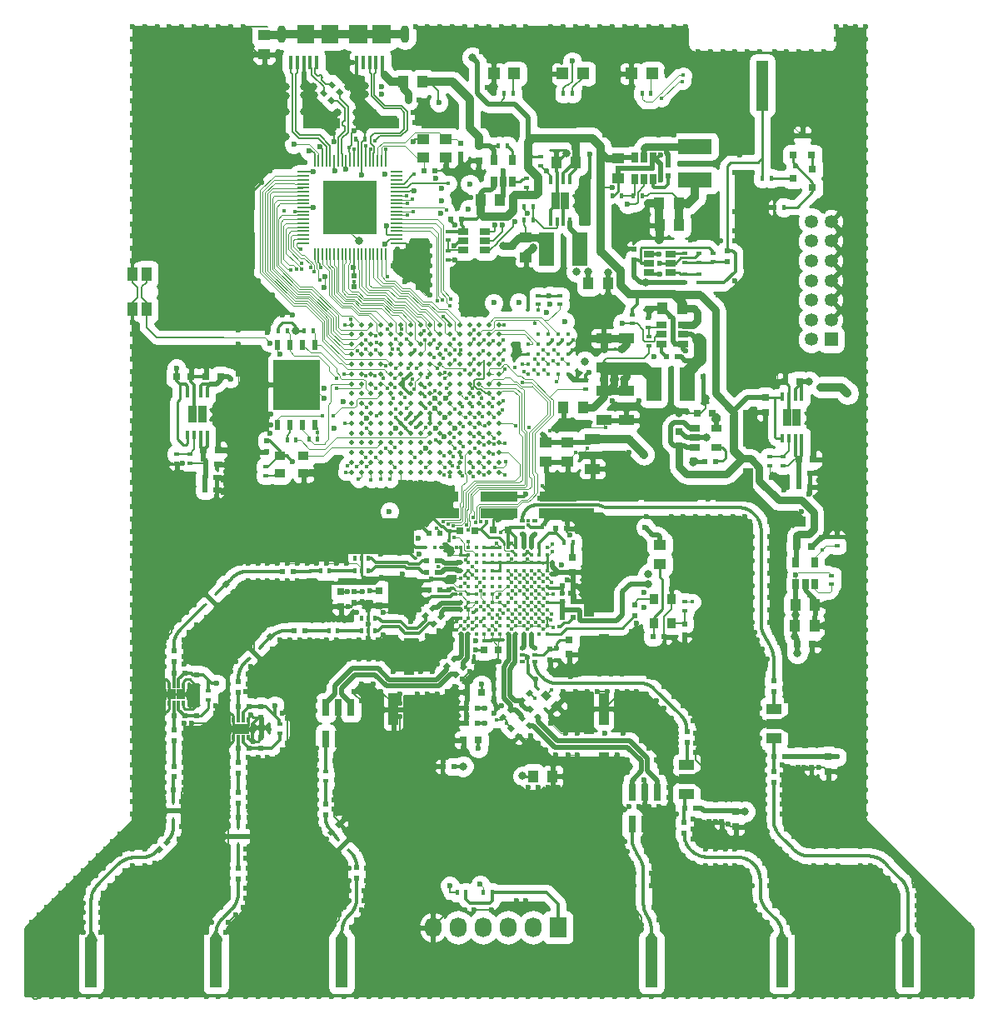
<source format=gtl>
G04 #@! TF.FileFunction,Copper,L1,Top,Signal*
%FSLAX46Y46*%
G04 Gerber Fmt 4.6, Leading zero omitted, Abs format (unit mm)*
G04 Created by KiCad (PCBNEW 4.0.4-stable) date Sun Nov  6 13:49:44 2016*
%MOMM*%
%LPD*%
G01*
G04 APERTURE LIST*
%ADD10C,0.100000*%
%ADD11R,0.800100X0.800100*%
%ADD12R,0.800000X0.750000*%
%ADD13C,0.450000*%
%ADD14R,0.500000X0.600000*%
%ADD15R,5.550000X1.000000*%
%ADD16R,3.800000X1.000000*%
%ADD17R,1.000000X4.580000*%
%ADD18R,1.000000X3.800000*%
%ADD19R,1.000000X4.980000*%
%ADD20R,5.140000X1.000000*%
%ADD21R,0.750000X0.800000*%
%ADD22R,3.050000X1.000000*%
%ADD23R,3.300000X1.000000*%
%ADD24R,1.000000X3.050000*%
%ADD25R,1.000000X3.300000*%
%ADD26R,1.000000X3.150000*%
%ADD27R,1.501140X1.000760*%
%ADD28R,2.999740X1.998980*%
%ADD29R,0.600000X0.500000*%
%ADD30R,2.413000X5.080000*%
%ADD31R,1.250000X5.080000*%
%ADD32R,0.400000X1.350000*%
%ADD33O,0.900000X1.800000*%
%ADD34R,1.900000X1.900000*%
%ADD35R,1.800000X1.900000*%
%ADD36R,1.600000X1.000000*%
%ADD37R,1.727200X2.032000*%
%ADD38O,1.727200X2.032000*%
%ADD39R,1.000000X1.250000*%
%ADD40R,1.250000X1.000000*%
%ADD41R,1.198880X1.198880*%
%ADD42R,0.270000X0.600000*%
%ADD43R,1.700000X0.500000*%
%ADD44R,1.500000X3.400000*%
%ADD45R,3.400000X1.500000*%
%ADD46R,1.350000X1.350000*%
%ADD47C,1.350000*%
%ADD48R,0.400000X0.600000*%
%ADD49R,0.600000X0.400000*%
%ADD50R,0.762000X1.651000*%
%ADD51R,0.300000X0.500000*%
%ADD52R,0.880000X1.060000*%
%ADD53R,0.650000X1.060000*%
%ADD54R,0.420000X0.890000*%
%ADD55R,0.940000X0.840000*%
%ADD56R,1.060000X0.650000*%
%ADD57R,0.900000X1.000000*%
%ADD58O,1.200000X0.220000*%
%ADD59O,0.220000X1.200000*%
%ADD60R,5.450000X5.450000*%
%ADD61R,1.000000X0.900000*%
%ADD62R,0.500000X1.000000*%
%ADD63R,4.800000X5.160000*%
%ADD64C,0.500380*%
%ADD65R,1.300000X1.050000*%
%ADD66R,3.850000X1.000000*%
%ADD67R,1.000000X3.350000*%
%ADD68R,0.350000X0.500000*%
%ADD69R,0.500000X0.350000*%
%ADD70R,1.050000X1.400000*%
%ADD71C,0.400000*%
%ADD72C,0.800000*%
%ADD73C,0.600000*%
%ADD74C,0.340000*%
%ADD75C,0.125000*%
%ADD76C,0.170000*%
%ADD77C,0.887000*%
%ADD78C,0.254000*%
%ADD79C,0.508000*%
%ADD80C,0.762000*%
%ADD81C,1.270000*%
%ADD82C,0.190000*%
G04 APERTURE END LIST*
D10*
D11*
X104880000Y-58760760D03*
X106780000Y-58760760D03*
X105830000Y-56761780D03*
D10*
G36*
X57924645Y-127908909D02*
X57571091Y-127555355D01*
X57995355Y-127131091D01*
X58348909Y-127484645D01*
X57924645Y-127908909D01*
X57924645Y-127908909D01*
G37*
G36*
X58702463Y-127131091D02*
X58348909Y-126777537D01*
X58773173Y-126353273D01*
X59126727Y-126706827D01*
X58702463Y-127131091D01*
X58702463Y-127131091D01*
G37*
D12*
X44960000Y-88750000D03*
X46460000Y-88750000D03*
D13*
X71100000Y-98600000D03*
X71100000Y-99400000D03*
X71100000Y-100200000D03*
X71100000Y-101000000D03*
X71100000Y-101800000D03*
X71100000Y-102600000D03*
X71100000Y-103400000D03*
X71100000Y-104200000D03*
X71100000Y-105000000D03*
X71100000Y-105800000D03*
X71100000Y-106600000D03*
X71100000Y-107400000D03*
X71900000Y-98600000D03*
X71900000Y-99400000D03*
X71900000Y-100200000D03*
X71900000Y-101000000D03*
X71900000Y-101800000D03*
X71900000Y-102600000D03*
X71900000Y-103400000D03*
X71900000Y-104200000D03*
X71900000Y-105000000D03*
X71900000Y-105800000D03*
X71900000Y-106600000D03*
X71900000Y-107400000D03*
X72700000Y-98600000D03*
X72700000Y-99400000D03*
X72700000Y-100200000D03*
X72700000Y-101000000D03*
X72700000Y-101800000D03*
X72700000Y-102600000D03*
X72700000Y-103400000D03*
X72700000Y-104200000D03*
X72700000Y-105000000D03*
X72700000Y-105800000D03*
X72700000Y-106600000D03*
X72700000Y-107400000D03*
X73500000Y-98600000D03*
X73500000Y-99400000D03*
X73500000Y-100200000D03*
X73500000Y-101000000D03*
X73500000Y-101800000D03*
X73500000Y-102600000D03*
X73500000Y-103400000D03*
X73500000Y-104200000D03*
X73500000Y-105000000D03*
X73500000Y-105800000D03*
X73500000Y-106600000D03*
X73500000Y-107400000D03*
X74300000Y-98600000D03*
X74300000Y-99400000D03*
X74300000Y-100200000D03*
X74300000Y-101000000D03*
X74300000Y-101800000D03*
X74300000Y-102600000D03*
X74300000Y-103400000D03*
X74300000Y-104200000D03*
X74300000Y-105000000D03*
X74300000Y-105800000D03*
X74300000Y-106600000D03*
X74300000Y-107400000D03*
X75100000Y-98600000D03*
X75100000Y-99400000D03*
X75100000Y-100200000D03*
X75100000Y-101000000D03*
X75100000Y-101800000D03*
X75100000Y-102600000D03*
X75100000Y-103400000D03*
X75100000Y-104200000D03*
X75100000Y-105000000D03*
X75100000Y-105800000D03*
X75100000Y-106600000D03*
X75100000Y-107400000D03*
X75900000Y-98600000D03*
X75900000Y-99400000D03*
X75900000Y-100200000D03*
X75900000Y-101000000D03*
X75900000Y-101800000D03*
X75900000Y-102600000D03*
X75900000Y-103400000D03*
X75900000Y-104200000D03*
X75900000Y-105000000D03*
X75900000Y-105800000D03*
X75900000Y-106600000D03*
X75900000Y-107400000D03*
X76700000Y-98600000D03*
X76700000Y-99400000D03*
X76700000Y-100200000D03*
X76700000Y-101000000D03*
X76700000Y-101800000D03*
X76700000Y-102600000D03*
X76700000Y-103400000D03*
X76700000Y-104200000D03*
X76700000Y-105000000D03*
X76700000Y-105800000D03*
X76700000Y-106600000D03*
X76700000Y-107400000D03*
X77500000Y-98600000D03*
X77500000Y-99400000D03*
X77500000Y-100200000D03*
X77500000Y-101000000D03*
X77500000Y-101800000D03*
X77500000Y-102600000D03*
X77500000Y-103400000D03*
X77500000Y-104200000D03*
X77500000Y-105000000D03*
X77500000Y-105800000D03*
X77500000Y-106600000D03*
X77500000Y-107400000D03*
X78300000Y-98600000D03*
X78300000Y-99400000D03*
X78300000Y-100200000D03*
X78300000Y-101000000D03*
X78300000Y-101800000D03*
X78300000Y-102600000D03*
X78300000Y-103400000D03*
X78300000Y-104200000D03*
X78300000Y-105000000D03*
X78300000Y-105800000D03*
X78300000Y-106600000D03*
X78300000Y-107400000D03*
X79100000Y-98600000D03*
X79100000Y-99400000D03*
X79100000Y-100200000D03*
X79100000Y-101000000D03*
X79100000Y-101800000D03*
X79100000Y-102600000D03*
X79100000Y-103400000D03*
X79100000Y-104200000D03*
X79100000Y-105000000D03*
X79100000Y-105800000D03*
X79100000Y-106600000D03*
X79100000Y-107400000D03*
X79900000Y-98600000D03*
X79900000Y-99400000D03*
X79900000Y-100200000D03*
X79900000Y-101000000D03*
X79900000Y-101800000D03*
X79900000Y-102600000D03*
X79900000Y-103400000D03*
X79900000Y-104200000D03*
X79900000Y-105000000D03*
X79900000Y-105800000D03*
X79900000Y-106600000D03*
X79900000Y-107400000D03*
D14*
X80200000Y-108950000D03*
X80200000Y-110050000D03*
D15*
X81885000Y-95180000D03*
D16*
X75000000Y-95180000D03*
D15*
X68135000Y-95180000D03*
D17*
X65860000Y-96970000D03*
D18*
X65860000Y-103760000D03*
X65860000Y-109760000D03*
X65860000Y-115760000D03*
D19*
X65860000Y-122350000D03*
D20*
X67930000Y-124340000D03*
D16*
X75000000Y-124340000D03*
D15*
X81885000Y-124340000D03*
D19*
X84160000Y-122350000D03*
D18*
X84160000Y-115760000D03*
X84160000Y-109760000D03*
X84160000Y-103760000D03*
D17*
X84160000Y-96970000D03*
D21*
X58940000Y-103140000D03*
X58940000Y-104640000D03*
D22*
X63225000Y-96200000D03*
D23*
X57350000Y-96200000D03*
X51350000Y-96200000D03*
X45350000Y-96200000D03*
D22*
X40075000Y-96200000D03*
D24*
X64250000Y-97225000D03*
D25*
X64250000Y-103100000D03*
X64250000Y-109100000D03*
X64250000Y-115100000D03*
X64250000Y-121100000D03*
X64250000Y-127100000D03*
D26*
X64250000Y-133025000D03*
D22*
X63225000Y-134100000D03*
D23*
X57350000Y-134100000D03*
X51350000Y-134100000D03*
X45350000Y-134100000D03*
D22*
X40075000Y-134100000D03*
D26*
X39050000Y-133025000D03*
D25*
X39050000Y-127100000D03*
X39050000Y-121100000D03*
X39050000Y-115200000D03*
X39050000Y-109100000D03*
X39050000Y-103100000D03*
D24*
X39050000Y-97225000D03*
D22*
X86675000Y-133950000D03*
D23*
X92550000Y-133950000D03*
X98550000Y-133950000D03*
X104550000Y-133950000D03*
D22*
X109825000Y-133950000D03*
D24*
X85650000Y-132925000D03*
D25*
X85650000Y-127050000D03*
X85650000Y-121050000D03*
X85650000Y-115050000D03*
X85650000Y-109050000D03*
X85650000Y-103050000D03*
D26*
X85650000Y-97125000D03*
D22*
X86675000Y-96050000D03*
D23*
X92550000Y-96050000D03*
X98550000Y-96050000D03*
X104550000Y-96050000D03*
D22*
X109825000Y-96050000D03*
D26*
X110850000Y-97125000D03*
D25*
X110850000Y-103050000D03*
X110850000Y-109050000D03*
X110850000Y-114950000D03*
X110850000Y-121050000D03*
X110850000Y-127050000D03*
D24*
X110850000Y-132925000D03*
D27*
X94048340Y-120698860D03*
X94048340Y-122200000D03*
X94048340Y-123701140D03*
D28*
X96999820Y-122200000D03*
D10*
G36*
X95525350Y-123200760D02*
X94776050Y-122700380D01*
X94776050Y-121699620D01*
X95525350Y-121199240D01*
X95525350Y-123200760D01*
X95525350Y-123200760D01*
G37*
D29*
X45160000Y-90210000D03*
X46260000Y-90210000D03*
D30*
X106131500Y-51690000D03*
X97368500Y-51690000D03*
D31*
X101750000Y-51690000D03*
D30*
X99368500Y-140810000D03*
X108131500Y-140810000D03*
D31*
X103750000Y-140810000D03*
D30*
X29168500Y-140810000D03*
X37931500Y-140810000D03*
D31*
X33550000Y-140810000D03*
D32*
X63150000Y-49325000D03*
X62500000Y-49325000D03*
X61850000Y-49325000D03*
X61200000Y-49325000D03*
X60550000Y-49325000D03*
X56450000Y-49325000D03*
X55800000Y-49325000D03*
X55150000Y-49325000D03*
X54500000Y-49325000D03*
X53850000Y-49325000D03*
D33*
X65450000Y-46500000D03*
X52900000Y-46500000D03*
D34*
X63050000Y-46500000D03*
X60650000Y-46500000D03*
D35*
X57850000Y-46500000D03*
X55350000Y-46500000D03*
D36*
X84490000Y-87660000D03*
X84490000Y-90660000D03*
D37*
X81000000Y-137250000D03*
D38*
X78460000Y-137250000D03*
X75920000Y-137250000D03*
X73380000Y-137250000D03*
X70840000Y-137250000D03*
X68300000Y-137250000D03*
D14*
X60530000Y-132270000D03*
X60530000Y-131170000D03*
X48490000Y-131220000D03*
X48490000Y-132320000D03*
X93825000Y-126600000D03*
X93825000Y-127700000D03*
X96325000Y-125400000D03*
X96325000Y-126500000D03*
X97625000Y-125400000D03*
X97625000Y-126500000D03*
X48500000Y-123520000D03*
X48500000Y-124620000D03*
X57350000Y-124750000D03*
X57350000Y-125850000D03*
D21*
X99050000Y-125500000D03*
X99050000Y-127000000D03*
D14*
X94100000Y-117350000D03*
X94100000Y-118450000D03*
X50800000Y-119070000D03*
X50800000Y-117970000D03*
D10*
G36*
X76922182Y-115925736D02*
X77275736Y-115572182D01*
X77700000Y-115996446D01*
X77346446Y-116350000D01*
X76922182Y-115925736D01*
X76922182Y-115925736D01*
G37*
G36*
X77700000Y-116703554D02*
X78053554Y-116350000D01*
X78477818Y-116774264D01*
X78124264Y-117127818D01*
X77700000Y-116703554D01*
X77700000Y-116703554D01*
G37*
G36*
X77772182Y-115025736D02*
X78125736Y-114672182D01*
X78550000Y-115096446D01*
X78196446Y-115450000D01*
X77772182Y-115025736D01*
X77772182Y-115025736D01*
G37*
G36*
X78550000Y-115803554D02*
X78903554Y-115450000D01*
X79327818Y-115874264D01*
X78974264Y-116227818D01*
X78550000Y-115803554D01*
X78550000Y-115803554D01*
G37*
D29*
X72770000Y-116470000D03*
X71670000Y-116470000D03*
D39*
X78450000Y-121900000D03*
X80450000Y-121900000D03*
D10*
G36*
X79221662Y-113651992D02*
X79751992Y-113121662D01*
X80317678Y-113687348D01*
X79787348Y-114217678D01*
X79221662Y-113651992D01*
X79221662Y-113651992D01*
G37*
G36*
X80282322Y-114712652D02*
X80812652Y-114182322D01*
X81378338Y-114748008D01*
X80848008Y-115278338D01*
X80282322Y-114712652D01*
X80282322Y-114712652D01*
G37*
D12*
X72870000Y-118200000D03*
X71370000Y-118200000D03*
D14*
X50800000Y-114820000D03*
X50800000Y-115920000D03*
D10*
G36*
X70474264Y-109522182D02*
X70827818Y-109875736D01*
X70403554Y-110300000D01*
X70050000Y-109946446D01*
X70474264Y-109522182D01*
X70474264Y-109522182D01*
G37*
G36*
X69696446Y-110300000D02*
X70050000Y-110653554D01*
X69625736Y-111077818D01*
X69272182Y-110724264D01*
X69696446Y-110300000D01*
X69696446Y-110300000D01*
G37*
G36*
X71424264Y-110372182D02*
X71777818Y-110725736D01*
X71353554Y-111150000D01*
X71000000Y-110796446D01*
X71424264Y-110372182D01*
X71424264Y-110372182D01*
G37*
G36*
X70646446Y-111150000D02*
X71000000Y-111503554D01*
X70575736Y-111927818D01*
X70222182Y-111574264D01*
X70646446Y-111150000D01*
X70646446Y-111150000D01*
G37*
G36*
X75822182Y-116975736D02*
X76175736Y-116622182D01*
X76600000Y-117046446D01*
X76246446Y-117400000D01*
X75822182Y-116975736D01*
X75822182Y-116975736D01*
G37*
G36*
X76600000Y-117753554D02*
X76953554Y-117400000D01*
X77377818Y-117824264D01*
X77024264Y-118177818D01*
X76600000Y-117753554D01*
X76600000Y-117753554D01*
G37*
D14*
X48500000Y-113370000D03*
X48500000Y-112270000D03*
D29*
X55250000Y-107100000D03*
X54150000Y-107100000D03*
D10*
G36*
X68335355Y-104361091D02*
X68688909Y-104714645D01*
X68264645Y-105138909D01*
X67911091Y-104785355D01*
X68335355Y-104361091D01*
X68335355Y-104361091D01*
G37*
G36*
X67557537Y-105138909D02*
X67911091Y-105492463D01*
X67486827Y-105916727D01*
X67133273Y-105563173D01*
X67557537Y-105138909D01*
X67557537Y-105138909D01*
G37*
G36*
X69185355Y-105211091D02*
X69538909Y-105564645D01*
X69114645Y-105988909D01*
X68761091Y-105635355D01*
X69185355Y-105211091D01*
X69185355Y-105211091D01*
G37*
G36*
X68407537Y-105988909D02*
X68761091Y-106342463D01*
X68336827Y-106766727D01*
X67983273Y-106413173D01*
X68407537Y-105988909D01*
X68407537Y-105988909D01*
G37*
D39*
X82820000Y-59530000D03*
X80820000Y-59530000D03*
D40*
X87110000Y-59100000D03*
X87110000Y-61100000D03*
D21*
X72950000Y-57810000D03*
X72950000Y-59310000D03*
D14*
X92160000Y-60850000D03*
X92160000Y-59750000D03*
D29*
X92010000Y-79280000D03*
X93110000Y-79280000D03*
D39*
X73110000Y-63320000D03*
X75110000Y-63320000D03*
D40*
X77750000Y-67140000D03*
X77750000Y-69140000D03*
D39*
X93270000Y-63690000D03*
X91270000Y-63690000D03*
D36*
X85630000Y-80380000D03*
X85630000Y-77380000D03*
D39*
X93310000Y-65870000D03*
X91310000Y-65870000D03*
D36*
X87970000Y-80390000D03*
X87970000Y-77390000D03*
D21*
X93310000Y-88330000D03*
X93310000Y-86830000D03*
D12*
X46700000Y-81290000D03*
X45200000Y-81290000D03*
X105570000Y-81780000D03*
X104070000Y-81780000D03*
D21*
X102060000Y-83410000D03*
X102060000Y-84910000D03*
D12*
X42210000Y-81260000D03*
X43710000Y-81260000D03*
D29*
X97030000Y-89950000D03*
X95930000Y-89950000D03*
D12*
X96680000Y-85030000D03*
X95180000Y-85030000D03*
D29*
X71200000Y-65290000D03*
X70100000Y-65290000D03*
D12*
X105440000Y-89670000D03*
X106940000Y-89670000D03*
D29*
X45130000Y-91530000D03*
X46230000Y-91530000D03*
X105440000Y-91100000D03*
X106540000Y-91100000D03*
X45140000Y-92830000D03*
X46240000Y-92830000D03*
X105440000Y-92480000D03*
X106540000Y-92480000D03*
D39*
X105050000Y-106630000D03*
X107050000Y-106630000D03*
D29*
X72790000Y-114970000D03*
X71690000Y-114970000D03*
D39*
X105110000Y-104440000D03*
X107110000Y-104440000D03*
D14*
X60300000Y-103120000D03*
X60300000Y-104220000D03*
D29*
X68950000Y-97210000D03*
X67850000Y-97210000D03*
D12*
X105300000Y-108480000D03*
X106800000Y-108480000D03*
D29*
X90650000Y-107720000D03*
X91750000Y-107720000D03*
D14*
X93860000Y-106390000D03*
X93860000Y-107490000D03*
X88780000Y-105580000D03*
X88780000Y-104480000D03*
D21*
X62850000Y-103030000D03*
X62850000Y-104530000D03*
D12*
X73440000Y-109050000D03*
X74940000Y-109050000D03*
D29*
X81470000Y-105720000D03*
X82570000Y-105720000D03*
X81460000Y-104180000D03*
X82560000Y-104180000D03*
D21*
X82420000Y-99650000D03*
X82420000Y-101150000D03*
D29*
X69000000Y-102950000D03*
X67900000Y-102950000D03*
X80760000Y-96690000D03*
X81860000Y-96690000D03*
D12*
X72560000Y-96970000D03*
X71060000Y-96970000D03*
X75910000Y-96820000D03*
X74410000Y-96820000D03*
D29*
X81420000Y-102570000D03*
X82520000Y-102570000D03*
X65770000Y-53200000D03*
X66870000Y-53200000D03*
D10*
G36*
X58366727Y-53263173D02*
X58013173Y-53616727D01*
X57588909Y-53192463D01*
X57942463Y-52838909D01*
X58366727Y-53263173D01*
X58366727Y-53263173D01*
G37*
G36*
X57588909Y-52485355D02*
X57235355Y-52838909D01*
X56811091Y-52414645D01*
X57164645Y-52061091D01*
X57588909Y-52485355D01*
X57588909Y-52485355D01*
G37*
D29*
X67380000Y-60360000D03*
X68480000Y-60360000D03*
D10*
G36*
X59216727Y-52413173D02*
X58863173Y-52766727D01*
X58438909Y-52342463D01*
X58792463Y-51988909D01*
X59216727Y-52413173D01*
X59216727Y-52413173D01*
G37*
G36*
X58438909Y-51635355D02*
X58085355Y-51988909D01*
X57661091Y-51564645D01*
X58014645Y-51211091D01*
X58438909Y-51635355D01*
X58438909Y-51635355D01*
G37*
D14*
X60270000Y-71020000D03*
X60270000Y-72120000D03*
X71070000Y-57570000D03*
X71070000Y-58670000D03*
X51420000Y-87800000D03*
X51420000Y-88900000D03*
D39*
X84070000Y-71810000D03*
X86070000Y-71810000D03*
D36*
X87940000Y-82700000D03*
X87940000Y-85700000D03*
X85640000Y-82700000D03*
X85640000Y-85700000D03*
D39*
X83540000Y-84370000D03*
X81540000Y-84370000D03*
D40*
X81970000Y-87950000D03*
X81970000Y-89950000D03*
X79780000Y-87950000D03*
X79780000Y-89950000D03*
D14*
X98170000Y-69560000D03*
X98170000Y-68460000D03*
X88750000Y-69390000D03*
X88750000Y-68290000D03*
D41*
X76549020Y-50500000D03*
X74450980Y-50500000D03*
X83549020Y-50500000D03*
X81450980Y-50500000D03*
X90549020Y-50500000D03*
X88450980Y-50500000D03*
D42*
X48490000Y-128890000D03*
X48490000Y-127090000D03*
D43*
X48490000Y-127990000D03*
D10*
G36*
X60153987Y-129613069D02*
X59963069Y-129803987D01*
X59538805Y-129379723D01*
X59729723Y-129188805D01*
X60153987Y-129613069D01*
X60153987Y-129613069D01*
G37*
G36*
X58881195Y-128340277D02*
X58690277Y-128531195D01*
X58266013Y-128106931D01*
X58456931Y-127916013D01*
X58881195Y-128340277D01*
X58881195Y-128340277D01*
G37*
G36*
X59987817Y-128435736D02*
X58785736Y-129637817D01*
X58432183Y-129284264D01*
X59634264Y-128082183D01*
X59987817Y-128435736D01*
X59987817Y-128435736D01*
G37*
G36*
X49396931Y-110323987D02*
X49206013Y-110133069D01*
X49630277Y-109708805D01*
X49821195Y-109899723D01*
X49396931Y-110323987D01*
X49396931Y-110323987D01*
G37*
G36*
X50669723Y-109051195D02*
X50478805Y-108860277D01*
X50903069Y-108436013D01*
X51093987Y-108626931D01*
X50669723Y-109051195D01*
X50669723Y-109051195D01*
G37*
G36*
X50574264Y-110157817D02*
X49372183Y-108955736D01*
X49725736Y-108602183D01*
X50927817Y-109804264D01*
X50574264Y-110157817D01*
X50574264Y-110157817D01*
G37*
D29*
X93875000Y-125175000D03*
X94975000Y-125175000D03*
X48490000Y-126060000D03*
X49590000Y-126060000D03*
D14*
X48500000Y-121600000D03*
X48500000Y-120500000D03*
D29*
X48500000Y-119070000D03*
X49600000Y-119070000D03*
D10*
G36*
X78124264Y-113022182D02*
X78477818Y-113375736D01*
X78053554Y-113800000D01*
X77700000Y-113446446D01*
X78124264Y-113022182D01*
X78124264Y-113022182D01*
G37*
G36*
X77346446Y-113800000D02*
X77700000Y-114153554D01*
X77275736Y-114577818D01*
X76922182Y-114224264D01*
X77346446Y-113800000D01*
X77346446Y-113800000D01*
G37*
G36*
X75375736Y-116277818D02*
X75022182Y-115924264D01*
X75446446Y-115500000D01*
X75800000Y-115853554D01*
X75375736Y-116277818D01*
X75375736Y-116277818D01*
G37*
G36*
X76153554Y-115500000D02*
X75800000Y-115146446D01*
X76224264Y-114722182D01*
X76577818Y-115075736D01*
X76153554Y-115500000D01*
X76153554Y-115500000D01*
G37*
D29*
X49600000Y-114820000D03*
X48500000Y-114820000D03*
D10*
G36*
X52177818Y-107724264D02*
X51824264Y-108077818D01*
X51400000Y-107653554D01*
X51753554Y-107300000D01*
X52177818Y-107724264D01*
X52177818Y-107724264D01*
G37*
G36*
X51400000Y-106946446D02*
X51046446Y-107300000D01*
X50622182Y-106875736D01*
X50975736Y-106522182D01*
X51400000Y-106946446D01*
X51400000Y-106946446D01*
G37*
D44*
X83220000Y-68290000D03*
X79820000Y-68290000D03*
D45*
X94930000Y-57900000D03*
X94930000Y-61300000D03*
D44*
X94120000Y-82050000D03*
X90720000Y-82050000D03*
D40*
X91350000Y-98350000D03*
X91350000Y-100350000D03*
X51150000Y-46530000D03*
X51150000Y-48530000D03*
D39*
X65250000Y-51330000D03*
X67250000Y-51330000D03*
D46*
X108750000Y-77500000D03*
D47*
X108750000Y-75500000D03*
X108750000Y-73500000D03*
X108750000Y-71500000D03*
X108750000Y-69500000D03*
X108750000Y-67500000D03*
X108750000Y-65500000D03*
X106750000Y-77500000D03*
X106750000Y-75500000D03*
X106750000Y-73500000D03*
X106750000Y-71500000D03*
X106750000Y-69500000D03*
X106750000Y-67500000D03*
X106750000Y-65500000D03*
D11*
X106850760Y-62090000D03*
X106850760Y-60190000D03*
X104851780Y-61140000D03*
D48*
X75550000Y-52500000D03*
X76450000Y-52500000D03*
X81550000Y-52500000D03*
X82450000Y-52500000D03*
X89550000Y-52500000D03*
X90450000Y-52500000D03*
D49*
X52750000Y-116600000D03*
X52750000Y-117500000D03*
D48*
X74930000Y-57840000D03*
X75830000Y-57840000D03*
D49*
X77800000Y-61150000D03*
X77800000Y-62050000D03*
D48*
X77550000Y-65350000D03*
X78450000Y-65350000D03*
X78440000Y-63980000D03*
X77540000Y-63980000D03*
X89550000Y-62910000D03*
X88650000Y-62910000D03*
X87440000Y-62930000D03*
X86540000Y-62930000D03*
D49*
X90200000Y-78150000D03*
X90200000Y-77250000D03*
X90180000Y-76250000D03*
X90180000Y-75350000D03*
X109340000Y-98490000D03*
X109340000Y-97590000D03*
X69810000Y-66530000D03*
X69810000Y-67430000D03*
X69800000Y-68490000D03*
X69800000Y-69390000D03*
X43550000Y-90060000D03*
X43550000Y-89160000D03*
X42250000Y-89160000D03*
X42250000Y-90060000D03*
X103860000Y-90320000D03*
X103860000Y-89420000D03*
X102540000Y-89410000D03*
X102540000Y-90310000D03*
X88540000Y-74990000D03*
X88540000Y-75890000D03*
X79210000Y-58930000D03*
X79210000Y-59830000D03*
X93870000Y-105050000D03*
X93870000Y-104150000D03*
X83840000Y-82560000D03*
X83840000Y-81660000D03*
D48*
X81620000Y-98160000D03*
X82520000Y-98160000D03*
X60450000Y-57150000D03*
X61350000Y-57150000D03*
D49*
X51300000Y-90460000D03*
X51300000Y-91360000D03*
D48*
X52590000Y-76650000D03*
X53490000Y-76650000D03*
X55190000Y-76630000D03*
X56090000Y-76630000D03*
X54380000Y-87710000D03*
X53480000Y-87710000D03*
X56560000Y-87650000D03*
X55660000Y-87650000D03*
X101750000Y-61140000D03*
X102650000Y-61140000D03*
D49*
X79000000Y-73050000D03*
X79000000Y-73950000D03*
X81150000Y-73030000D03*
X81150000Y-73930000D03*
D48*
X103960000Y-64070000D03*
X103060000Y-64070000D03*
D49*
X96740000Y-68730000D03*
X96740000Y-69630000D03*
X95340000Y-69640000D03*
X95340000Y-68740000D03*
X95290000Y-70840000D03*
X95290000Y-71740000D03*
X93870000Y-68760000D03*
X93870000Y-69660000D03*
X93880000Y-70840000D03*
X93880000Y-71740000D03*
D48*
X74300000Y-133720000D03*
X73400000Y-133720000D03*
X71630000Y-133720000D03*
X70730000Y-133720000D03*
D50*
X91060000Y-126725000D03*
X89790000Y-126725000D03*
X88520000Y-126725000D03*
X88520000Y-123550000D03*
X89790000Y-123550000D03*
X91060000Y-123550000D03*
X59920000Y-118087500D03*
X58650000Y-118087500D03*
X57380000Y-118087500D03*
X57380000Y-114912500D03*
X58650000Y-114912500D03*
X59920000Y-114912500D03*
D51*
X48000000Y-117970000D03*
X48500000Y-117970000D03*
X49000000Y-117970000D03*
X49500000Y-117970000D03*
X49500000Y-116170000D03*
X49000000Y-116170000D03*
X48500000Y-116170000D03*
X48000000Y-116170000D03*
D52*
X49190000Y-117070000D03*
X48310000Y-117070000D03*
D53*
X74450000Y-61500000D03*
X75400000Y-61500000D03*
X76350000Y-61500000D03*
X76350000Y-59300000D03*
X74450000Y-59300000D03*
D54*
X82205000Y-61295000D03*
X81555000Y-61295000D03*
X80905000Y-61295000D03*
X80255000Y-61295000D03*
X80255000Y-65505000D03*
X80905000Y-65505000D03*
X81555000Y-65505000D03*
X82205000Y-65505000D03*
D55*
X80760000Y-63820000D03*
X81700000Y-63820000D03*
X80760000Y-62980000D03*
X81700000Y-62980000D03*
D53*
X90660000Y-59050000D03*
X89710000Y-59050000D03*
X88760000Y-59050000D03*
X88760000Y-61250000D03*
X90660000Y-61250000D03*
X89710000Y-61250000D03*
D56*
X93750000Y-77950000D03*
X93750000Y-77000000D03*
X93750000Y-76050000D03*
X91550000Y-76050000D03*
X91550000Y-77950000D03*
X91550000Y-77000000D03*
X94900000Y-86550000D03*
X94900000Y-87500000D03*
X94900000Y-88450000D03*
X97100000Y-88450000D03*
X97100000Y-86550000D03*
D54*
X45325000Y-82995000D03*
X44675000Y-82995000D03*
X44025000Y-82995000D03*
X43375000Y-82995000D03*
X43375000Y-87205000D03*
X44025000Y-87205000D03*
X44675000Y-87205000D03*
X45325000Y-87205000D03*
D55*
X43880000Y-85520000D03*
X44820000Y-85520000D03*
X43880000Y-84680000D03*
X44820000Y-84680000D03*
D54*
X105765000Y-83345000D03*
X105115000Y-83345000D03*
X104465000Y-83345000D03*
X103815000Y-83345000D03*
X103815000Y-87555000D03*
X104465000Y-87555000D03*
X105115000Y-87555000D03*
X105765000Y-87555000D03*
D55*
X104320000Y-85870000D03*
X105260000Y-85870000D03*
X104320000Y-85030000D03*
X105260000Y-85030000D03*
D56*
X71400000Y-66550000D03*
X71400000Y-67500000D03*
X71400000Y-68450000D03*
X73600000Y-68450000D03*
X73600000Y-66550000D03*
X73600000Y-67500000D03*
D57*
X92520000Y-106300000D03*
X92520000Y-103900000D03*
X90720000Y-103900000D03*
X90720000Y-106300000D03*
D58*
X64600000Y-67690000D03*
X64600000Y-67290000D03*
X64600000Y-66890000D03*
X64600000Y-66490000D03*
X64600000Y-66090000D03*
X64600000Y-65690000D03*
X64600000Y-65290000D03*
X64600000Y-64890000D03*
X64600000Y-64490000D03*
X64600000Y-64090000D03*
X64600000Y-63690000D03*
X64600000Y-63290000D03*
X64600000Y-62890000D03*
X64600000Y-62490000D03*
X64600000Y-62090000D03*
X64600000Y-61690000D03*
X64600000Y-61290000D03*
X64600000Y-60890000D03*
X64600000Y-60490000D03*
D59*
X63450000Y-59340000D03*
X63050000Y-59340000D03*
X62650000Y-59340000D03*
X62250000Y-59340000D03*
X61850000Y-59340000D03*
X61450000Y-59340000D03*
X61050000Y-59340000D03*
X60650000Y-59340000D03*
X60250000Y-59340000D03*
X59850000Y-59340000D03*
X59450000Y-59340000D03*
X59050000Y-59340000D03*
X58650000Y-59340000D03*
X58250000Y-59340000D03*
X57850000Y-59340000D03*
X57450000Y-59340000D03*
X57050000Y-59340000D03*
X56650000Y-59340000D03*
X56250000Y-59340000D03*
D58*
X55100000Y-60490000D03*
X55100000Y-60890000D03*
X55100000Y-61290000D03*
X55100000Y-61690000D03*
X55100000Y-62090000D03*
X55100000Y-62490000D03*
X55100000Y-62890000D03*
X55100000Y-63290000D03*
X55100000Y-63690000D03*
X55100000Y-64090000D03*
X55100000Y-64490000D03*
X55100000Y-64890000D03*
X55100000Y-65290000D03*
X55100000Y-65690000D03*
X55100000Y-66090000D03*
X55100000Y-66490000D03*
X55100000Y-66890000D03*
X55100000Y-67290000D03*
X55100000Y-67690000D03*
D59*
X56250000Y-68840000D03*
X56650000Y-68840000D03*
X57050000Y-68840000D03*
X57450000Y-68840000D03*
X57850000Y-68840000D03*
X58250000Y-68840000D03*
X58650000Y-68840000D03*
X59050000Y-68840000D03*
X59450000Y-68840000D03*
X59850000Y-68840000D03*
X60250000Y-68840000D03*
X60650000Y-68840000D03*
X61050000Y-68840000D03*
X61450000Y-68840000D03*
X61850000Y-68840000D03*
X62250000Y-68840000D03*
X62650000Y-68840000D03*
X63050000Y-68840000D03*
X63450000Y-68840000D03*
D60*
X59850000Y-64090000D03*
D61*
X52730000Y-91130000D03*
X55130000Y-91130000D03*
X55130000Y-89330000D03*
X52730000Y-89330000D03*
D62*
X56305000Y-78036000D03*
X55035000Y-78036000D03*
X53765000Y-78036000D03*
X52495000Y-78036000D03*
X52495000Y-86164000D03*
X53765000Y-86164000D03*
X55035000Y-86164000D03*
X56305000Y-86164000D03*
D63*
X54400000Y-82100000D03*
D64*
X75000620Y-91000620D03*
X73999860Y-91000620D03*
X72999100Y-91000620D03*
X72000880Y-91000620D03*
X71000120Y-91000620D03*
X69999360Y-91000620D03*
X69001140Y-91000620D03*
X68000380Y-91000620D03*
X66999620Y-91000620D03*
X65998860Y-91000620D03*
X65000640Y-91000620D03*
X63999880Y-91000620D03*
X62999120Y-91000620D03*
X62000900Y-91000620D03*
X61000140Y-91000620D03*
X59999380Y-91000620D03*
X75000620Y-89999860D03*
X75000620Y-88999100D03*
X75000620Y-88000880D03*
X75000620Y-87000120D03*
X75000620Y-85999360D03*
X75000620Y-85001140D03*
X75000620Y-84000380D03*
X75000620Y-82999620D03*
X59999380Y-89999860D03*
X61000140Y-89999860D03*
X62000900Y-89999860D03*
X62999120Y-89999860D03*
X63999880Y-89999860D03*
X65000640Y-89999860D03*
X65998860Y-89999860D03*
X66999620Y-89999860D03*
X68000380Y-89999860D03*
X69001140Y-89999860D03*
X69999360Y-89999860D03*
X71000120Y-89999860D03*
X73999860Y-89999860D03*
X72999100Y-89999860D03*
X72000880Y-89999860D03*
X73999860Y-88999100D03*
X72999100Y-88999100D03*
X72000880Y-88999100D03*
X71000120Y-88999100D03*
X69999360Y-88999100D03*
X69001140Y-88999100D03*
X68000380Y-88999100D03*
X66999620Y-88999100D03*
X73999860Y-88000880D03*
X72999100Y-88000880D03*
X72000880Y-88000880D03*
X71000120Y-88000880D03*
X69999360Y-88000880D03*
X69001140Y-88000880D03*
X68000380Y-88000880D03*
X66999620Y-88000880D03*
X73999860Y-87000120D03*
X72999100Y-87000120D03*
X72000880Y-87000120D03*
X65998860Y-88999100D03*
X65998860Y-88000880D03*
X65000640Y-88999100D03*
X65000640Y-88000880D03*
X63999880Y-88000880D03*
X63999880Y-88999100D03*
X62999120Y-88999100D03*
X62000900Y-88999100D03*
X62000900Y-88000880D03*
X62999120Y-88000880D03*
X61000140Y-88999100D03*
X61000140Y-88000880D03*
X59999380Y-88000880D03*
X59999380Y-88999100D03*
X62999120Y-87000120D03*
X62999120Y-85999360D03*
X62999120Y-85001140D03*
X62000900Y-85001140D03*
X62000900Y-85999360D03*
X62000900Y-87000120D03*
X61000140Y-87000120D03*
X61000140Y-85999360D03*
X61000140Y-85001140D03*
X59999380Y-85001140D03*
X59999380Y-85999360D03*
X59999380Y-87000120D03*
X73999860Y-85999360D03*
X72999100Y-85999360D03*
X72000880Y-85999360D03*
X72000880Y-85001140D03*
X72999100Y-85001140D03*
X73999860Y-85001140D03*
X73999860Y-84000380D03*
X72999100Y-84000380D03*
X72000880Y-84000380D03*
X72000880Y-82999620D03*
X72999100Y-82999620D03*
X73999860Y-82999620D03*
X75000620Y-81998860D03*
X73999860Y-81998860D03*
X72999100Y-81998860D03*
X72000880Y-81998860D03*
X72000880Y-81000640D03*
X72999100Y-81000640D03*
X73999860Y-81000640D03*
X75000620Y-81000640D03*
X75000620Y-79999880D03*
X73999860Y-79999880D03*
X72999100Y-79999880D03*
X72000880Y-79999880D03*
X72000880Y-78999120D03*
X72000880Y-78000900D03*
X72000880Y-77000140D03*
X72999100Y-77000140D03*
X72999100Y-78000900D03*
X72999100Y-78999120D03*
X73999860Y-78999120D03*
X73999860Y-78000900D03*
X73999860Y-77000140D03*
X75000620Y-78999120D03*
X75000620Y-78000900D03*
X75000620Y-77000140D03*
X75000620Y-75999380D03*
X73999860Y-75999380D03*
X72999100Y-75999380D03*
X72000880Y-75999380D03*
X68000380Y-87000120D03*
X69001140Y-87000120D03*
X69999360Y-87000120D03*
X71000120Y-87000120D03*
X71000120Y-85999360D03*
X69999360Y-85999360D03*
X69001140Y-85999360D03*
X68000380Y-85999360D03*
X71000120Y-85001140D03*
X69999360Y-85001140D03*
X69001140Y-85001140D03*
X68000380Y-85001140D03*
X71000120Y-84000380D03*
X69999360Y-84000380D03*
X69001140Y-84000380D03*
X68000380Y-84000380D03*
X71000120Y-82999620D03*
X69999360Y-82999620D03*
X69001140Y-82999620D03*
X68000380Y-82999620D03*
X71000120Y-81998860D03*
X69999360Y-81998860D03*
X69001140Y-81998860D03*
X68000380Y-81998860D03*
X71000120Y-81000640D03*
X69999360Y-81000640D03*
X69001140Y-81000640D03*
X68000380Y-81000640D03*
X71000120Y-79999880D03*
X69999360Y-79999880D03*
X69001140Y-79999880D03*
X71000120Y-78000900D03*
X69999360Y-78000900D03*
X71000120Y-77000140D03*
X69999360Y-77000140D03*
X71000120Y-75999380D03*
X69999360Y-75999380D03*
X68000380Y-79999880D03*
X71000120Y-78999120D03*
X69999360Y-78999120D03*
X69001140Y-78999120D03*
X65000640Y-78000900D03*
X65998860Y-78000900D03*
X66999620Y-78000900D03*
X68000380Y-78000900D03*
X69001140Y-78000900D03*
X69001140Y-77000140D03*
X68000380Y-77000140D03*
X66999620Y-77000140D03*
X65998860Y-77000140D03*
X65000640Y-77000140D03*
X69001140Y-75999380D03*
X68000380Y-75999380D03*
X66999620Y-75999380D03*
X65998860Y-75999380D03*
X65000640Y-75999380D03*
X68000380Y-78999120D03*
X66999620Y-87000120D03*
X65998860Y-87000120D03*
X65000640Y-87000120D03*
X63999880Y-87000120D03*
X63999880Y-78000900D03*
X66999620Y-85999360D03*
X65998860Y-85999360D03*
X65000640Y-85999360D03*
X63999880Y-85999360D03*
X66999620Y-82999620D03*
X63999880Y-85001140D03*
X65000640Y-85001140D03*
X65998860Y-85001140D03*
X66999620Y-85001140D03*
X63999880Y-77000140D03*
X63999880Y-75999380D03*
X66999620Y-84000380D03*
X65998860Y-84000380D03*
X65000640Y-84000380D03*
X63999880Y-84000380D03*
X65998860Y-82999620D03*
X65000640Y-82999620D03*
X63999880Y-82999620D03*
X62999120Y-84000380D03*
X62999120Y-82999620D03*
X62999120Y-81998860D03*
X62999120Y-81000640D03*
X62999120Y-79999880D03*
X62999120Y-78999120D03*
X62999120Y-78000900D03*
X62999120Y-77000140D03*
X62999120Y-75999380D03*
X66999620Y-78999120D03*
X66999620Y-79999880D03*
X66999620Y-81000640D03*
X66999620Y-81998860D03*
X65998860Y-81998860D03*
X65998860Y-81000640D03*
X65998860Y-79999880D03*
X65998860Y-78999120D03*
X62000900Y-75999380D03*
X62000900Y-77000140D03*
X62000900Y-78000900D03*
X62000900Y-78999120D03*
X62000900Y-79999880D03*
X62000900Y-81000640D03*
X62000900Y-81998860D03*
X62000900Y-82999620D03*
X62000900Y-84000380D03*
X61000140Y-84000380D03*
X61000140Y-82999620D03*
X61000140Y-81998860D03*
X61000140Y-81000640D03*
X61000140Y-79999880D03*
X61000140Y-78999120D03*
X61000140Y-78000900D03*
X61000140Y-77000140D03*
X61000140Y-75999380D03*
X65000640Y-78999120D03*
X65000640Y-79999880D03*
X65000640Y-81000640D03*
X65000640Y-81998860D03*
X63999880Y-81998860D03*
X63999880Y-81000640D03*
X63999880Y-79999880D03*
X63999880Y-78999120D03*
X59999380Y-75999380D03*
X59999380Y-77000140D03*
X59999380Y-78000900D03*
X59999380Y-78999120D03*
X59999380Y-79999880D03*
X59999380Y-81000640D03*
X59999380Y-81998860D03*
X59999380Y-82999620D03*
X59999380Y-84000380D03*
D13*
X78000000Y-78000000D03*
X78000000Y-79000000D03*
X78000000Y-80000000D03*
X78000000Y-81000000D03*
X79000000Y-77000000D03*
X79000000Y-78000000D03*
X79000000Y-79000000D03*
X79000000Y-80000000D03*
X79000000Y-81000000D03*
X80000000Y-77000000D03*
X80000000Y-78000000D03*
X80000000Y-79000000D03*
X80000000Y-80000000D03*
X80000000Y-81000000D03*
X81000000Y-77000000D03*
X81000000Y-78000000D03*
X81000000Y-79000000D03*
X81000000Y-80000000D03*
X81000000Y-81000000D03*
X82000000Y-77000000D03*
X82000000Y-78000000D03*
X82000000Y-79000000D03*
X82000000Y-80000000D03*
X82000000Y-81000000D03*
D56*
X92440000Y-70710000D03*
X92440000Y-69760000D03*
X92440000Y-68810000D03*
X90240000Y-68810000D03*
X90240000Y-70710000D03*
X90240000Y-69760000D03*
D65*
X67320000Y-59025000D03*
X69620000Y-59025000D03*
X69620000Y-57175000D03*
X67320000Y-57175000D03*
D49*
X108810000Y-102380000D03*
X108810000Y-101480000D03*
D39*
X93600000Y-74330000D03*
X91600000Y-74330000D03*
D16*
X75000000Y-55550000D03*
X81000000Y-55550000D03*
X87000000Y-55550000D03*
X93000000Y-55550000D03*
X69000000Y-55550000D03*
X63000000Y-55550000D03*
X57000000Y-55550000D03*
X75000000Y-93450000D03*
X69000000Y-93450000D03*
X63000000Y-93450000D03*
X57000000Y-93450000D03*
X81000000Y-93450000D03*
X87000000Y-93450000D03*
X93000000Y-93450000D03*
D18*
X49700000Y-74500000D03*
X49700000Y-68500000D03*
X49700000Y-62500000D03*
X49700000Y-80500000D03*
X49700000Y-86500000D03*
X100300000Y-86500000D03*
X100300000Y-80500000D03*
X100300000Y-74500000D03*
X100300000Y-68500000D03*
X100300000Y-62500000D03*
D66*
X98875000Y-55550000D03*
D67*
X100300000Y-56725000D03*
X100300000Y-92275000D03*
D66*
X98875000Y-93450000D03*
X51125000Y-93450000D03*
X51125000Y-55550000D03*
D67*
X49700000Y-92275000D03*
X49700000Y-56725000D03*
D30*
X41868500Y-140810000D03*
X50631500Y-140810000D03*
D31*
X46250000Y-140810000D03*
D30*
X54618500Y-140810000D03*
X63381500Y-140810000D03*
D31*
X59000000Y-140810000D03*
D30*
X86118500Y-140810000D03*
X94881500Y-140810000D03*
D31*
X90500000Y-140810000D03*
D21*
X108450000Y-119900000D03*
X108450000Y-121400000D03*
D30*
X112168500Y-140810000D03*
X120931500Y-140810000D03*
D31*
X116550000Y-140810000D03*
D14*
X102900000Y-121450000D03*
X102900000Y-122550000D03*
D10*
G36*
X41265355Y-128141091D02*
X41618909Y-128494645D01*
X41194645Y-128918909D01*
X40841091Y-128565355D01*
X41265355Y-128141091D01*
X41265355Y-128141091D01*
G37*
G36*
X40487537Y-128918909D02*
X40841091Y-129272463D01*
X40416827Y-129696727D01*
X40063273Y-129343173D01*
X40487537Y-128918909D01*
X40487537Y-128918909D01*
G37*
D14*
X105400000Y-119900000D03*
X105400000Y-121000000D03*
X106750000Y-119900000D03*
X106750000Y-121000000D03*
X41940000Y-120860000D03*
X41940000Y-121960000D03*
X102900000Y-112200000D03*
X102900000Y-113300000D03*
X44240000Y-115750000D03*
X44240000Y-114650000D03*
X41940000Y-110200000D03*
X41940000Y-109100000D03*
D12*
X73200000Y-113350000D03*
X71700000Y-113350000D03*
D14*
X44240000Y-111550000D03*
X44240000Y-112650000D03*
D29*
X70400000Y-120900000D03*
X69300000Y-120900000D03*
X54100000Y-101050000D03*
X53000000Y-101050000D03*
X68750000Y-99950000D03*
X67650000Y-99950000D03*
X68750000Y-101150000D03*
X67650000Y-101150000D03*
D42*
X41930000Y-126330000D03*
X41930000Y-124530000D03*
D43*
X41930000Y-125430000D03*
D10*
G36*
X44946931Y-104853987D02*
X44756013Y-104663069D01*
X45180277Y-104238805D01*
X45371195Y-104429723D01*
X44946931Y-104853987D01*
X44946931Y-104853987D01*
G37*
G36*
X46219723Y-103581195D02*
X46028805Y-103390277D01*
X46453069Y-102966013D01*
X46643987Y-103156931D01*
X46219723Y-103581195D01*
X46219723Y-103581195D01*
G37*
G36*
X46124264Y-104687817D02*
X44922183Y-103485736D01*
X45275736Y-103132183D01*
X46477817Y-104334264D01*
X46124264Y-104687817D01*
X46124264Y-104687817D01*
G37*
D29*
X102900000Y-119900000D03*
X104000000Y-119900000D03*
X41920000Y-123270000D03*
X43020000Y-123270000D03*
D14*
X41940000Y-118310000D03*
X41940000Y-117210000D03*
D29*
X41940000Y-115760000D03*
X43040000Y-115760000D03*
X43040000Y-111400000D03*
X41940000Y-111400000D03*
D10*
G36*
X46852182Y-102325736D02*
X47205736Y-101972182D01*
X47630000Y-102396446D01*
X47276446Y-102750000D01*
X46852182Y-102325736D01*
X46852182Y-102325736D01*
G37*
G36*
X47630000Y-103103554D02*
X47983554Y-102750000D01*
X48407818Y-103174264D01*
X48054264Y-103527818D01*
X47630000Y-103103554D01*
X47630000Y-103103554D01*
G37*
D49*
X45490000Y-113200000D03*
X45490000Y-114100000D03*
D27*
X102898340Y-115048860D03*
X102898340Y-116550000D03*
X102898340Y-118051140D03*
D28*
X105849820Y-116550000D03*
D10*
G36*
X104375350Y-117550760D02*
X103626050Y-117050380D01*
X103626050Y-116049620D01*
X104375350Y-115549240D01*
X104375350Y-117550760D01*
X104375350Y-117550760D01*
G37*
D51*
X41440000Y-114450000D03*
X41940000Y-114450000D03*
X42440000Y-114450000D03*
X42940000Y-114450000D03*
X42940000Y-112650000D03*
X42440000Y-112650000D03*
X41940000Y-112650000D03*
X41440000Y-112650000D03*
D52*
X42630000Y-113550000D03*
X41750000Y-113550000D03*
D68*
X61050000Y-107090000D03*
X61700000Y-107090000D03*
X62350000Y-107090000D03*
X62350000Y-105790000D03*
X61700000Y-105790000D03*
X61050000Y-105790000D03*
X60380000Y-101030000D03*
X61030000Y-101030000D03*
X61680000Y-101030000D03*
X61680000Y-99730000D03*
X61030000Y-99730000D03*
X60380000Y-99730000D03*
D69*
X77350000Y-95950000D03*
X77350000Y-96600000D03*
X77350000Y-97250000D03*
X78650000Y-97250000D03*
X78650000Y-96600000D03*
X78650000Y-95950000D03*
X78630000Y-110220000D03*
X78630000Y-109570000D03*
X78630000Y-108920000D03*
X77330000Y-108920000D03*
X77330000Y-109570000D03*
X77330000Y-110220000D03*
D21*
X82150000Y-108000000D03*
X82150000Y-109500000D03*
D48*
X57350000Y-123500000D03*
X58250000Y-123500000D03*
D49*
X57350000Y-121450000D03*
X57350000Y-122350000D03*
D48*
X57350000Y-120300000D03*
X58250000Y-120300000D03*
D49*
X56530000Y-108000000D03*
X56530000Y-107100000D03*
D48*
X58600000Y-107100000D03*
X57700000Y-107100000D03*
D49*
X59750000Y-108000000D03*
X59750000Y-107100000D03*
X55730000Y-101950000D03*
X55730000Y-101050000D03*
D48*
X57770000Y-101030000D03*
X56870000Y-101030000D03*
D49*
X58910000Y-101930000D03*
X58910000Y-101030000D03*
D53*
X105180000Y-102350000D03*
X106130000Y-102350000D03*
X107080000Y-102350000D03*
X107080000Y-100150000D03*
X105180000Y-100150000D03*
D12*
X105250000Y-98530000D03*
X106750000Y-98530000D03*
D70*
X39175000Y-70850000D03*
X37725000Y-70850000D03*
X37725000Y-74450000D03*
X39175000Y-74450000D03*
D71*
X68510000Y-82680000D03*
D72*
X88440000Y-49190000D03*
D73*
X73840000Y-51870000D03*
X73200000Y-48250000D03*
D71*
X75562638Y-104587614D03*
D73*
X90450000Y-74580000D03*
X77110000Y-71840000D03*
X79840000Y-74800000D03*
X80140000Y-73900000D03*
X84110000Y-80850000D03*
X94480000Y-67360000D03*
D72*
X91260000Y-67370000D03*
D73*
X83930000Y-61780000D03*
D72*
X81700000Y-62980000D03*
D73*
X84230000Y-58670000D03*
X66270000Y-54440000D03*
D72*
X62250000Y-54430000D03*
D73*
X77920000Y-109790000D03*
X78750000Y-112000000D03*
D71*
X74790000Y-108050000D03*
X70650000Y-106990000D03*
D73*
X69970000Y-99350000D03*
X60660000Y-98390000D03*
X62340000Y-98400000D03*
X62970000Y-99330000D03*
X65180000Y-101370000D03*
X64930000Y-99240000D03*
X60250000Y-102000000D03*
X107770000Y-97660000D03*
X71030000Y-60110000D03*
X102080000Y-62820000D03*
X51500000Y-76750000D03*
X49500000Y-71500000D03*
X50500000Y-71500000D03*
X88250000Y-89000000D03*
X88250000Y-89750000D03*
X52000000Y-73000000D03*
X52000000Y-74000000D03*
X52000000Y-75000000D03*
X53000000Y-75000000D03*
X54000000Y-75000000D03*
X81500000Y-68000000D03*
X81800000Y-117500000D03*
X80250000Y-116500000D03*
X51740000Y-87060000D03*
X51790000Y-85100000D03*
X51780000Y-86180000D03*
X89700000Y-104700000D03*
X89700000Y-103200000D03*
X88500000Y-107200000D03*
X89000000Y-106300000D03*
X83750000Y-52000000D03*
X86000000Y-52000000D03*
X88500000Y-52000000D03*
X92000000Y-50250000D03*
X52710000Y-78950000D03*
X37750000Y-75750000D03*
X37750000Y-69500000D03*
X59190000Y-83850000D03*
D71*
X66569110Y-85429110D03*
D73*
X106760000Y-80470000D03*
X103250000Y-82270000D03*
X109080000Y-80470000D03*
X102130000Y-88210000D03*
X102060000Y-86170000D03*
X104060000Y-91490000D03*
X103970000Y-92780000D03*
X102650000Y-91520000D03*
X106615000Y-103435000D03*
X65440000Y-71630000D03*
X65780000Y-67990000D03*
X64750000Y-69000000D03*
X64250000Y-70000000D03*
X65750000Y-70250000D03*
X66500000Y-71000000D03*
X66750000Y-72250000D03*
X68000000Y-73000000D03*
X68000000Y-72000000D03*
X68000000Y-71000000D03*
X68000000Y-70000000D03*
X68000000Y-69000000D03*
X68000000Y-68000000D03*
X67000000Y-68000000D03*
D71*
X75680000Y-89890000D03*
X70510000Y-101630000D03*
X70650000Y-98600000D03*
X71900000Y-98050000D03*
D73*
X109250000Y-92750000D03*
X106530000Y-93220000D03*
X109000000Y-95000000D03*
X105750000Y-95000000D03*
X85500000Y-129250000D03*
X85500000Y-131000000D03*
X64250000Y-118750000D03*
X64250000Y-123500000D03*
X42000000Y-134250000D03*
X43250000Y-134250000D03*
X55250000Y-134250000D03*
X53500000Y-134250000D03*
X42000000Y-96250000D03*
X43250000Y-96250000D03*
X43250000Y-105250000D03*
X42500000Y-104250000D03*
X42750000Y-102250000D03*
X43000000Y-101000000D03*
X43500000Y-98750000D03*
X45000000Y-97250000D03*
X47250000Y-95000000D03*
X48500000Y-94000000D03*
X45500000Y-100250000D03*
X49000000Y-96500000D03*
X47500000Y-98250000D03*
X53500000Y-96250000D03*
X55250000Y-96250000D03*
X58250000Y-95250000D03*
X61250000Y-95250000D03*
X59750000Y-92500000D03*
X56000000Y-92250000D03*
X53250000Y-92500000D03*
D71*
X59330000Y-86020000D03*
D73*
X58250000Y-86500000D03*
X57250000Y-83500000D03*
X57250000Y-82500000D03*
X49750000Y-59500000D03*
X89250000Y-83750000D03*
X95750000Y-81250000D03*
X90750000Y-79250000D03*
X99000000Y-92250000D03*
X92750000Y-91750000D03*
X97250000Y-73000000D03*
X99000000Y-71500000D03*
X99000000Y-72500000D03*
X99000000Y-76000000D03*
X99000000Y-80500000D03*
X93930000Y-78680000D03*
X99000000Y-82500000D03*
X99000000Y-78500000D03*
X95250000Y-50000000D03*
X95250000Y-52500000D03*
X104750000Y-54750000D03*
X104750000Y-55750000D03*
X107500000Y-56000000D03*
X107500000Y-54750000D03*
X97500000Y-67500000D03*
X97750000Y-57000000D03*
X99500000Y-58750000D03*
X97750000Y-58750000D03*
X99000000Y-60500000D03*
X99000000Y-64500000D03*
X99000000Y-66500000D03*
X99000000Y-67500000D03*
X87120000Y-60120000D03*
X92750000Y-56750000D03*
X91250000Y-56750000D03*
X88750000Y-56750000D03*
X85750000Y-56750000D03*
X66910000Y-105020000D03*
X67650000Y-104170000D03*
X65010000Y-105260000D03*
X63260000Y-105250000D03*
X66050000Y-106170000D03*
X66660000Y-108110000D03*
X67740000Y-107570000D03*
X69800000Y-106300000D03*
X68940000Y-107120000D03*
X63070000Y-101650000D03*
X112250000Y-47000000D03*
X112250000Y-48250000D03*
X112250000Y-49500000D03*
X112250000Y-50750000D03*
X112250000Y-52000000D03*
X112250000Y-53250000D03*
X112250000Y-54500000D03*
X112250000Y-55750000D03*
X112250000Y-57000000D03*
X112250000Y-58250000D03*
X112250000Y-59500000D03*
X112250000Y-60750000D03*
X112250000Y-62000000D03*
X112250000Y-63250000D03*
X112250000Y-64500000D03*
X112250000Y-65750000D03*
X112250000Y-67000000D03*
X112250000Y-68250000D03*
X112250000Y-69500000D03*
X112250000Y-72000000D03*
X112250000Y-70750000D03*
X112250000Y-73250000D03*
X112250000Y-74500000D03*
X112250000Y-77000000D03*
X112250000Y-75750000D03*
X112250000Y-78250000D03*
X112250000Y-79500000D03*
X112250000Y-80750000D03*
X112250000Y-82000000D03*
X112250000Y-83250000D03*
X112250000Y-84500000D03*
X112250000Y-85750000D03*
X112250000Y-87000000D03*
X112250000Y-88250000D03*
X112250000Y-89500000D03*
X112250000Y-90750000D03*
X112250000Y-92000000D03*
X112250000Y-93250000D03*
X112250000Y-94500000D03*
X112250000Y-95750000D03*
X112250000Y-97000000D03*
X112250000Y-98250000D03*
X110250000Y-45750000D03*
X111250000Y-45750000D03*
X109250000Y-45750000D03*
X112250000Y-45750000D03*
X94000000Y-48250000D03*
X95250000Y-48250000D03*
X96500000Y-48250000D03*
X97750000Y-48250000D03*
X99000000Y-48250000D03*
X100250000Y-48250000D03*
X101500000Y-48250000D03*
X103000000Y-48250000D03*
X104250000Y-48250000D03*
X94000000Y-45750000D03*
X92750000Y-45750000D03*
X91500000Y-45750000D03*
X90250000Y-45750000D03*
X89000000Y-45750000D03*
X94000000Y-47000000D03*
X109250000Y-47000000D03*
X109250000Y-48250000D03*
X108000000Y-48250000D03*
X106750000Y-48250000D03*
X105500000Y-48250000D03*
X93750000Y-95500000D03*
X95000000Y-95500000D03*
X90000000Y-95500000D03*
X90000000Y-93750000D03*
X89000000Y-93750000D03*
D71*
X79400000Y-92400000D03*
D73*
X79140000Y-93660000D03*
X82070000Y-93630000D03*
X58250000Y-124250000D03*
X58250000Y-125250000D03*
X58750000Y-110250000D03*
X59750000Y-110000000D03*
X60750000Y-110000000D03*
X61750000Y-110000000D03*
X62750000Y-110000000D03*
X56500000Y-119000000D03*
X56750000Y-127250000D03*
X56500000Y-126250000D03*
X58750000Y-130500000D03*
X59750000Y-131250000D03*
X59750000Y-132500000D03*
X59750000Y-133500000D03*
X59750000Y-134500000D03*
X59250000Y-135250000D03*
X58750000Y-136000000D03*
X58250000Y-137000000D03*
X57750000Y-137750000D03*
X57500000Y-128250000D03*
X57500000Y-129250000D03*
X56500000Y-120250000D03*
X56500000Y-121250000D03*
X56500000Y-122250000D03*
X56500000Y-123250000D03*
X56500000Y-124250000D03*
X56500000Y-125250000D03*
X57500000Y-112250000D03*
X56750000Y-113250000D03*
X56250000Y-114250000D03*
X56250000Y-115250000D03*
X56250000Y-116500000D03*
X55500000Y-118250000D03*
X51500000Y-120000000D03*
X52500000Y-120000000D03*
X53000000Y-119250000D03*
X53500000Y-118500000D03*
X49500000Y-120000000D03*
X49500000Y-123000000D03*
X49500000Y-124000000D03*
X49500000Y-125000000D03*
X49500000Y-121000000D03*
X49500000Y-122000000D03*
X50500000Y-120000000D03*
X53000000Y-115500000D03*
X53500000Y-116000000D03*
X47500000Y-127000000D03*
X47500000Y-126000000D03*
X47500000Y-125000000D03*
X47500000Y-124000000D03*
X47500000Y-118750000D03*
X47500000Y-120000000D03*
X47500000Y-121000000D03*
X47500000Y-122000000D03*
X47500000Y-123000000D03*
X41750000Y-106750000D03*
X42500000Y-106000000D03*
X41250000Y-107750000D03*
X41000000Y-108750000D03*
X41000000Y-109750000D03*
X41000000Y-110750000D03*
X44000000Y-103500000D03*
X44000000Y-104500000D03*
X59500000Y-100250000D03*
X57500000Y-100250000D03*
X58500000Y-100250000D03*
X48750000Y-100250000D03*
X56500000Y-100250000D03*
X55500000Y-100250000D03*
X54500000Y-100250000D03*
X53500000Y-100250000D03*
X52500000Y-100250000D03*
X51500000Y-100250000D03*
X50500000Y-100250000D03*
X49500000Y-100250000D03*
X47750000Y-100500000D03*
X47000000Y-101250000D03*
X46000000Y-101750000D03*
X45250000Y-102250000D03*
X114250000Y-141750000D03*
X114250000Y-140500000D03*
X114250000Y-143000000D03*
X114250000Y-138500000D03*
X114250000Y-139500000D03*
X118750000Y-139250000D03*
X118750000Y-140500000D03*
X118750000Y-143000000D03*
X118750000Y-141750000D03*
X121750000Y-137750000D03*
X120750000Y-137750000D03*
X119750000Y-137750000D03*
X118750000Y-137750000D03*
X44000000Y-137750000D03*
X31250000Y-138750000D03*
X31250000Y-139750000D03*
X31250000Y-140750000D03*
X31250000Y-141750000D03*
X31250000Y-142750000D03*
X35750000Y-142750000D03*
X35750000Y-141750000D03*
X35750000Y-140750000D03*
X35750000Y-139750000D03*
X35750000Y-138750000D03*
X40000000Y-142750000D03*
X40000000Y-141750000D03*
X40000000Y-140750000D03*
X40000000Y-139750000D03*
X40000000Y-138750000D03*
X41500000Y-137750000D03*
X40500000Y-137750000D03*
X39500000Y-137750000D03*
X38500000Y-137750000D03*
X37500000Y-137750000D03*
X36500000Y-137750000D03*
X35500000Y-137750000D03*
X40750000Y-144250000D03*
X42000000Y-144250000D03*
X43250000Y-144250000D03*
X35750000Y-144250000D03*
X37000000Y-144250000D03*
X38250000Y-144250000D03*
X39500000Y-144250000D03*
X34500000Y-144250000D03*
X33250000Y-144250000D03*
X32000000Y-144250000D03*
X30750000Y-144250000D03*
X29500000Y-144250000D03*
X28250000Y-144250000D03*
X36500000Y-127750000D03*
X35750000Y-128500000D03*
X35000000Y-129250000D03*
X34250000Y-130000000D03*
X33500000Y-130750000D03*
X32750000Y-131500000D03*
X32000000Y-132250000D03*
X31250000Y-133000000D03*
X30500000Y-133750000D03*
X29750000Y-134500000D03*
X29000000Y-135250000D03*
X28250000Y-136000000D03*
X27500000Y-136750000D03*
X105750000Y-115500000D03*
X106500000Y-115500000D03*
X105750000Y-116500000D03*
X105750000Y-117500000D03*
X107250000Y-116500000D03*
X106500000Y-116500000D03*
X106500000Y-117500000D03*
X107250000Y-115500000D03*
X107250000Y-117500000D03*
X102500000Y-98750000D03*
X102500000Y-100000000D03*
X102500000Y-101250000D03*
X102500000Y-102500000D03*
X102500000Y-103750000D03*
X102500000Y-97500000D03*
X102500000Y-96000000D03*
X102000000Y-94750000D03*
X101250000Y-94000000D03*
X105500000Y-114500000D03*
X104250000Y-114250000D03*
X104000000Y-113000000D03*
X104000000Y-112000000D03*
X104000000Y-111000000D03*
X104000000Y-110000000D03*
X103500000Y-108250000D03*
X103000000Y-107250000D03*
X102500000Y-106250000D03*
X102500000Y-105000000D03*
X100000000Y-93750000D03*
X98750000Y-93750000D03*
X97500000Y-93750000D03*
X95000000Y-93750000D03*
X96250000Y-93750000D03*
X93750000Y-93750000D03*
X100750000Y-98750000D03*
X100750000Y-97500000D03*
X100500000Y-96000000D03*
X101000000Y-107250000D03*
X100750000Y-106250000D03*
X100750000Y-105000000D03*
X100750000Y-103750000D03*
X101750000Y-112000000D03*
X102000000Y-123750000D03*
X102750000Y-128500000D03*
X102250000Y-127500000D03*
X102000000Y-125750000D03*
X104250000Y-130000000D03*
X108250000Y-131000000D03*
X115500000Y-136000000D03*
X115500000Y-135000000D03*
X115500000Y-134000000D03*
X115250000Y-133000000D03*
X114500000Y-132250000D03*
X113750000Y-131500000D03*
X112750000Y-131000000D03*
X111750000Y-131000000D03*
X109500000Y-131000000D03*
X105250000Y-130750000D03*
X107000000Y-131000000D03*
X103500000Y-129250000D03*
X102000000Y-124750000D03*
X101750000Y-113000000D03*
X101500000Y-114000000D03*
X101500000Y-115000000D03*
X101500000Y-116000000D03*
X101500000Y-117000000D03*
X101500000Y-118000000D03*
X101500000Y-119000000D03*
X102000000Y-119750000D03*
X102000000Y-120750000D03*
X102000000Y-121750000D03*
X102000000Y-122750000D03*
X101250000Y-108000000D03*
X101750000Y-109000000D03*
X102250000Y-110000000D03*
X102000000Y-111000000D03*
X100750000Y-100000000D03*
X100750000Y-101250000D03*
X100750000Y-102500000D03*
X96250000Y-95500000D03*
X97500000Y-95500000D03*
X98750000Y-95500000D03*
X100000000Y-95500000D03*
X92500000Y-95500000D03*
X92500000Y-93750000D03*
X109500000Y-121500000D03*
X107500000Y-121000000D03*
X106000000Y-121000000D03*
X103750000Y-120750000D03*
X103750000Y-124750000D03*
X103750000Y-123750000D03*
X104250000Y-127250000D03*
X106000000Y-128750000D03*
X108250000Y-129000000D03*
X111750000Y-129000000D03*
X109500000Y-129000000D03*
X107000000Y-129000000D03*
X105000000Y-128000000D03*
X103750000Y-125750000D03*
X103750000Y-121750000D03*
X103750000Y-122750000D03*
X113250000Y-129000000D03*
X115250000Y-137750000D03*
X114250000Y-137750000D03*
X113250000Y-137750000D03*
X112250000Y-137750000D03*
X111250000Y-137750000D03*
X115500000Y-137000000D03*
X117500000Y-136000000D03*
X117500000Y-137000000D03*
X117500000Y-135000000D03*
X117500000Y-134000000D03*
X117250000Y-133000000D03*
X119750000Y-134250000D03*
X118750000Y-133250000D03*
X117750000Y-132250000D03*
X122750000Y-137000000D03*
X120750000Y-135250000D03*
X121750000Y-136250000D03*
X112250000Y-99500000D03*
X112250000Y-100750000D03*
X112250000Y-102000000D03*
X112250000Y-103250000D03*
X112250000Y-104500000D03*
X112250000Y-105750000D03*
X112250000Y-107000000D03*
X112250000Y-109500000D03*
X112250000Y-108250000D03*
X112250000Y-110750000D03*
X112250000Y-112000000D03*
X112250000Y-114500000D03*
X112250000Y-113250000D03*
X112250000Y-115750000D03*
X112250000Y-117000000D03*
X112250000Y-118250000D03*
X112250000Y-119500000D03*
X112250000Y-120750000D03*
X112250000Y-122000000D03*
X112250000Y-123250000D03*
X112250000Y-124500000D03*
X112250000Y-125750000D03*
X112250000Y-127000000D03*
X112250000Y-128250000D03*
X123000000Y-138000000D03*
X120500000Y-144250000D03*
X121750000Y-144250000D03*
X123000000Y-144250000D03*
X123000000Y-143000000D03*
X123000000Y-141750000D03*
X123000000Y-139250000D03*
X123000000Y-140500000D03*
X110500000Y-144250000D03*
X119250000Y-144250000D03*
X118000000Y-144250000D03*
X116750000Y-144250000D03*
X115500000Y-144250000D03*
X114250000Y-144250000D03*
X113000000Y-144250000D03*
X111750000Y-144250000D03*
X114500000Y-129250000D03*
X115500000Y-130000000D03*
X116250000Y-130750000D03*
X117000000Y-131500000D03*
X110250000Y-138500000D03*
X110250000Y-139500000D03*
X110250000Y-140500000D03*
X110250000Y-141500000D03*
X110250000Y-142500000D03*
X109250000Y-144250000D03*
X106750000Y-144250000D03*
X108000000Y-144250000D03*
X110250000Y-137750000D03*
X109250000Y-137750000D03*
X96750000Y-121250000D03*
X96750000Y-122250000D03*
X96750000Y-123250000D03*
X97500000Y-123250000D03*
X98250000Y-123250000D03*
X98250000Y-122250000D03*
X97500000Y-122250000D03*
X98250000Y-121250000D03*
X97500000Y-121250000D03*
X95000000Y-119500000D03*
X95000000Y-118500000D03*
X95000000Y-117500000D03*
X94750000Y-116250000D03*
X94500000Y-115500000D03*
X93750000Y-114750000D03*
X92750000Y-113750000D03*
X91750000Y-112750000D03*
X90250000Y-111750000D03*
X87500000Y-111500000D03*
X85250000Y-111500000D03*
X86400000Y-111500000D03*
X82250000Y-111750000D03*
X81500000Y-113250000D03*
X82750000Y-113250000D03*
X84000000Y-113250000D03*
X85000000Y-113250000D03*
X86000000Y-113250000D03*
X87000000Y-113250000D03*
X90000000Y-113500000D03*
X89000000Y-113250000D03*
X88000000Y-113250000D03*
X92250000Y-124000000D03*
X92250000Y-123000000D03*
X92250000Y-125000000D03*
X91000000Y-114250000D03*
X91750000Y-115000000D03*
X92500000Y-116000000D03*
X93000000Y-117500000D03*
X93000000Y-118500000D03*
X93000000Y-119500000D03*
X92500000Y-120000000D03*
X92500000Y-121000000D03*
X92500000Y-122000000D03*
X100500000Y-127250000D03*
X98250000Y-126750000D03*
X97000000Y-126500000D03*
X94750000Y-127250000D03*
X94750000Y-126250000D03*
X102500000Y-133000000D03*
X102500000Y-132000000D03*
X102000000Y-130750000D03*
X103000000Y-135000000D03*
X103750000Y-135750000D03*
X104500000Y-136750000D03*
X94750000Y-128250000D03*
X95500000Y-128750000D03*
X96000000Y-129250000D03*
X97000000Y-129250000D03*
X98000000Y-129250000D03*
X99000000Y-129250000D03*
X100250000Y-129250000D03*
X101500000Y-130000000D03*
X93000000Y-125750000D03*
X100250000Y-131500000D03*
X99000000Y-131000000D03*
X98000000Y-131000000D03*
X102250000Y-137750000D03*
X100750000Y-133000000D03*
X101000000Y-135000000D03*
X101500000Y-136000000D03*
X102250000Y-136750000D03*
X93000000Y-128750000D03*
X93750000Y-130000000D03*
X94750000Y-130750000D03*
X96000000Y-131000000D03*
X97000000Y-131000000D03*
X92500000Y-126500000D03*
X92000000Y-128500000D03*
X92500000Y-127500000D03*
X91000000Y-128500000D03*
X88250000Y-125000000D03*
X89250000Y-125000000D03*
X90250000Y-125000000D03*
X91250000Y-125000000D03*
X80750000Y-119750000D03*
X79750000Y-119250000D03*
X85750000Y-117500000D03*
X87575000Y-117500000D03*
X89500000Y-118250000D03*
X90250000Y-119000000D03*
X91000000Y-120250000D03*
X91500000Y-121500000D03*
X87250000Y-123500000D03*
X87250000Y-122250000D03*
X87250000Y-124500000D03*
X87250000Y-125500000D03*
X87000000Y-119750000D03*
X88000000Y-120250000D03*
X88000000Y-121500000D03*
X89750000Y-122250000D03*
X88500000Y-130750000D03*
X88000000Y-129500000D03*
X87750000Y-128500000D03*
X87250000Y-127500000D03*
X87250000Y-126500000D03*
X88750000Y-135250000D03*
X88750000Y-133000000D03*
X89000000Y-136000000D03*
X88750000Y-131750000D03*
X90500000Y-133000000D03*
X91250000Y-136500000D03*
X90750000Y-135250000D03*
X89750000Y-128500000D03*
X90000000Y-129500000D03*
X90500000Y-130500000D03*
X90500000Y-131750000D03*
X89500000Y-137000000D03*
X61250000Y-137750000D03*
X62250000Y-137750000D03*
X61250000Y-138750000D03*
X61250000Y-139750000D03*
X61250000Y-140750000D03*
X61250000Y-141750000D03*
X61250000Y-142750000D03*
X60500000Y-137750000D03*
X60000000Y-137250000D03*
X60500000Y-136500000D03*
X61000000Y-135500000D03*
X61250000Y-134500000D03*
X61250000Y-133500000D03*
X61500000Y-132500000D03*
X61500000Y-130250000D03*
X61500000Y-131250000D03*
X61000000Y-129250000D03*
X60750000Y-128250000D03*
X59750000Y-127250000D03*
X59250000Y-126250000D03*
X59000000Y-123250000D03*
X58500000Y-122250000D03*
X58500000Y-121250000D03*
X59000000Y-119500000D03*
X61000000Y-114250000D03*
X61250000Y-115250000D03*
X61250000Y-116500000D03*
X61250000Y-117500000D03*
X61250000Y-118500000D03*
X60250000Y-119500000D03*
X63000000Y-113250000D03*
X62250000Y-112500000D03*
X61000000Y-112500000D03*
X60250000Y-113250000D03*
X64250000Y-111250000D03*
X60500000Y-105250000D03*
X59670000Y-104630000D03*
X54750000Y-106000000D03*
X55750000Y-106000000D03*
X56750000Y-106000000D03*
X53750000Y-106000000D03*
X59750000Y-106000000D03*
X58750000Y-106000000D03*
X57750000Y-106000000D03*
X52250000Y-106250000D03*
X63250000Y-107500000D03*
X62750000Y-108000000D03*
X61700000Y-107830000D03*
X60750000Y-108000000D03*
X57500000Y-108000000D03*
X58500000Y-108000000D03*
X56500000Y-108750000D03*
X52000000Y-109750000D03*
X52000000Y-109000000D03*
X52750000Y-108000000D03*
X53750000Y-108000000D03*
X54750000Y-108000000D03*
X55750000Y-108000000D03*
X49750000Y-110750000D03*
X49500000Y-111500000D03*
X49500000Y-112500000D03*
X49250000Y-113250000D03*
X50500000Y-106500000D03*
X48500000Y-109000000D03*
X49750000Y-107750000D03*
X48250000Y-110250000D03*
X47750000Y-111250000D03*
X47500000Y-112500000D03*
X47500000Y-113500000D03*
X47560000Y-115540000D03*
X47000000Y-118000000D03*
X47000000Y-116500000D03*
X50250000Y-126000000D03*
X47500000Y-132250000D03*
X47500000Y-133250000D03*
X47500000Y-134250000D03*
X47500000Y-129250000D03*
X47500000Y-130250000D03*
X47500000Y-131250000D03*
X46000000Y-135750000D03*
X46750000Y-135250000D03*
X45750000Y-136750000D03*
X45250000Y-137750000D03*
X43750000Y-116500000D03*
X43000000Y-122500000D03*
X43000000Y-121500000D03*
X43000000Y-120500000D03*
X43000000Y-119500000D03*
X43000000Y-118500000D03*
X43000000Y-116500000D03*
X43000000Y-117500000D03*
X49500000Y-127000000D03*
X47250000Y-137750000D03*
X47500000Y-136750000D03*
X48250000Y-136000000D03*
X49000000Y-135250000D03*
X49250000Y-134250000D03*
X49250000Y-133250000D03*
X49500000Y-132250000D03*
X49500000Y-131250000D03*
X49250000Y-129250000D03*
X49250000Y-130250000D03*
X55000000Y-102750000D03*
X56250000Y-102750000D03*
X48750000Y-102500000D03*
X49500000Y-102000000D03*
X50500000Y-102000000D03*
X51500000Y-102000000D03*
X54500000Y-102000000D03*
X53500000Y-102000000D03*
X52500000Y-102000000D03*
X46250000Y-105500000D03*
X43000000Y-110500000D03*
X43000000Y-109750000D03*
X42630000Y-113550000D03*
X43500000Y-107250000D03*
X43000000Y-108000000D03*
X43000000Y-108750000D03*
X44280000Y-106500000D03*
X45250000Y-105750000D03*
X47500000Y-104250000D03*
X46250000Y-116500000D03*
X46250000Y-115500000D03*
X46250000Y-114750000D03*
X44000000Y-123250000D03*
X42750000Y-124500000D03*
X40500000Y-111750000D03*
X40500000Y-112750000D03*
X40500000Y-113750000D03*
X40500000Y-114750000D03*
X41000000Y-123500000D03*
X41000000Y-124500000D03*
X41000000Y-122500000D03*
X41000000Y-115500000D03*
X41000000Y-116500000D03*
X41000000Y-117500000D03*
X41000000Y-118500000D03*
X41000000Y-119500000D03*
X41000000Y-120500000D03*
X41000000Y-121500000D03*
X40000000Y-130750000D03*
X37750000Y-131000000D03*
X39000000Y-131000000D03*
X34500000Y-137750000D03*
X34500000Y-136750000D03*
X34500000Y-135750000D03*
X34500000Y-134750000D03*
X34750000Y-133750000D03*
X37000000Y-131500000D03*
X36250000Y-132250000D03*
X35500000Y-133000000D03*
X42750000Y-127000000D03*
X42500000Y-128250000D03*
X42500000Y-129250000D03*
X41750000Y-130000000D03*
X41000000Y-130750000D03*
X39000000Y-129250000D03*
X41000000Y-126500000D03*
X40750000Y-127750000D03*
X40000000Y-128500000D03*
X34000000Y-132000000D03*
X33250000Y-132750000D03*
X32750000Y-133750000D03*
X32750000Y-134750000D03*
X32750000Y-135750000D03*
X32750000Y-136750000D03*
X37750000Y-128250000D03*
X37750000Y-127000000D03*
X37750000Y-105750000D03*
X37750000Y-107000000D03*
X37750000Y-108250000D03*
X37750000Y-109500000D03*
X37750000Y-110750000D03*
X37750000Y-112000000D03*
X37750000Y-113250000D03*
X37750000Y-114500000D03*
X37750000Y-115750000D03*
X37750000Y-117000000D03*
X37750000Y-118250000D03*
X37750000Y-119500000D03*
X37750000Y-120750000D03*
X37750000Y-122000000D03*
X37750000Y-123250000D03*
X37750000Y-125750000D03*
X37750000Y-124500000D03*
X34750000Y-131250000D03*
X35500000Y-130500000D03*
X36500000Y-129750000D03*
X37750000Y-129250000D03*
X27000000Y-143750000D03*
X27000000Y-138750000D03*
X27000000Y-139750000D03*
X27000000Y-140750000D03*
X27000000Y-141750000D03*
X27000000Y-142750000D03*
X27500000Y-137750000D03*
X30500000Y-137750000D03*
X29500000Y-137750000D03*
X28500000Y-137750000D03*
X31500000Y-137750000D03*
X32750000Y-137750000D03*
X66500000Y-45750000D03*
X67750000Y-45750000D03*
X69000000Y-45750000D03*
X70250000Y-45750000D03*
X71500000Y-45750000D03*
X72750000Y-45750000D03*
X80250000Y-45750000D03*
X87750000Y-45750000D03*
X86500000Y-45750000D03*
X85250000Y-45750000D03*
X84000000Y-45750000D03*
X82750000Y-45750000D03*
X81500000Y-45750000D03*
X77750000Y-45750000D03*
X76500000Y-45750000D03*
X75250000Y-45750000D03*
X74000000Y-45750000D03*
X37750000Y-99500000D03*
X37750000Y-100750000D03*
X37750000Y-102000000D03*
X37750000Y-103250000D03*
X37750000Y-104500000D03*
X37750000Y-93250000D03*
X37750000Y-63250000D03*
X37750000Y-64500000D03*
X37750000Y-65750000D03*
X37750000Y-67000000D03*
X37750000Y-68250000D03*
X37750000Y-47000000D03*
X37750000Y-60750000D03*
X37750000Y-59500000D03*
X37750000Y-58250000D03*
X37750000Y-57000000D03*
X37750000Y-55750000D03*
X37750000Y-54500000D03*
X37750000Y-53250000D03*
X37750000Y-52000000D03*
X37750000Y-50750000D03*
X37750000Y-49500000D03*
X37750000Y-48250000D03*
X37750000Y-62000000D03*
X37750000Y-77000000D03*
X37750000Y-78250000D03*
X37750000Y-79500000D03*
X37750000Y-80750000D03*
X37750000Y-82000000D03*
X37750000Y-83250000D03*
X37750000Y-84500000D03*
X37750000Y-85750000D03*
X37750000Y-87000000D03*
X37750000Y-88250000D03*
X37750000Y-89500000D03*
X37750000Y-90750000D03*
X37750000Y-92000000D03*
X37750000Y-98250000D03*
X37750000Y-97000000D03*
X37750000Y-95750000D03*
X37750000Y-94500000D03*
X39000000Y-45750000D03*
X37750000Y-45750000D03*
X49000000Y-45750000D03*
X47750000Y-45750000D03*
X46500000Y-45750000D03*
X45250000Y-45750000D03*
X44000000Y-45750000D03*
X42750000Y-45750000D03*
X41500000Y-45750000D03*
X40250000Y-45750000D03*
D72*
X49530000Y-48510000D03*
X48450000Y-48510000D03*
X68410000Y-120940000D03*
D71*
X70570000Y-103390000D03*
D73*
X70790000Y-113640000D03*
D72*
X108130000Y-104470000D03*
X108030000Y-106620000D03*
X107700000Y-108480000D03*
D71*
X77970000Y-95900000D03*
X77970000Y-96350000D03*
X79400000Y-96610000D03*
D73*
X106920000Y-88700000D03*
X107300000Y-91050000D03*
X105260000Y-85870000D03*
X104320000Y-85870000D03*
X105260000Y-85030000D03*
X104320000Y-85030000D03*
X44820000Y-85520000D03*
X43880000Y-85520000D03*
X44820000Y-84680000D03*
X43880000Y-84680000D03*
X46990000Y-93060000D03*
X46940000Y-91750000D03*
X47260000Y-88780000D03*
X46850000Y-90220000D03*
X42830000Y-90070000D03*
X43880000Y-80260000D03*
X61960000Y-104240000D03*
X61080000Y-104180000D03*
X61290000Y-101800000D03*
X61700000Y-105000000D03*
X61690000Y-106460000D03*
X49990000Y-118360000D03*
X49800000Y-115690000D03*
X49190000Y-117070000D03*
X48310000Y-117070000D03*
X44110000Y-113580000D03*
X41750000Y-113550000D03*
D71*
X77870000Y-106970000D03*
D73*
X68250000Y-111250000D03*
X67000000Y-111250000D03*
X69500000Y-109750000D03*
X68750000Y-110500000D03*
X70250000Y-108000000D03*
D71*
X74710000Y-98210000D03*
X73060000Y-102190000D03*
X80440000Y-98270000D03*
X70680000Y-106130000D03*
X71480000Y-106970000D03*
X72310000Y-106970000D03*
X74660000Y-106980000D03*
D73*
X66690000Y-113500000D03*
X64920000Y-113500000D03*
X64900000Y-118000000D03*
X64900000Y-115800000D03*
X64900000Y-114500000D03*
D71*
X74820000Y-95930000D03*
X76280000Y-99850000D03*
X78010000Y-86410000D03*
X84010000Y-88560000D03*
X80130000Y-86820000D03*
X85810000Y-86430000D03*
X82790000Y-88990000D03*
X83890000Y-105300000D03*
X84990000Y-108660000D03*
X86430000Y-108740000D03*
X69920000Y-97960000D03*
D73*
X68750000Y-113500000D03*
X67750000Y-113500000D03*
X69750000Y-113250000D03*
X68000000Y-123000000D03*
X69000000Y-123000000D03*
X70000000Y-123000000D03*
X71000000Y-123000000D03*
X72000000Y-123000000D03*
X73000000Y-123000000D03*
X74000000Y-123000000D03*
X75000000Y-123000000D03*
X76000000Y-123000000D03*
X77000000Y-123000000D03*
X67000000Y-114500000D03*
X67000000Y-115500000D03*
X67000000Y-116500000D03*
X67000000Y-117500000D03*
X67000000Y-118500000D03*
X67000000Y-119500000D03*
X67000000Y-120500000D03*
X67000000Y-121500000D03*
X67000000Y-122500000D03*
X78000000Y-123000000D03*
X82000000Y-123000000D03*
X83000000Y-121000000D03*
X83000000Y-122000000D03*
X83000000Y-123000000D03*
X81000000Y-123000000D03*
X80000000Y-123000000D03*
X79000000Y-123000000D03*
X82200000Y-97400000D03*
D71*
X71250000Y-72250000D03*
D73*
X70540000Y-69390000D03*
D71*
X71250000Y-75000000D03*
D72*
X94750000Y-90000000D03*
X93250000Y-85000000D03*
X96000000Y-83500000D03*
X60750000Y-67500000D03*
X57750000Y-63250000D03*
X60000000Y-63250000D03*
X62000000Y-63250000D03*
X57750000Y-64500000D03*
X60000000Y-64500000D03*
X62000000Y-64500000D03*
X57750000Y-62000000D03*
X60000000Y-62000000D03*
X62000000Y-62000000D03*
D71*
X60270000Y-71640000D03*
D73*
X57310000Y-71160000D03*
X57260000Y-72210000D03*
X75250000Y-135500000D03*
X74250000Y-135500000D03*
X71500000Y-135500000D03*
X72500000Y-135500000D03*
X77750000Y-134500000D03*
X76750000Y-134500000D03*
X106000000Y-138500000D03*
X106000000Y-139500000D03*
X106000000Y-140500000D03*
X106000000Y-141500000D03*
X106000000Y-142500000D03*
X101500000Y-142500000D03*
X101500000Y-141500000D03*
X101500000Y-140500000D03*
X101500000Y-139500000D03*
X101500000Y-138500000D03*
X97000000Y-142500000D03*
X97000000Y-141500000D03*
X97000000Y-140500000D03*
X97000000Y-139500000D03*
X97000000Y-138500000D03*
X88250000Y-142500000D03*
X88250000Y-141500000D03*
X88250000Y-140500000D03*
X88250000Y-139500000D03*
X88250000Y-138500000D03*
X92750000Y-138500000D03*
X92750000Y-142500000D03*
X92750000Y-141500000D03*
X92750000Y-140500000D03*
X92750000Y-139500000D03*
X105000000Y-137750000D03*
X106250000Y-137750000D03*
X93000000Y-137750000D03*
X94000000Y-137750000D03*
X95000000Y-137750000D03*
X101000000Y-137750000D03*
X100000000Y-137750000D03*
X99000000Y-137750000D03*
X98000000Y-137750000D03*
X97000000Y-137750000D03*
X96000000Y-137750000D03*
X108250000Y-137750000D03*
X107250000Y-137750000D03*
X92000000Y-137750000D03*
X84250000Y-142500000D03*
X84250000Y-138500000D03*
X84250000Y-139500000D03*
X84250000Y-140500000D03*
X84250000Y-141500000D03*
X89000000Y-137750000D03*
X88000000Y-137750000D03*
X87000000Y-137750000D03*
X86000000Y-137750000D03*
X85000000Y-137750000D03*
X83000000Y-137750000D03*
X84000000Y-137750000D03*
X82000000Y-91000000D03*
X82000000Y-92250000D03*
X86500000Y-83750000D03*
X87750000Y-84250000D03*
X73500000Y-110500000D03*
X67000000Y-92000000D03*
X66000000Y-92000000D03*
X65000000Y-92000000D03*
X48500000Y-91000000D03*
X48500000Y-92500000D03*
X48500000Y-60000000D03*
X48500000Y-61500000D03*
X48500000Y-63000000D03*
X48500000Y-64500000D03*
X48500000Y-66000000D03*
X48500000Y-67500000D03*
X48500000Y-69000000D03*
X48500000Y-70500000D03*
X48500000Y-72000000D03*
X48500000Y-73500000D03*
X48500000Y-75000000D03*
X48500000Y-76500000D03*
X48500000Y-78000000D03*
X48500000Y-79500000D03*
X48500000Y-81000000D03*
X48500000Y-58500000D03*
X48500000Y-57000000D03*
X48500000Y-55500000D03*
X49000000Y-54500000D03*
X50500000Y-54500000D03*
X52000000Y-54500000D03*
X50000000Y-89500000D03*
X48500000Y-89500000D03*
X48500000Y-88000000D03*
X48500000Y-86500000D03*
X48500000Y-85000000D03*
X82250000Y-114000000D03*
X82000000Y-119750000D03*
X78250000Y-117750000D03*
X79000000Y-118500000D03*
X85250000Y-122000000D03*
X85250000Y-123000000D03*
X85250000Y-124250000D03*
X83000000Y-119750000D03*
X83000000Y-115500000D03*
X83000000Y-116500000D03*
X83000000Y-117500000D03*
X44000000Y-143750000D03*
X42750000Y-137750000D03*
X44000000Y-142750000D03*
X44000000Y-141750000D03*
X44000000Y-140750000D03*
X44000000Y-139750000D03*
X44000000Y-138750000D03*
X47750000Y-144250000D03*
X45250000Y-144250000D03*
X46500000Y-144250000D03*
X96750000Y-144250000D03*
X105500000Y-144250000D03*
X104250000Y-144250000D03*
X103000000Y-144250000D03*
X101750000Y-144250000D03*
X100500000Y-144250000D03*
X99250000Y-144250000D03*
X98000000Y-144250000D03*
X88000000Y-144250000D03*
X86750000Y-144250000D03*
X91750000Y-144250000D03*
X90500000Y-144250000D03*
X89250000Y-144250000D03*
X93000000Y-144250000D03*
X95500000Y-144250000D03*
X94250000Y-144250000D03*
X81750000Y-144250000D03*
X83000000Y-144250000D03*
X80500000Y-144250000D03*
X69250000Y-144250000D03*
X70500000Y-144250000D03*
X71750000Y-144250000D03*
X73000000Y-144250000D03*
X74250000Y-144250000D03*
X75500000Y-144250000D03*
X76750000Y-144250000D03*
X78000000Y-144250000D03*
X79250000Y-144250000D03*
X84250000Y-144250000D03*
X85500000Y-144250000D03*
X66750000Y-144250000D03*
X68000000Y-144250000D03*
X63250000Y-137750000D03*
X64250000Y-137750000D03*
X65250000Y-137750000D03*
X65250000Y-138750000D03*
X65250000Y-142750000D03*
X65250000Y-141750000D03*
X65250000Y-140750000D03*
X65250000Y-139750000D03*
X65500000Y-144250000D03*
X54250000Y-144250000D03*
X55500000Y-144250000D03*
X56750000Y-144250000D03*
X53000000Y-144250000D03*
X51750000Y-144250000D03*
X49250000Y-144250000D03*
X50500000Y-144250000D03*
X64250000Y-144250000D03*
X63000000Y-144250000D03*
X61750000Y-144250000D03*
X60500000Y-144250000D03*
X59250000Y-144250000D03*
X58000000Y-144250000D03*
X56750000Y-137750000D03*
X56750000Y-138750000D03*
X56750000Y-139750000D03*
X56750000Y-140750000D03*
X56750000Y-141750000D03*
X56750000Y-142750000D03*
X52750000Y-138750000D03*
X52750000Y-139750000D03*
X52750000Y-140750000D03*
X52750000Y-141750000D03*
X52750000Y-142750000D03*
X48500000Y-143750000D03*
X48500000Y-142750000D03*
X48500000Y-141750000D03*
X48500000Y-140750000D03*
X48500000Y-139750000D03*
X48500000Y-138750000D03*
X71380000Y-119080000D03*
X70850000Y-116480000D03*
X70760000Y-114970000D03*
X58200000Y-57420000D03*
X58170000Y-56570000D03*
X56810000Y-57940000D03*
X50810000Y-60340000D03*
X50830000Y-61520000D03*
X51720000Y-60340000D03*
X87760000Y-68290000D03*
X66490000Y-55470000D03*
X74700000Y-56700000D03*
X76470000Y-56660000D03*
X91350000Y-69740000D03*
D71*
X69340000Y-75160000D03*
D73*
X77720000Y-93240000D03*
D71*
X62550000Y-85220000D03*
X62470000Y-82440000D03*
X70060000Y-92610000D03*
X70470000Y-87420000D03*
X67530000Y-86430000D03*
X64420000Y-88470000D03*
X67590000Y-90470000D03*
D73*
X70460000Y-67950000D03*
X70490000Y-65870000D03*
X72920000Y-60250000D03*
X69570000Y-59970000D03*
X66240000Y-57360000D03*
X72140000Y-63060000D03*
D72*
X59670000Y-51830000D03*
X56150000Y-51820000D03*
X60500000Y-54430000D03*
X60490000Y-55450000D03*
X56510000Y-54400000D03*
X58610000Y-54420000D03*
X53300000Y-56910000D03*
X51630000Y-56910000D03*
X55200000Y-54370000D03*
X53320000Y-52770000D03*
X53320000Y-54380000D03*
X53320000Y-51790000D03*
X56170000Y-52680000D03*
X55180000Y-52700000D03*
X55150000Y-51780000D03*
X61380000Y-52560000D03*
X60550000Y-52530000D03*
X60540000Y-51730000D03*
D73*
X63070000Y-52560000D03*
D72*
X61380000Y-51750000D03*
D73*
X63050000Y-51810000D03*
X81940000Y-101970000D03*
X82240000Y-103250000D03*
D72*
X93940000Y-102500000D03*
D71*
X81080000Y-106660000D03*
X80420000Y-100180000D03*
X80540000Y-106790000D03*
X80270000Y-106030000D03*
X78700000Y-104610000D03*
X80340000Y-101380000D03*
X77860000Y-102990000D03*
X79470000Y-102910000D03*
X59370000Y-76010000D03*
X59950000Y-75460000D03*
X61420000Y-89510000D03*
D72*
X90160000Y-63680000D03*
X86080000Y-70660000D03*
X86070000Y-73010000D03*
D71*
X67410000Y-76580000D03*
X64140000Y-78450000D03*
X56070000Y-90880000D03*
D72*
X96080000Y-87490000D03*
D73*
X74500000Y-71830000D03*
D71*
X68700000Y-80470000D03*
X64390000Y-81450000D03*
D73*
X68440000Y-84500000D03*
D71*
X70510000Y-84570000D03*
D73*
X68500000Y-83470000D03*
X70500000Y-86560000D03*
D71*
X72250000Y-82500000D03*
X75630000Y-80500000D03*
X76650000Y-80360000D03*
X71130000Y-78540000D03*
X70450000Y-77470000D03*
X74400000Y-77610000D03*
D72*
X84160000Y-77370000D03*
X87470000Y-78480000D03*
X85630000Y-78510000D03*
D73*
X92920000Y-77950000D03*
X92690000Y-75970000D03*
X92465000Y-75145000D03*
X77910000Y-64650000D03*
D72*
X78440000Y-68170000D03*
X81700000Y-63820000D03*
X80760000Y-63820000D03*
X80760000Y-62980000D03*
X81830000Y-58610000D03*
D73*
X91390000Y-59720000D03*
X91420000Y-61260000D03*
X88590000Y-60120000D03*
X89500000Y-60120000D03*
X91410000Y-58750000D03*
X90600000Y-60130000D03*
X75420000Y-60330000D03*
X63420000Y-60680000D03*
D71*
X59767696Y-57967696D03*
D73*
X60240000Y-56310000D03*
X61040000Y-60790000D03*
D71*
X53140000Y-64400000D03*
X61350000Y-56350000D03*
X71160000Y-89450000D03*
X72570000Y-88540000D03*
X67500000Y-83320000D03*
X67500000Y-83330000D03*
X65410000Y-83410000D03*
X69660000Y-82430000D03*
X76750000Y-78700000D03*
X82600000Y-81720000D03*
X82430000Y-78560000D03*
X82510000Y-77520000D03*
X80460000Y-77550000D03*
X75580000Y-91300000D03*
X74570000Y-90480000D03*
X74460010Y-88103112D03*
X71610000Y-99880000D03*
X80540000Y-103400000D03*
X77900000Y-99850000D03*
X79510000Y-106920000D03*
X76280000Y-106950000D03*
X80430000Y-99030000D03*
X70270000Y-102220000D03*
X71630000Y-104690000D03*
D73*
X74500000Y-111000000D03*
D71*
X73340000Y-85320000D03*
D73*
X83250000Y-111500000D03*
X83250000Y-114000000D03*
D71*
X74310000Y-108070000D03*
D73*
X68180000Y-101860000D03*
X72640000Y-108120000D03*
X67160000Y-96490000D03*
X92490000Y-102880000D03*
X72500000Y-110250000D03*
X72000000Y-111250000D03*
X71250000Y-112000000D03*
X70500000Y-112750000D03*
X74500000Y-115500000D03*
X75250000Y-114750000D03*
X74500000Y-114000000D03*
X74500000Y-113000000D03*
X74500000Y-112000000D03*
X75000000Y-110250000D03*
D71*
X73460000Y-108120000D03*
X71510000Y-106140000D03*
D73*
X53750000Y-137750000D03*
X51750000Y-137750000D03*
X52750000Y-137750000D03*
X54750000Y-137750000D03*
X55750000Y-137750000D03*
X50750000Y-137750000D03*
X48750000Y-137750000D03*
X49750000Y-137750000D03*
D71*
X60590000Y-78640000D03*
X68850000Y-100550000D03*
X68480000Y-98650000D03*
D72*
X71330000Y-120870000D03*
D73*
X73220000Y-112560000D03*
X80810000Y-108920000D03*
X105440000Y-91710000D03*
X105440000Y-90510000D03*
D71*
X73110000Y-106180000D03*
D73*
X73590000Y-116480000D03*
X73520000Y-114990000D03*
X72890000Y-119070000D03*
D71*
X76240000Y-98180000D03*
X68630000Y-96650000D03*
X72250000Y-100600000D03*
X75800000Y-116500000D03*
D73*
X81340000Y-100420000D03*
X81410000Y-103270000D03*
D72*
X77410000Y-121870000D03*
D71*
X74770000Y-116130000D03*
X78680000Y-113930000D03*
X80370000Y-113090000D03*
D73*
X72590000Y-109040000D03*
D71*
X75140000Y-97120000D03*
D73*
X63860000Y-94990000D03*
X52200000Y-114690000D03*
X46330000Y-112460000D03*
D72*
X97020000Y-85630000D03*
D73*
X89850000Y-96580000D03*
D71*
X73700000Y-96030000D03*
D72*
X72280000Y-48850000D03*
D73*
X42210000Y-80420000D03*
X86510000Y-62100000D03*
X68880000Y-53420000D03*
X54140000Y-57650000D03*
D71*
X63450000Y-80180000D03*
D73*
X54020000Y-89930000D03*
D71*
X56910000Y-70200000D03*
D73*
X67510000Y-88540000D03*
X69430000Y-87380000D03*
D71*
X61500000Y-86530000D03*
X66460000Y-89490000D03*
X59430000Y-91010000D03*
D73*
X68580000Y-61150000D03*
X72050000Y-61680000D03*
X71900000Y-64270000D03*
X69160000Y-62180000D03*
X69090000Y-64690000D03*
X69150000Y-63380000D03*
D71*
X62440000Y-77120000D03*
X62510000Y-89490000D03*
X61510000Y-84420000D03*
D72*
X89860000Y-71740000D03*
X54350000Y-76650000D03*
D71*
X56560000Y-86990000D03*
X66470000Y-78580000D03*
X69480000Y-81440000D03*
D72*
X76370000Y-68010000D03*
X75440000Y-68000000D03*
D73*
X66350000Y-62360000D03*
D71*
X65110000Y-76460000D03*
D73*
X60170000Y-70220000D03*
X55710000Y-58320000D03*
D71*
X54280000Y-64500000D03*
X60250000Y-58200000D03*
X63450000Y-58200000D03*
X61950000Y-58200000D03*
X64210000Y-83460000D03*
X68710000Y-78400000D03*
X59290000Y-81050000D03*
D72*
X109030000Y-82360000D03*
X107700000Y-82370000D03*
D71*
X77400000Y-80000000D03*
D72*
X90180000Y-101370000D03*
X106510000Y-81780000D03*
D73*
X47710000Y-81490000D03*
D72*
X90180000Y-102380000D03*
D71*
X64480000Y-84540000D03*
X65520000Y-85600000D03*
X70000000Y-91470000D03*
D72*
X82890000Y-70630000D03*
X84070000Y-70620000D03*
X94930000Y-63010000D03*
X94160000Y-63710000D03*
D73*
X81720000Y-75690000D03*
X80090000Y-73050000D03*
X77000000Y-73760000D03*
X74460000Y-73770000D03*
D71*
X65280000Y-81550000D03*
X75540000Y-76010000D03*
D72*
X83740000Y-79740000D03*
D71*
X74410000Y-83460000D03*
X72460000Y-87400000D03*
X68580000Y-87700000D03*
X68000380Y-85530000D03*
X81470000Y-77550000D03*
X80810000Y-81760000D03*
X72480000Y-76540000D03*
X76670000Y-86290000D03*
D72*
X89730000Y-89200000D03*
D71*
X79420000Y-87080000D03*
X73460000Y-90480000D03*
D73*
X64490000Y-86540000D03*
D71*
X64470000Y-85450000D03*
D73*
X61520000Y-85520000D03*
D71*
X67690000Y-81340000D03*
D73*
X69540000Y-83450000D03*
X69520000Y-85440000D03*
X68580000Y-86490000D03*
D72*
X85630000Y-81570000D03*
X87730000Y-81560000D03*
X86720000Y-81580000D03*
D71*
X67540000Y-84470000D03*
X67440000Y-82380000D03*
X65510000Y-86540000D03*
X66500000Y-86450000D03*
X77910000Y-99020000D03*
D73*
X45130000Y-92080000D03*
X45160000Y-90830000D03*
X44960000Y-89630000D03*
X59590000Y-103140000D03*
X61080000Y-103080000D03*
X61850000Y-103020000D03*
X66810000Y-97740000D03*
X66900000Y-99300000D03*
D71*
X72260000Y-101400000D03*
X71570000Y-101500000D03*
X71500000Y-102240000D03*
X72370000Y-105280000D03*
X72310000Y-106220000D03*
X69840000Y-61640000D03*
X61460000Y-57810000D03*
X62397500Y-57351096D03*
X71510000Y-80570000D03*
X69470000Y-80820000D03*
X68390000Y-79350000D03*
X69330000Y-79440000D03*
D73*
X70000000Y-133000000D03*
D71*
X60730000Y-91730000D03*
X62000000Y-91750000D03*
D73*
X73090000Y-132880000D03*
D71*
X63000000Y-91730000D03*
X63940000Y-91700000D03*
D73*
X105110000Y-59830000D03*
D71*
X61530000Y-90430000D03*
D73*
X82430000Y-49230000D03*
D71*
X64450000Y-90470000D03*
X91500000Y-53040000D03*
X93650000Y-51280000D03*
X63510000Y-88550000D03*
X107820000Y-98900000D03*
D73*
X74570000Y-65830000D03*
X87490000Y-75870000D03*
X75360000Y-65860000D03*
X88080000Y-63780000D03*
X79840000Y-60340000D03*
X76570000Y-65490000D03*
D71*
X73950000Y-107000000D03*
X71680000Y-96350000D03*
X73870000Y-104600000D03*
X73960000Y-105410000D03*
X69850000Y-96240000D03*
X73168504Y-96041496D03*
X74793435Y-103692613D03*
X66390000Y-60710000D03*
X69630000Y-64350000D03*
X63200000Y-81480000D03*
X65670000Y-63680000D03*
X66220000Y-63270000D03*
X62380000Y-81180000D03*
X65640000Y-62900000D03*
X61470000Y-81210000D03*
X58470000Y-81440000D03*
X58460000Y-82470000D03*
X65630000Y-84460000D03*
X66210000Y-81510000D03*
X64530000Y-80420000D03*
X65730000Y-80440000D03*
X66580000Y-80460000D03*
X78600000Y-75880000D03*
X78990000Y-74510000D03*
X73100000Y-103010000D03*
X70350000Y-96450000D03*
X71850000Y-96870000D03*
X74730000Y-106230000D03*
X72660000Y-96070000D03*
X75400000Y-105340000D03*
X77400000Y-81830000D03*
X71400000Y-86370000D03*
X72370000Y-95600000D03*
X74810000Y-105460000D03*
X69320000Y-95990000D03*
X73110000Y-104610000D03*
X71310000Y-91380000D03*
X76310000Y-101400000D03*
X70300000Y-90340000D03*
X76260000Y-102160000D03*
X76280000Y-103800000D03*
X69480000Y-90510000D03*
X76323101Y-105434522D03*
X71688332Y-83452417D03*
X73260000Y-83460000D03*
X76330000Y-106210000D03*
X72410000Y-90470000D03*
X77080000Y-101390000D03*
X72340000Y-91410000D03*
X77090000Y-102180000D03*
X77128767Y-103028767D03*
X70834058Y-90465320D03*
X76330000Y-103040000D03*
X69450000Y-91296149D03*
X77100000Y-104620000D03*
X72360000Y-83350000D03*
X77134033Y-105423576D03*
X73420000Y-84340000D03*
X74340000Y-84330000D03*
X77120000Y-106220000D03*
X77910000Y-101410000D03*
X73470000Y-89490000D03*
X77870000Y-102170000D03*
X73460000Y-91310000D03*
X77890000Y-103770000D03*
X70350000Y-89440000D03*
X77928768Y-104571232D03*
X69370000Y-89330000D03*
X75440000Y-83710000D03*
X77890000Y-105380000D03*
X72310000Y-84320000D03*
X77934033Y-106223576D03*
X78650000Y-101380000D03*
X70530000Y-88530000D03*
X78670000Y-102190000D03*
X74420000Y-89190000D03*
X78744324Y-103813837D03*
X73360000Y-87460000D03*
X78728768Y-103028768D03*
X73484760Y-88240007D03*
X71310000Y-84340000D03*
X78728767Y-105428767D03*
X75340000Y-84670000D03*
X78734706Y-106222923D03*
X75580000Y-88020000D03*
X79520000Y-101390000D03*
X79460000Y-102140000D03*
X71370000Y-88352500D03*
X72560000Y-86420000D03*
X79534522Y-103823101D03*
X73520000Y-86290000D03*
X79500000Y-104600000D03*
X74520000Y-85390000D03*
X79500000Y-105430000D03*
X72520000Y-85440000D03*
X79500000Y-106200000D03*
X74490000Y-87530000D03*
X80360000Y-102160000D03*
X80310000Y-105410000D03*
X71630000Y-85420000D03*
X67490000Y-77540000D03*
X68720000Y-73550000D03*
X68390000Y-77530000D03*
X69260000Y-73510000D03*
X69550000Y-78580000D03*
X70020000Y-74070000D03*
X70080000Y-73430000D03*
X70480000Y-78540000D03*
X64390000Y-82340000D03*
X65700000Y-64850000D03*
X63640000Y-82440000D03*
X66300000Y-64500000D03*
X62510000Y-78550000D03*
X53870000Y-70430000D03*
X54400000Y-70340000D03*
X61470000Y-78510000D03*
X61460000Y-77550000D03*
X54920000Y-70350000D03*
X62540000Y-77840000D03*
X54960000Y-69730000D03*
X55840000Y-70160000D03*
X65630000Y-77470000D03*
X56200000Y-70570000D03*
X64490000Y-77460000D03*
X63650000Y-76470000D03*
X54860000Y-68310000D03*
X56760000Y-71470000D03*
X64730000Y-78510000D03*
X63690000Y-71100000D03*
X70490000Y-79560000D03*
X57090000Y-85230000D03*
X58180000Y-85230000D03*
X75420000Y-77580000D03*
X79520000Y-79480000D03*
X72460000Y-79510000D03*
X80490000Y-79650000D03*
X73460000Y-77540000D03*
X80610000Y-78600000D03*
X75470000Y-78530000D03*
X78680000Y-79510000D03*
X74500000Y-79510000D03*
X78540000Y-80570000D03*
X77530000Y-80740000D03*
X72470000Y-77480000D03*
X73390000Y-78620000D03*
X79520000Y-78570000D03*
X72480000Y-80580000D03*
X81460000Y-79490000D03*
X75440000Y-79550000D03*
X79550000Y-80570000D03*
D73*
X91370000Y-70850000D03*
D71*
X59560000Y-90350000D03*
D73*
X91270000Y-68790000D03*
D71*
X60540000Y-90400000D03*
D73*
X63600000Y-65990000D03*
X63390000Y-67840000D03*
X59440000Y-60230000D03*
X58280000Y-60340000D03*
X56080000Y-60480000D03*
X56090000Y-64090000D03*
X69935000Y-102945000D03*
D71*
X70390000Y-97640000D03*
X94680000Y-104180000D03*
D72*
X99950000Y-125490000D03*
D71*
X93720000Y-50670000D03*
D73*
X105180000Y-101460000D03*
X98310000Y-125400000D03*
X107530000Y-119900000D03*
X109410000Y-119910000D03*
D72*
X105310000Y-109400000D03*
X105060000Y-107680000D03*
X105130000Y-105510000D03*
D73*
X51730000Y-77850000D03*
D71*
X66370000Y-82590000D03*
D74*
X48490000Y-131220000D02*
X48490000Y-128890000D01*
X48500000Y-133670000D02*
X48500000Y-133080000D01*
X48470000Y-134140000D02*
X48480000Y-134050000D01*
X48480000Y-134050000D02*
X48490000Y-134000000D01*
X48490000Y-134000000D02*
X48490000Y-133950000D01*
X48490000Y-133950000D02*
X48500000Y-133900000D01*
X48500000Y-133900000D02*
X48500000Y-133830000D01*
X48500000Y-133830000D02*
X48500000Y-133780000D01*
X48500000Y-133780000D02*
X48500000Y-133740000D01*
X48500000Y-133740000D02*
X48500000Y-133670000D01*
X46245309Y-137753552D02*
X46270000Y-137500000D01*
X48420000Y-134370000D02*
X48430000Y-134340000D01*
X48400000Y-134450000D02*
X48420000Y-134370000D01*
X48370000Y-134540000D02*
X48400000Y-134450000D01*
X48340000Y-134620000D02*
X48370000Y-134540000D01*
X48330000Y-134650000D02*
X48340000Y-134620000D01*
X48320000Y-134680000D02*
X48330000Y-134650000D01*
X48300000Y-134710000D02*
X48320000Y-134680000D01*
X48290000Y-134740000D02*
X48300000Y-134710000D01*
X48270000Y-134780000D02*
X48290000Y-134740000D01*
X48240000Y-134820000D02*
X48270000Y-134780000D01*
X48230000Y-134860000D02*
X48240000Y-134820000D01*
X48210000Y-134890000D02*
X48230000Y-134860000D01*
X48200000Y-134920000D02*
X48210000Y-134890000D01*
X48180000Y-134950000D02*
X48200000Y-134920000D01*
X48150000Y-135000000D02*
X48180000Y-134950000D01*
X48130000Y-135030000D02*
X48150000Y-135000000D01*
X48110000Y-135060000D02*
X48130000Y-135030000D01*
X48090000Y-135090000D02*
X48110000Y-135060000D01*
X48070000Y-135120000D02*
X48090000Y-135090000D01*
X48050000Y-135140000D02*
X48070000Y-135120000D01*
X48040000Y-135170000D02*
X48050000Y-135140000D01*
X48020000Y-135190000D02*
X48040000Y-135170000D01*
X48000000Y-135220000D02*
X48020000Y-135190000D01*
X47980000Y-135240000D02*
X48000000Y-135220000D01*
X47950000Y-135270000D02*
X47980000Y-135240000D01*
X47940000Y-135300000D02*
X47950000Y-135270000D01*
X47910000Y-135320000D02*
X47940000Y-135300000D01*
X47880000Y-135350000D02*
X47910000Y-135320000D01*
X47850000Y-135390000D02*
X47880000Y-135350000D01*
X47820000Y-135420000D02*
X47850000Y-135390000D01*
X46880000Y-136360000D02*
X47820000Y-135420000D01*
X46840000Y-136400000D02*
X46880000Y-136360000D01*
X46790000Y-136470000D02*
X46840000Y-136400000D01*
X46750000Y-136500000D02*
X46790000Y-136470000D01*
X46740000Y-136520000D02*
X46750000Y-136500000D01*
X46720000Y-136540000D02*
X46740000Y-136520000D01*
X46690000Y-136580000D02*
X46720000Y-136540000D01*
X46670000Y-136610000D02*
X46690000Y-136580000D01*
X46640000Y-136660000D02*
X46670000Y-136610000D01*
X46620000Y-136690000D02*
X46640000Y-136660000D01*
X46590000Y-136720000D02*
X46620000Y-136690000D01*
X46570000Y-136760000D02*
X46590000Y-136720000D01*
X46550000Y-136810000D02*
X46570000Y-136760000D01*
X46520000Y-136840000D02*
X46550000Y-136810000D01*
X46500000Y-136880000D02*
X46520000Y-136840000D01*
X46490000Y-136910000D02*
X46500000Y-136880000D01*
X46480000Y-136930000D02*
X46490000Y-136910000D01*
X46460000Y-136970000D02*
X46480000Y-136930000D01*
X46430000Y-137020000D02*
X46460000Y-136970000D01*
X46420000Y-137050000D02*
X46430000Y-137020000D01*
X46400000Y-137090000D02*
X46420000Y-137050000D01*
X46390000Y-137130000D02*
X46400000Y-137090000D01*
X46370000Y-137170000D02*
X46390000Y-137130000D01*
X46360000Y-137200000D02*
X46370000Y-137170000D01*
X46340000Y-137250000D02*
X46360000Y-137200000D01*
X46330000Y-137300000D02*
X46340000Y-137250000D01*
X46310000Y-137360000D02*
X46330000Y-137300000D01*
X46290000Y-137420000D02*
X46310000Y-137360000D01*
X46270000Y-137500000D02*
X46290000Y-137420000D01*
X48430000Y-134340000D02*
X48470000Y-134140000D01*
X48500000Y-132660000D02*
X48490000Y-132320000D01*
X48500000Y-132870000D02*
X48500000Y-132660000D01*
X48500000Y-133080000D02*
X48500000Y-132870000D01*
X46245309Y-137753552D02*
X46700000Y-138400000D01*
X46700000Y-138400000D02*
X46250000Y-140810000D01*
X45800000Y-138400000D02*
X46245309Y-137753552D01*
X46245309Y-137753552D02*
X46242552Y-137749912D01*
X45800000Y-138400000D02*
X46250000Y-140810000D01*
X46250000Y-140960000D02*
X46242552Y-137749912D01*
X46250000Y-140960000D02*
X46000000Y-138500000D01*
X46500000Y-138500000D02*
X46250000Y-140960000D01*
X60540000Y-132900000D02*
X60540000Y-132720000D01*
X59630000Y-136130000D02*
X59650000Y-136100000D01*
X59650000Y-136100000D02*
X59680000Y-136070000D01*
X59680000Y-136070000D02*
X59720000Y-136030000D01*
X59720000Y-136030000D02*
X59850000Y-135940000D01*
X59850000Y-135940000D02*
X59870000Y-135920000D01*
X59870000Y-135920000D02*
X59910000Y-135880000D01*
X59910000Y-135880000D02*
X59950000Y-135830000D01*
X59950000Y-135830000D02*
X60010000Y-135760000D01*
X60010000Y-135760000D02*
X60030000Y-135730000D01*
X60030000Y-135730000D02*
X60060000Y-135700000D01*
X60060000Y-135700000D02*
X60080000Y-135670000D01*
X60080000Y-135670000D02*
X60100000Y-135640000D01*
X60100000Y-135640000D02*
X60120000Y-135610000D01*
X60120000Y-135610000D02*
X60150000Y-135570000D01*
X60150000Y-135570000D02*
X60180000Y-135520000D01*
X60180000Y-135520000D02*
X60200000Y-135490000D01*
X60200000Y-135490000D02*
X60220000Y-135450000D01*
X60220000Y-135450000D02*
X60240000Y-135430000D01*
X60240000Y-135430000D02*
X60250000Y-135400000D01*
X60250000Y-135400000D02*
X60270000Y-135370000D01*
X60270000Y-135370000D02*
X60280000Y-135340000D01*
X60280000Y-135340000D02*
X60300000Y-135310000D01*
X60300000Y-135310000D02*
X60320000Y-135260000D01*
X60320000Y-135260000D02*
X60340000Y-135210000D01*
X60340000Y-135210000D02*
X60360000Y-135170000D01*
X60360000Y-135170000D02*
X60380000Y-135120000D01*
X60380000Y-135120000D02*
X60400000Y-135070000D01*
X60400000Y-135070000D02*
X60420000Y-135010000D01*
X60420000Y-135010000D02*
X60440000Y-134950000D01*
X60440000Y-134950000D02*
X60460000Y-134880000D01*
X60460000Y-134880000D02*
X60470000Y-134830000D01*
X60470000Y-134830000D02*
X60480000Y-134790000D01*
X60480000Y-134790000D02*
X60490000Y-134750000D01*
X60490000Y-134750000D02*
X60500000Y-134690000D01*
X60500000Y-134690000D02*
X60510000Y-134650000D01*
X60510000Y-134650000D02*
X60520000Y-134590000D01*
X60520000Y-134590000D02*
X60530000Y-134500000D01*
X60530000Y-134500000D02*
X60540000Y-134340000D01*
X60540000Y-134340000D02*
X60540000Y-134280000D01*
X60540000Y-134280000D02*
X60540000Y-134190000D01*
X60540000Y-134190000D02*
X60540000Y-133280000D01*
X60540000Y-133280000D02*
X60540000Y-133080000D01*
X60540000Y-133080000D02*
X60540000Y-132900000D01*
X59000000Y-137750000D02*
X59050000Y-137450000D01*
X59500000Y-136290000D02*
X59510000Y-136270000D01*
X59480000Y-136320000D02*
X59500000Y-136290000D01*
X59450000Y-136360000D02*
X59480000Y-136320000D01*
X59430000Y-136390000D02*
X59450000Y-136360000D01*
X59410000Y-136420000D02*
X59430000Y-136390000D01*
X59370000Y-136480000D02*
X59410000Y-136420000D01*
X59350000Y-136520000D02*
X59370000Y-136480000D01*
X59330000Y-136560000D02*
X59350000Y-136520000D01*
X59310000Y-136590000D02*
X59330000Y-136560000D01*
X59290000Y-136630000D02*
X59310000Y-136590000D01*
X59270000Y-136670000D02*
X59290000Y-136630000D01*
X59260000Y-136690000D02*
X59270000Y-136670000D01*
X59250000Y-136720000D02*
X59260000Y-136690000D01*
X59230000Y-136760000D02*
X59250000Y-136720000D01*
X59220000Y-136790000D02*
X59230000Y-136760000D01*
X59210000Y-136820000D02*
X59220000Y-136790000D01*
X59190000Y-136860000D02*
X59210000Y-136820000D01*
X59170000Y-136910000D02*
X59190000Y-136860000D01*
X59160000Y-136950000D02*
X59170000Y-136910000D01*
X59150000Y-136980000D02*
X59160000Y-136950000D01*
X59140000Y-137010000D02*
X59150000Y-136980000D01*
X59130000Y-137040000D02*
X59140000Y-137010000D01*
X59120000Y-137080000D02*
X59130000Y-137040000D01*
X59110000Y-137120000D02*
X59120000Y-137080000D01*
X59110000Y-137140000D02*
X59110000Y-137120000D01*
X59100000Y-137170000D02*
X59110000Y-137140000D01*
X59090000Y-137210000D02*
X59100000Y-137170000D01*
X59080000Y-137250000D02*
X59090000Y-137210000D01*
X59080000Y-137290000D02*
X59080000Y-137250000D01*
X59070000Y-137310000D02*
X59080000Y-137290000D01*
X59060000Y-137360000D02*
X59070000Y-137310000D01*
X59050000Y-137450000D02*
X59060000Y-137360000D01*
X59510000Y-136270000D02*
X59630000Y-136130000D01*
X60540000Y-132720000D02*
X60530000Y-132270000D01*
X59000000Y-137750000D02*
X59080000Y-137880000D01*
X59080000Y-137880000D02*
X59400000Y-138400000D01*
X59400000Y-138400000D02*
X59000000Y-140810000D01*
X59000000Y-137750000D02*
X58600000Y-138400000D01*
X58600000Y-138400000D02*
X59000000Y-140810000D01*
X59000000Y-137750000D02*
X59000000Y-140810000D01*
X60530000Y-131170000D02*
X60520000Y-130840000D01*
X60090000Y-129750000D02*
X59846396Y-129496396D01*
X60110000Y-129790000D02*
X60090000Y-129750000D01*
X60140000Y-129830000D02*
X60110000Y-129790000D01*
X60160000Y-129860000D02*
X60140000Y-129830000D01*
X60180000Y-129900000D02*
X60160000Y-129860000D01*
X60220000Y-129950000D02*
X60180000Y-129900000D01*
X60240000Y-129990000D02*
X60220000Y-129950000D01*
X60270000Y-130040000D02*
X60240000Y-129990000D01*
X60300000Y-130110000D02*
X60270000Y-130040000D01*
X60330000Y-130180000D02*
X60300000Y-130110000D01*
X60360000Y-130230000D02*
X60330000Y-130180000D01*
X60380000Y-130300000D02*
X60360000Y-130230000D01*
X60410000Y-130380000D02*
X60380000Y-130300000D01*
X60430000Y-130430000D02*
X60410000Y-130380000D01*
X60450000Y-130510000D02*
X60430000Y-130430000D01*
X60470000Y-130580000D02*
X60450000Y-130510000D01*
X60490000Y-130650000D02*
X60470000Y-130580000D01*
X60500000Y-130720000D02*
X60490000Y-130650000D01*
X60520000Y-130840000D02*
X60500000Y-130720000D01*
X93825000Y-126600000D02*
X93825000Y-125225000D01*
X93825000Y-125225000D02*
X93875000Y-125175000D01*
X93875000Y-125175000D02*
X93875000Y-123874480D01*
X93875000Y-123874480D02*
X94048340Y-123701140D01*
X93825000Y-127700000D02*
X93840000Y-128060000D01*
X101550000Y-133690000D02*
X101550000Y-133650000D01*
X101550000Y-133650000D02*
X101550000Y-132600000D01*
X101550000Y-132600000D02*
X101550000Y-132350000D01*
X101550000Y-132350000D02*
X101540000Y-132260000D01*
X101540000Y-132260000D02*
X101530000Y-132160000D01*
X101530000Y-132160000D02*
X101510000Y-132030000D01*
X101510000Y-132030000D02*
X101500000Y-131970000D01*
X101500000Y-131970000D02*
X101490000Y-131920000D01*
X101490000Y-131920000D02*
X101480000Y-131880000D01*
X101480000Y-131880000D02*
X101470000Y-131850000D01*
X101470000Y-131850000D02*
X101450000Y-131810000D01*
X101450000Y-131810000D02*
X101410000Y-131660000D01*
X101410000Y-131660000D02*
X101390000Y-131600000D01*
X101390000Y-131600000D02*
X101360000Y-131530000D01*
X101360000Y-131530000D02*
X101310000Y-131430000D01*
X101310000Y-131430000D02*
X101290000Y-131380000D01*
X101290000Y-131380000D02*
X101260000Y-131330000D01*
X101260000Y-131330000D02*
X101230000Y-131270000D01*
X101230000Y-131270000D02*
X101200000Y-131220000D01*
X101200000Y-131220000D02*
X101150000Y-131140000D01*
X101150000Y-131140000D02*
X101120000Y-131100000D01*
X101120000Y-131100000D02*
X101090000Y-131060000D01*
X101090000Y-131060000D02*
X101050000Y-131010000D01*
X101050000Y-131010000D02*
X101020000Y-130970000D01*
X101020000Y-130970000D02*
X100960000Y-130900000D01*
X100960000Y-130900000D02*
X100900000Y-130830000D01*
X100900000Y-130830000D02*
X100860000Y-130790000D01*
X100860000Y-130790000D02*
X100830000Y-130760000D01*
X100830000Y-130760000D02*
X100800000Y-130730000D01*
X100800000Y-130730000D02*
X100760000Y-130700000D01*
X100760000Y-130700000D02*
X100740000Y-130680000D01*
X100740000Y-130680000D02*
X100720000Y-130660000D01*
X100720000Y-130660000D02*
X100600000Y-130570000D01*
X100600000Y-130570000D02*
X100560000Y-130540000D01*
X100560000Y-130540000D02*
X100530000Y-130520000D01*
X100530000Y-130520000D02*
X100490000Y-130490000D01*
X100490000Y-130490000D02*
X100450000Y-130460000D01*
X100450000Y-130460000D02*
X100310000Y-130380000D01*
X100310000Y-130380000D02*
X100240000Y-130350000D01*
X100240000Y-130350000D02*
X100190000Y-130320000D01*
X100190000Y-130320000D02*
X100090000Y-130280000D01*
X100090000Y-130280000D02*
X100040000Y-130260000D01*
X100040000Y-130260000D02*
X99960000Y-130230000D01*
X99960000Y-130230000D02*
X99930000Y-130220000D01*
X99930000Y-130220000D02*
X99870000Y-130200000D01*
X99870000Y-130200000D02*
X99790000Y-130180000D01*
X99790000Y-130180000D02*
X99670000Y-130150000D01*
X99670000Y-130150000D02*
X99550000Y-130130000D01*
X99550000Y-130130000D02*
X99480000Y-130120000D01*
X99480000Y-130120000D02*
X99420000Y-130110000D01*
X99420000Y-130110000D02*
X99290000Y-130100000D01*
X99290000Y-130100000D02*
X99210000Y-130100000D01*
X99210000Y-130100000D02*
X99130000Y-130100000D01*
X99130000Y-130100000D02*
X99020000Y-130100000D01*
X99020000Y-130100000D02*
X96260000Y-130100000D01*
X101550000Y-133890000D02*
X101590000Y-134230000D01*
X101550000Y-133890000D02*
X101550000Y-133690000D01*
X96070000Y-130100000D02*
X96260000Y-130100000D01*
X95950000Y-130090000D02*
X96070000Y-130100000D01*
X95880000Y-130080000D02*
X95950000Y-130090000D01*
X95810000Y-130070000D02*
X95880000Y-130080000D01*
X95700000Y-130050000D02*
X95810000Y-130070000D01*
X95650000Y-130040000D02*
X95700000Y-130050000D01*
X95570000Y-130020000D02*
X95650000Y-130040000D01*
X95440000Y-129980000D02*
X95570000Y-130020000D01*
X95410000Y-129970000D02*
X95440000Y-129980000D01*
X95380000Y-129960000D02*
X95410000Y-129970000D01*
X95330000Y-129940000D02*
X95380000Y-129960000D01*
X95280000Y-129920000D02*
X95330000Y-129940000D01*
X95210000Y-129890000D02*
X95280000Y-129920000D01*
X95080000Y-129830000D02*
X95210000Y-129890000D01*
X94990000Y-129780000D02*
X95080000Y-129830000D01*
X94900000Y-129720000D02*
X94990000Y-129780000D01*
X94850000Y-129690000D02*
X94900000Y-129720000D01*
X94770000Y-129630000D02*
X94850000Y-129690000D01*
X94710000Y-129590000D02*
X94770000Y-129630000D01*
X94690000Y-129570000D02*
X94710000Y-129590000D01*
X94660000Y-129550000D02*
X94690000Y-129570000D01*
X94640000Y-129530000D02*
X94660000Y-129550000D01*
X94620000Y-129510000D02*
X94640000Y-129530000D01*
X94540000Y-129440000D02*
X94620000Y-129510000D01*
X94500000Y-129400000D02*
X94540000Y-129440000D01*
X94470000Y-129370000D02*
X94500000Y-129400000D01*
X94420000Y-129320000D02*
X94470000Y-129370000D01*
X94400000Y-129290000D02*
X94420000Y-129320000D01*
X94360000Y-129250000D02*
X94400000Y-129290000D01*
X94330000Y-129210000D02*
X94360000Y-129250000D01*
X94300000Y-129170000D02*
X94330000Y-129210000D01*
X94280000Y-129150000D02*
X94300000Y-129170000D01*
X94260000Y-129120000D02*
X94280000Y-129150000D01*
X94240000Y-129080000D02*
X94260000Y-129120000D01*
X94220000Y-129060000D02*
X94240000Y-129080000D01*
X94200000Y-129030000D02*
X94220000Y-129060000D01*
X94180000Y-129000000D02*
X94200000Y-129030000D01*
X94160000Y-128960000D02*
X94180000Y-129000000D01*
X94130000Y-128910000D02*
X94160000Y-128960000D01*
X94110000Y-128870000D02*
X94130000Y-128910000D01*
X94090000Y-128840000D02*
X94110000Y-128870000D01*
X94080000Y-128810000D02*
X94090000Y-128840000D01*
X94060000Y-128770000D02*
X94080000Y-128810000D01*
X94040000Y-128730000D02*
X94060000Y-128770000D01*
X94010000Y-128680000D02*
X94040000Y-128730000D01*
X93960000Y-128550000D02*
X94010000Y-128680000D01*
X93940000Y-128490000D02*
X93960000Y-128550000D01*
X93920000Y-128430000D02*
X93940000Y-128490000D01*
X93910000Y-128380000D02*
X93920000Y-128430000D01*
X93890000Y-128320000D02*
X93910000Y-128380000D01*
X93880000Y-128280000D02*
X93890000Y-128320000D01*
X93870000Y-128230000D02*
X93880000Y-128280000D01*
X93860000Y-128180000D02*
X93870000Y-128230000D01*
X93850000Y-128120000D02*
X93860000Y-128180000D01*
X93840000Y-128060000D02*
X93850000Y-128120000D01*
X103742587Y-137750171D02*
X103740000Y-137560000D01*
X101570000Y-134140000D02*
X101560000Y-134060000D01*
X101590000Y-134230000D02*
X101570000Y-134140000D01*
X101610000Y-134330000D02*
X101590000Y-134230000D01*
X101640000Y-134460000D02*
X101610000Y-134330000D01*
X101660000Y-134520000D02*
X101640000Y-134460000D01*
X101680000Y-134590000D02*
X101660000Y-134520000D01*
X101700000Y-134640000D02*
X101680000Y-134590000D01*
X101720000Y-134700000D02*
X101700000Y-134640000D01*
X101740000Y-134750000D02*
X101720000Y-134700000D01*
X101760000Y-134800000D02*
X101740000Y-134750000D01*
X101800000Y-134870000D02*
X101760000Y-134800000D01*
X101810000Y-134900000D02*
X101800000Y-134870000D01*
X101830000Y-134930000D02*
X101810000Y-134900000D01*
X101850000Y-134970000D02*
X101830000Y-134930000D01*
X101900000Y-135050000D02*
X101850000Y-134970000D01*
X101930000Y-135100000D02*
X101900000Y-135050000D01*
X101960000Y-135140000D02*
X101930000Y-135100000D01*
X101980000Y-135180000D02*
X101960000Y-135140000D01*
X102010000Y-135220000D02*
X101980000Y-135180000D01*
X102050000Y-135270000D02*
X102010000Y-135220000D01*
X102100000Y-135340000D02*
X102050000Y-135270000D01*
X102130000Y-135370000D02*
X102100000Y-135340000D01*
X102160000Y-135400000D02*
X102130000Y-135370000D01*
X102210000Y-135460000D02*
X102160000Y-135400000D01*
X102260000Y-135510000D02*
X102210000Y-135460000D01*
X103020000Y-136270000D02*
X102260000Y-135510000D01*
X103040000Y-136290000D02*
X103020000Y-136270000D01*
X103070000Y-136320000D02*
X103040000Y-136290000D01*
X103100000Y-136350000D02*
X103070000Y-136320000D01*
X103120000Y-136380000D02*
X103100000Y-136350000D01*
X103150000Y-136400000D02*
X103120000Y-136380000D01*
X103180000Y-136440000D02*
X103150000Y-136400000D01*
X103220000Y-136480000D02*
X103180000Y-136440000D01*
X103240000Y-136500000D02*
X103220000Y-136480000D01*
X103260000Y-136530000D02*
X103240000Y-136500000D01*
X103280000Y-136550000D02*
X103260000Y-136530000D01*
X103300000Y-136570000D02*
X103280000Y-136550000D01*
X103320000Y-136600000D02*
X103300000Y-136570000D01*
X103340000Y-136630000D02*
X103320000Y-136600000D01*
X103360000Y-136660000D02*
X103340000Y-136630000D01*
X103390000Y-136700000D02*
X103360000Y-136660000D01*
X103410000Y-136740000D02*
X103390000Y-136700000D01*
X103440000Y-136790000D02*
X103410000Y-136740000D01*
X103460000Y-136810000D02*
X103440000Y-136790000D01*
X103470000Y-136840000D02*
X103460000Y-136810000D01*
X103490000Y-136870000D02*
X103470000Y-136840000D01*
X103510000Y-136910000D02*
X103490000Y-136870000D01*
X103540000Y-136960000D02*
X103510000Y-136910000D01*
X103550000Y-136990000D02*
X103540000Y-136960000D01*
X103570000Y-137020000D02*
X103550000Y-136990000D01*
X103580000Y-137040000D02*
X103570000Y-137020000D01*
X103590000Y-137080000D02*
X103580000Y-137040000D01*
X103610000Y-137120000D02*
X103590000Y-137080000D01*
X103630000Y-137160000D02*
X103610000Y-137120000D01*
X103640000Y-137190000D02*
X103630000Y-137160000D01*
X103650000Y-137220000D02*
X103640000Y-137190000D01*
X103670000Y-137270000D02*
X103650000Y-137220000D01*
X103680000Y-137320000D02*
X103670000Y-137270000D01*
X103700000Y-137380000D02*
X103680000Y-137320000D01*
X103720000Y-137460000D02*
X103700000Y-137380000D01*
X103740000Y-137560000D02*
X103720000Y-137460000D01*
X103742587Y-137750171D02*
X104100000Y-138400000D01*
X104100000Y-138400000D02*
X103750000Y-140810000D01*
X103742587Y-137750171D02*
X103400000Y-138400000D01*
X103400000Y-138400000D02*
X103750000Y-140810000D01*
X103742587Y-137750171D02*
X103745208Y-137753631D01*
X103750000Y-140960000D02*
X103742587Y-137750171D01*
D10*
X68000380Y-82999620D02*
X68190380Y-82999620D01*
X68190380Y-82999620D02*
X68510000Y-82680000D01*
D75*
X88450980Y-50500000D02*
X88450980Y-49200980D01*
X88450980Y-49200980D02*
X88440000Y-49190000D01*
D76*
X74450980Y-50500000D02*
X74450980Y-51259020D01*
X74450980Y-51259020D02*
X73840000Y-51870000D01*
X74450980Y-50500000D02*
X74450980Y-49500980D01*
X74450980Y-49500980D02*
X73200000Y-48250000D01*
D10*
X75555024Y-104580000D02*
X75562638Y-104587614D01*
X75480000Y-104580000D02*
X75555024Y-104580000D01*
D74*
X49950000Y-117150000D02*
X49950000Y-118320000D01*
X49950000Y-116550000D02*
X49950000Y-117150000D01*
X50580000Y-115920000D02*
X49950000Y-116550000D01*
X49950000Y-118320000D02*
X49990000Y-118360000D01*
X50800000Y-115920000D02*
X50580000Y-115920000D01*
X91600000Y-74330000D02*
X90700000Y-74330000D01*
X90180000Y-74850000D02*
X90180000Y-75350000D01*
X90700000Y-74330000D02*
X90450000Y-74580000D01*
X90450000Y-74580000D02*
X90180000Y-74850000D01*
X37725000Y-70850000D02*
X37725000Y-69525000D01*
X37725000Y-69525000D02*
X37750000Y-69500000D01*
X37750000Y-75750000D02*
X37750000Y-74475000D01*
X37750000Y-74475000D02*
X37725000Y-74450000D01*
X77110000Y-71840000D02*
X77110000Y-71850000D01*
X77950000Y-72690000D02*
X77950000Y-74380000D01*
X77110000Y-71850000D02*
X77950000Y-72690000D01*
X83840000Y-81660000D02*
X83840000Y-81120000D01*
X83840000Y-81120000D02*
X84110000Y-80850000D01*
X83840000Y-81660000D02*
X82660000Y-81660000D01*
X82660000Y-81660000D02*
X82600000Y-81720000D01*
X94480000Y-67360000D02*
X95000000Y-67360000D01*
D77*
X91310000Y-65870000D02*
X91310000Y-67320000D01*
X91310000Y-67320000D02*
X91260000Y-67370000D01*
D74*
X96160000Y-66200000D02*
X96160000Y-64960000D01*
X95000000Y-67360000D02*
X96160000Y-66200000D01*
X83930000Y-61780000D02*
X83930000Y-61450000D01*
X84230000Y-61150000D02*
X84230000Y-58670000D01*
X83930000Y-61450000D02*
X84230000Y-61150000D01*
X66270000Y-54440000D02*
X66750000Y-54440000D01*
X66750000Y-54440000D02*
X67710000Y-53480000D01*
X66870000Y-53200000D02*
X67080000Y-53200000D01*
X67080000Y-53200000D02*
X67620000Y-53740000D01*
X66870000Y-53200000D02*
X66870000Y-53330000D01*
X66870000Y-53330000D02*
X69000000Y-55460000D01*
X69000000Y-55460000D02*
X69000000Y-55550000D01*
X78750000Y-112000000D02*
X78750000Y-112780000D01*
X78750000Y-112780000D02*
X78970000Y-113000000D01*
X77950000Y-110590000D02*
X77950000Y-111410000D01*
X78540000Y-112000000D02*
X78750000Y-112000000D01*
X77950000Y-111410000D02*
X78540000Y-112000000D01*
D78*
X77920000Y-110560000D02*
X77950000Y-110590000D01*
X77330000Y-109570000D02*
X77700000Y-109570000D01*
X77700000Y-109570000D02*
X77920000Y-109790000D01*
X77920000Y-109790000D02*
X77920000Y-110560000D01*
D74*
X74790000Y-108050000D02*
X75410000Y-108050000D01*
X75410000Y-108050000D02*
X75420000Y-108060000D01*
X74310000Y-108070000D02*
X74770000Y-108070000D01*
D10*
X74940000Y-108200000D02*
X74790000Y-108050000D01*
X74940000Y-108200000D02*
X74940000Y-108240000D01*
D74*
X74770000Y-108070000D02*
X74790000Y-108050000D01*
X73460000Y-108120000D02*
X74260000Y-108120000D01*
X74260000Y-108120000D02*
X74310000Y-108070000D01*
X72500000Y-110250000D02*
X72500000Y-109690000D01*
X72500000Y-109690000D02*
X72480000Y-109670000D01*
X70650000Y-106990000D02*
X70260000Y-106990000D01*
D10*
X71040000Y-106600000D02*
X70650000Y-106990000D01*
D74*
X69800000Y-106530000D02*
X69800000Y-106300000D01*
X70260000Y-106990000D02*
X69800000Y-106530000D01*
X71100000Y-105800000D02*
X70300000Y-105800000D01*
X70300000Y-105800000D02*
X69800000Y-106300000D01*
X70570000Y-103390000D02*
X70300000Y-103390000D01*
X68180000Y-103640000D02*
X67650000Y-104170000D01*
X70050000Y-103640000D02*
X68180000Y-103640000D01*
X70300000Y-103390000D02*
X70050000Y-103640000D01*
X70510000Y-101630000D02*
X70170000Y-101630000D01*
X70170000Y-101630000D02*
X69760000Y-102040000D01*
X70510000Y-101630000D02*
X70510000Y-101680000D01*
X70510000Y-101680000D02*
X70105000Y-102085000D01*
X70270000Y-102220000D02*
X70240000Y-102220000D01*
X70240000Y-102220000D02*
X70105000Y-102085000D01*
X69880000Y-101860000D02*
X68180000Y-101860000D01*
X70105000Y-102085000D02*
X69880000Y-101860000D01*
X70510000Y-101630000D02*
X70510000Y-101980000D01*
X70510000Y-101980000D02*
X70270000Y-102220000D01*
X70270000Y-102220000D02*
X69690000Y-102220000D01*
X69690000Y-102220000D02*
X69370000Y-101900000D01*
X69370000Y-101900000D02*
X69560000Y-101900000D01*
X69560000Y-101900000D02*
X69830000Y-101630000D01*
X69830000Y-101630000D02*
X70510000Y-101630000D01*
X65860000Y-103760000D02*
X65860000Y-102510000D01*
X65860000Y-102510000D02*
X66340000Y-102030000D01*
X66340000Y-102030000D02*
X68010000Y-102030000D01*
X68010000Y-102030000D02*
X68180000Y-101860000D01*
X65860000Y-96970000D02*
X65860000Y-99170000D01*
X65860000Y-99170000D02*
X66450000Y-99760000D01*
X66450000Y-99760000D02*
X66530000Y-99760000D01*
X65860000Y-96970000D02*
X65860000Y-97930000D01*
X65860000Y-97930000D02*
X66550000Y-98620000D01*
X66550000Y-98620000D02*
X67580000Y-98620000D01*
X69970000Y-99350000D02*
X69970000Y-99170000D01*
D75*
X70020000Y-99400000D02*
X69970000Y-99350000D01*
X71100000Y-99400000D02*
X70020000Y-99400000D01*
D74*
X69430000Y-98630000D02*
X69100000Y-98630000D01*
X69970000Y-99170000D02*
X69430000Y-98630000D01*
X61060000Y-99110000D02*
X61000000Y-99110000D01*
X60750000Y-98860000D02*
X59910000Y-98860000D01*
X61000000Y-99110000D02*
X60750000Y-98860000D01*
X61060000Y-99110000D02*
X61190000Y-99110000D01*
X61430000Y-98870000D02*
X62460000Y-98870000D01*
X61190000Y-99110000D02*
X61430000Y-98870000D01*
X61030000Y-99110000D02*
X61060000Y-99110000D01*
X61060000Y-99110000D02*
X62750000Y-99110000D01*
X62750000Y-99110000D02*
X62970000Y-99330000D01*
X61030000Y-99110000D02*
X59660000Y-99110000D01*
X59660000Y-99110000D02*
X59500000Y-99270000D01*
X59500000Y-100250000D02*
X59500000Y-99270000D01*
X60380000Y-98390000D02*
X60660000Y-98390000D01*
X59910000Y-98860000D02*
X60380000Y-98390000D01*
D75*
X62330000Y-98390000D02*
X62340000Y-98400000D01*
X60660000Y-98390000D02*
X62330000Y-98390000D01*
D74*
X59500000Y-99270000D02*
X59910000Y-98860000D01*
D75*
X65180000Y-102170000D02*
X64250000Y-103100000D01*
X65180000Y-101370000D02*
X65180000Y-102170000D01*
X62970000Y-99330000D02*
X64840000Y-99330000D01*
X64840000Y-99330000D02*
X64930000Y-99240000D01*
D78*
X61030000Y-99730000D02*
X61030000Y-99110000D01*
X61030000Y-99110000D02*
X61030000Y-98760000D01*
X61030000Y-98760000D02*
X60660000Y-98390000D01*
D74*
X62100000Y-102250000D02*
X62130000Y-102250000D01*
X62130000Y-102250000D02*
X62580000Y-101800000D01*
X61520000Y-102250000D02*
X62100000Y-102250000D01*
X62100000Y-102250000D02*
X62380000Y-102250000D01*
X62380000Y-102250000D02*
X62830000Y-101800000D01*
X61290000Y-102250000D02*
X61520000Y-102250000D01*
X61520000Y-102250000D02*
X61880000Y-102250000D01*
X61880000Y-102250000D02*
X62330000Y-101800000D01*
X60780000Y-102250000D02*
X61290000Y-102250000D01*
X61290000Y-102250000D02*
X61460000Y-102250000D01*
X61460000Y-102250000D02*
X61910000Y-101800000D01*
X59870000Y-102250000D02*
X60780000Y-102250000D01*
X60780000Y-102250000D02*
X60840000Y-102250000D01*
X60840000Y-102250000D02*
X61290000Y-101800000D01*
X58580000Y-102250000D02*
X59870000Y-102250000D01*
X59870000Y-102250000D02*
X60000000Y-102250000D01*
X60250000Y-102000000D02*
X61090000Y-102000000D01*
X61090000Y-102000000D02*
X61290000Y-101800000D01*
X58910000Y-101930000D02*
X60470000Y-101930000D01*
X60400000Y-102000000D02*
X60250000Y-102000000D01*
X60470000Y-101930000D02*
X60400000Y-102000000D01*
D75*
X60180000Y-101930000D02*
X60250000Y-102000000D01*
X58910000Y-101930000D02*
X60180000Y-101930000D01*
D74*
X60000000Y-102250000D02*
X60250000Y-102000000D01*
X58070000Y-102250000D02*
X58580000Y-102250000D01*
X58580000Y-102250000D02*
X58590000Y-102250000D01*
X58590000Y-102250000D02*
X58910000Y-101930000D01*
X61290000Y-101800000D02*
X61910000Y-101800000D01*
X61910000Y-101800000D02*
X62330000Y-101800000D01*
X62330000Y-101800000D02*
X62580000Y-101800000D01*
X62580000Y-101800000D02*
X62830000Y-101800000D01*
X62830000Y-101800000D02*
X62920000Y-101800000D01*
X62920000Y-101800000D02*
X63070000Y-101650000D01*
X57250000Y-102250000D02*
X58070000Y-102250000D01*
X59210000Y-128860000D02*
X59210000Y-128880000D01*
X59210000Y-128880000D02*
X57980000Y-130110000D01*
X59750000Y-127250000D02*
X59770000Y-127250000D01*
X60180000Y-127890000D02*
X59210000Y-128860000D01*
X60180000Y-127660000D02*
X60180000Y-127890000D01*
X59770000Y-127250000D02*
X60180000Y-127660000D01*
X58737818Y-126742182D02*
X58742182Y-126742182D01*
X58742182Y-126742182D02*
X59250000Y-127250000D01*
X59250000Y-127250000D02*
X59750000Y-127250000D01*
X57250000Y-102250000D02*
X56690000Y-102250000D01*
X56390000Y-101950000D02*
X55730000Y-101950000D01*
X56690000Y-102250000D02*
X56390000Y-101950000D01*
X54500000Y-102000000D02*
X55680000Y-102000000D01*
X55680000Y-102000000D02*
X55730000Y-101950000D01*
D75*
X54550000Y-101950000D02*
X55730000Y-101950000D01*
X54500000Y-102000000D02*
X54550000Y-101950000D01*
D74*
X109340000Y-97590000D02*
X109340000Y-96535000D01*
X109340000Y-96535000D02*
X109825000Y-96050000D01*
X109340000Y-97590000D02*
X110385000Y-97590000D01*
X110385000Y-97590000D02*
X110850000Y-97125000D01*
X109340000Y-97590000D02*
X107840000Y-97590000D01*
D79*
X107740000Y-97660000D02*
X106870000Y-98530000D01*
X107740000Y-97660000D02*
X107770000Y-97660000D01*
D74*
X107840000Y-97590000D02*
X107770000Y-97660000D01*
D10*
X71070000Y-58670000D02*
X71070000Y-60070000D01*
X71070000Y-60070000D02*
X71030000Y-60110000D01*
X103060000Y-64070000D02*
X102510000Y-64070000D01*
X102080000Y-63640000D02*
X102080000Y-62820000D01*
X102510000Y-64070000D02*
X102080000Y-63640000D01*
D75*
X51500000Y-76750000D02*
X51500000Y-76380000D01*
X52000000Y-75880000D02*
X52000000Y-75000000D01*
X51500000Y-76380000D02*
X52000000Y-75880000D01*
X52000000Y-75000000D02*
X51500000Y-75000000D01*
X52000000Y-73000000D02*
X50500000Y-71500000D01*
D78*
X88250000Y-89750000D02*
X88250000Y-89000000D01*
D75*
X52000000Y-73000000D02*
X52000000Y-74000000D01*
X52000000Y-75000000D02*
X53000000Y-75000000D01*
X81800000Y-117500000D02*
X81250000Y-117500000D01*
X81750000Y-117500000D02*
X81800000Y-117500000D01*
X81250000Y-117500000D02*
X80250000Y-116500000D01*
X88500000Y-107200000D02*
X88500000Y-106900000D01*
X88500000Y-106900000D02*
X89000000Y-106400000D01*
X89000000Y-106400000D02*
X89000000Y-106300000D01*
X86000000Y-52000000D02*
X88500000Y-52000000D01*
X87000000Y-53000000D02*
X86000000Y-52000000D01*
X87000000Y-53000000D02*
X87000000Y-55550000D01*
D10*
X52495000Y-78036000D02*
X52495000Y-78735000D01*
X52495000Y-78735000D02*
X52710000Y-78950000D01*
D76*
X37725000Y-74450000D02*
X37725000Y-73725000D01*
X37725000Y-71675000D02*
X37725000Y-70850000D01*
X38250000Y-72200000D02*
X37725000Y-71675000D01*
X38250000Y-73200000D02*
X38250000Y-72200000D01*
X37725000Y-73725000D02*
X38250000Y-73200000D01*
D75*
X103250000Y-82270000D02*
X103250000Y-80800000D01*
D78*
X103740000Y-81780000D02*
X103250000Y-82270000D01*
D75*
X103580000Y-80470000D02*
X106760000Y-80470000D01*
X106760000Y-80470000D02*
X109080000Y-80470000D01*
X103250000Y-80800000D02*
X103580000Y-80470000D01*
X102060000Y-84910000D02*
X102060000Y-86170000D01*
X102130000Y-88210000D02*
X102120000Y-88210000D01*
X102540000Y-90310000D02*
X102540000Y-91410000D01*
X104060000Y-92690000D02*
X104060000Y-91490000D01*
X103970000Y-92780000D02*
X104060000Y-92690000D01*
X102540000Y-91410000D02*
X102650000Y-91520000D01*
D79*
X106750000Y-98530000D02*
X106870000Y-98530000D01*
X106130000Y-102350000D02*
X106130000Y-102950000D01*
X106130000Y-102950000D02*
X106615000Y-103435000D01*
X106615000Y-103435000D02*
X107110000Y-103930000D01*
X107110000Y-103930000D02*
X107110000Y-104440000D01*
D75*
X66500000Y-71000000D02*
X66250000Y-71250000D01*
X65870000Y-71630000D02*
X66250000Y-71250000D01*
X65440000Y-71630000D02*
X65870000Y-71630000D01*
D76*
X64600000Y-67690000D02*
X65480000Y-67690000D01*
X65480000Y-67690000D02*
X65780000Y-67990000D01*
D75*
X64250000Y-69500000D02*
X64750000Y-69000000D01*
X64250000Y-70000000D02*
X64250000Y-69500000D01*
X66500000Y-71000000D02*
X65750000Y-70250000D01*
X67500000Y-73000000D02*
X66750000Y-72250000D01*
X68000000Y-73000000D02*
X67500000Y-73000000D01*
X68000000Y-71000000D02*
X68000000Y-72000000D01*
X68000000Y-69000000D02*
X68000000Y-70000000D01*
X67000000Y-68000000D02*
X68000000Y-68000000D01*
X74570000Y-90480000D02*
X75420000Y-90480000D01*
X75680000Y-90220000D02*
X75680000Y-89890000D01*
X75420000Y-90480000D02*
X75680000Y-90220000D01*
X71100000Y-101800000D02*
X70680000Y-101800000D01*
X69330000Y-101860000D02*
X69230000Y-101860000D01*
X69370000Y-101900000D02*
X69330000Y-101860000D01*
X70680000Y-101800000D02*
X70510000Y-101630000D01*
D10*
X71100000Y-98600000D02*
X70650000Y-98600000D01*
X71900000Y-98050000D02*
X71900000Y-98600000D01*
D79*
X106540000Y-92480000D02*
X106540000Y-93210000D01*
X106540000Y-93210000D02*
X106530000Y-93220000D01*
D75*
X104550000Y-96050000D02*
X104700000Y-96050000D01*
X104700000Y-96050000D02*
X105750000Y-95000000D01*
X85650000Y-132925000D02*
X85650000Y-131150000D01*
X85650000Y-129100000D02*
X85650000Y-127050000D01*
X85500000Y-129250000D02*
X85650000Y-129100000D01*
X85650000Y-131150000D02*
X85500000Y-131000000D01*
X64250000Y-121100000D02*
X64250000Y-118750000D01*
X64250000Y-123500000D02*
X64250000Y-127100000D01*
X45350000Y-134100000D02*
X43400000Y-134100000D01*
X41850000Y-134100000D02*
X40075000Y-134100000D01*
X42000000Y-134250000D02*
X41850000Y-134100000D01*
X43400000Y-134100000D02*
X43250000Y-134250000D01*
X51350000Y-134100000D02*
X53350000Y-134100000D01*
X55400000Y-134100000D02*
X57350000Y-134100000D01*
X55250000Y-134250000D02*
X55400000Y-134100000D01*
X53350000Y-134100000D02*
X53500000Y-134250000D01*
X45350000Y-96200000D02*
X43300000Y-96200000D01*
X41950000Y-96200000D02*
X40075000Y-96200000D01*
X42000000Y-96250000D02*
X41950000Y-96200000D01*
X43300000Y-96200000D02*
X43250000Y-96250000D01*
X45350000Y-96200000D02*
X45350000Y-96900000D01*
X42500000Y-102500000D02*
X42500000Y-104250000D01*
X42750000Y-102250000D02*
X42500000Y-102500000D01*
X43000000Y-99250000D02*
X43000000Y-101000000D01*
X43500000Y-98750000D02*
X43000000Y-99250000D01*
X45350000Y-96900000D02*
X45000000Y-97250000D01*
X47250000Y-95000000D02*
X46550000Y-95000000D01*
X48250000Y-94000000D02*
X47250000Y-95000000D01*
X48500000Y-94000000D02*
X48250000Y-94000000D01*
X46550000Y-95000000D02*
X45350000Y-96200000D01*
X49300000Y-96200000D02*
X49000000Y-96500000D01*
X49300000Y-96200000D02*
X51350000Y-96200000D01*
X45500000Y-100250000D02*
X47500000Y-98250000D01*
X57350000Y-96200000D02*
X55300000Y-96200000D01*
X55300000Y-96200000D02*
X55250000Y-96250000D01*
X57350000Y-96200000D02*
X57350000Y-96150000D01*
X57350000Y-96150000D02*
X58250000Y-95250000D01*
X53500000Y-92250000D02*
X56000000Y-92250000D01*
X53250000Y-92500000D02*
X53500000Y-92250000D01*
X59350640Y-85999360D02*
X59330000Y-86020000D01*
X59999380Y-85999360D02*
X59350640Y-85999360D01*
X54400000Y-82100000D02*
X55850000Y-82100000D01*
X55850000Y-82100000D02*
X57250000Y-83500000D01*
X95000000Y-93750000D02*
X94750000Y-93750000D01*
X94750000Y-93750000D02*
X92750000Y-91750000D01*
X99000000Y-78500000D02*
X99000000Y-76000000D01*
X99000000Y-72500000D02*
X99000000Y-71500000D01*
X99000000Y-80750000D02*
X99000000Y-80500000D01*
D79*
X93750000Y-78500000D02*
X93930000Y-78680000D01*
X93750000Y-77950000D02*
X93750000Y-78500000D01*
D75*
X99000000Y-78750000D02*
X99000000Y-80750000D01*
X99000000Y-80750000D02*
X99000000Y-82500000D01*
X99000000Y-78500000D02*
X99000000Y-78750000D01*
X95250000Y-50000000D02*
X95250000Y-52500000D01*
X104750000Y-54750000D02*
X107500000Y-54750000D01*
X105761780Y-56761780D02*
X104750000Y-55750000D01*
X105830000Y-56761780D02*
X105761780Y-56761780D01*
X98875000Y-55875000D02*
X97750000Y-57000000D01*
X99500000Y-58750000D02*
X97750000Y-58750000D01*
X99000000Y-64500000D02*
X99000000Y-60500000D01*
X99000000Y-67500000D02*
X99000000Y-66500000D01*
X98875000Y-55550000D02*
X98875000Y-55875000D01*
X91250000Y-56750000D02*
X92750000Y-56750000D01*
X85750000Y-56750000D02*
X88750000Y-56750000D01*
X65860000Y-103760000D02*
X65860000Y-103970000D01*
X65860000Y-103970000D02*
X66910000Y-105020000D01*
X67620000Y-104200000D02*
X67620000Y-104220000D01*
X67650000Y-104170000D02*
X67620000Y-104200000D01*
X66050000Y-106170000D02*
X66050000Y-103950000D01*
X66050000Y-103950000D02*
X65860000Y-103760000D01*
X65010000Y-105260000D02*
X65140000Y-105260000D01*
X65000000Y-105250000D02*
X65010000Y-105260000D01*
X62850000Y-104840000D02*
X63260000Y-105250000D01*
X63260000Y-105250000D02*
X65000000Y-105250000D01*
X65140000Y-105260000D02*
X66050000Y-106170000D01*
X62850000Y-104530000D02*
X62850000Y-104840000D01*
X67740000Y-107570000D02*
X68490000Y-107570000D01*
X65860000Y-108910000D02*
X66660000Y-108110000D01*
X68490000Y-107570000D02*
X68940000Y-107120000D01*
X69800000Y-106300000D02*
X69790000Y-106300000D01*
X65860000Y-109760000D02*
X65860000Y-108910000D01*
X64250000Y-103100000D02*
X64250000Y-102620000D01*
X64250000Y-102620000D02*
X63280000Y-101650000D01*
X63280000Y-101650000D02*
X63070000Y-101650000D01*
D76*
X97750000Y-48250000D02*
X97750000Y-51308500D01*
X97750000Y-51308500D02*
X97368500Y-51690000D01*
X112250000Y-48250000D02*
X112250000Y-49500000D01*
X112250000Y-50750000D02*
X112250000Y-52000000D01*
X112250000Y-53250000D02*
X112250000Y-54500000D01*
X112250000Y-55750000D02*
X112250000Y-57000000D01*
X112250000Y-58250000D02*
X112250000Y-59500000D01*
X112250000Y-60750000D02*
X112250000Y-62000000D01*
X112250000Y-63250000D02*
X112250000Y-64500000D01*
X112250000Y-65750000D02*
X112250000Y-67000000D01*
X112250000Y-68250000D02*
X112250000Y-69500000D01*
X112250000Y-72000000D02*
X112250000Y-70750000D01*
X112250000Y-73250000D02*
X112250000Y-74500000D01*
X112250000Y-77000000D02*
X112250000Y-75750000D01*
X112250000Y-78250000D02*
X112250000Y-79500000D01*
X112250000Y-80750000D02*
X112250000Y-82000000D01*
X112250000Y-83250000D02*
X112250000Y-84500000D01*
X112250000Y-85750000D02*
X112250000Y-87000000D01*
X112250000Y-88250000D02*
X112250000Y-89500000D01*
X112250000Y-90750000D02*
X112250000Y-92000000D01*
X112250000Y-93250000D02*
X112250000Y-94500000D01*
X112250000Y-95750000D02*
X112250000Y-97000000D01*
X110250000Y-45750000D02*
X111250000Y-45750000D01*
X112250000Y-45750000D02*
X112250000Y-47000000D01*
X95250000Y-48250000D02*
X96500000Y-48250000D01*
X97750000Y-48250000D02*
X99000000Y-48250000D01*
X100250000Y-48250000D02*
X101500000Y-48250000D01*
X103000000Y-48250000D02*
X104250000Y-48250000D01*
X92750000Y-45750000D02*
X94000000Y-45750000D01*
X90250000Y-45750000D02*
X91500000Y-45750000D01*
X94000000Y-47000000D02*
X94000000Y-48250000D01*
X109250000Y-47000000D02*
X109250000Y-45750000D01*
X108000000Y-48250000D02*
X109250000Y-48250000D01*
X105500000Y-48250000D02*
X106750000Y-48250000D01*
D78*
X89000000Y-45750000D02*
X88750000Y-45750000D01*
X85750000Y-95500000D02*
X87500000Y-95500000D01*
X81885000Y-95180000D02*
X85430000Y-95180000D01*
X85430000Y-95180000D02*
X85750000Y-95500000D01*
X85750000Y-95500000D02*
X86000000Y-95750000D01*
X86000000Y-95750000D02*
X87250000Y-95750000D01*
X87250000Y-95750000D02*
X86675000Y-96050000D01*
X90000000Y-95500000D02*
X87500000Y-95500000D01*
X92500000Y-95500000D02*
X90000000Y-95500000D01*
X87500000Y-95500000D02*
X87250000Y-95500000D01*
X87250000Y-95500000D02*
X87000000Y-95750000D01*
X87000000Y-95750000D02*
X86675000Y-96050000D01*
D79*
X90000000Y-93750000D02*
X92500000Y-93750000D01*
X92500000Y-93750000D02*
X93000000Y-93450000D01*
X87020000Y-93640000D02*
X83900000Y-93640000D01*
X83900000Y-93640000D02*
X82780000Y-93640000D01*
X87020000Y-93640000D02*
X87210000Y-93450000D01*
X87210000Y-93450000D02*
X87000000Y-93450000D01*
X81000000Y-93450000D02*
X82590000Y-93450000D01*
X82590000Y-93450000D02*
X82780000Y-93640000D01*
D75*
X89700000Y-93450000D02*
X90000000Y-93750000D01*
X89700000Y-93450000D02*
X87000000Y-93450000D01*
D78*
X80450000Y-93450000D02*
X79400000Y-92400000D01*
D75*
X79140000Y-93660000D02*
X79350000Y-93450000D01*
X79350000Y-93450000D02*
X81000000Y-93450000D01*
X82070000Y-93630000D02*
X81890000Y-93450000D01*
X81890000Y-93450000D02*
X81000000Y-93450000D01*
D10*
X58250000Y-125250000D02*
X58250000Y-124250000D01*
D76*
X58250000Y-125250000D02*
X58250000Y-126000000D01*
X58750000Y-126500000D02*
X58250000Y-126000000D01*
X58250000Y-124250000D02*
X58250000Y-123500000D01*
D10*
X56500000Y-125250000D02*
X56500000Y-124250000D01*
D76*
X62750000Y-110000000D02*
X63350000Y-110000000D01*
X57500000Y-111500000D02*
X58750000Y-110250000D01*
X59750000Y-110000000D02*
X60750000Y-110000000D01*
X61750000Y-110000000D02*
X62750000Y-110000000D01*
X56500000Y-126250000D02*
X56500000Y-125250000D01*
X57000000Y-127500000D02*
X56750000Y-127250000D01*
X58750000Y-130500000D02*
X57500000Y-129250000D01*
X56750000Y-137750000D02*
X57750000Y-137750000D01*
X59750000Y-133500000D02*
X59750000Y-132500000D01*
X59750000Y-134750000D02*
X59750000Y-134500000D01*
X59250000Y-135250000D02*
X59750000Y-134750000D01*
X58750000Y-136500000D02*
X58750000Y-136000000D01*
X58250000Y-137000000D02*
X58750000Y-136500000D01*
X57500000Y-128250000D02*
X57000000Y-127750000D01*
X57000000Y-127750000D02*
X57000000Y-127500000D01*
X56500000Y-122250000D02*
X56500000Y-121250000D01*
X56500000Y-124250000D02*
X56500000Y-123250000D01*
X56500000Y-119000000D02*
X56500000Y-120250000D01*
X57500000Y-112500000D02*
X57500000Y-112250000D01*
X56750000Y-113250000D02*
X57500000Y-112500000D01*
X56250000Y-115250000D02*
X56250000Y-114250000D01*
X56000000Y-116500000D02*
X56250000Y-116500000D01*
X55500000Y-117000000D02*
X56000000Y-116500000D01*
X55500000Y-118250000D02*
X55500000Y-117000000D01*
X57500000Y-112250000D02*
X57500000Y-111500000D01*
X63350000Y-110000000D02*
X64250000Y-109100000D01*
D75*
X56500000Y-123250000D02*
X56500000Y-122250000D01*
D10*
X49500000Y-125000000D02*
X49500000Y-124000000D01*
D76*
X53500000Y-118500000D02*
X53500000Y-116000000D01*
X51500000Y-120000000D02*
X52500000Y-120000000D01*
X53000000Y-119250000D02*
X53500000Y-118750000D01*
X53500000Y-118750000D02*
X53500000Y-118500000D01*
X50500000Y-120000000D02*
X49500000Y-120000000D01*
X49590000Y-126060000D02*
X49590000Y-125090000D01*
X49590000Y-125090000D02*
X49500000Y-125000000D01*
X49500000Y-123000000D02*
X49500000Y-124000000D01*
X49500000Y-122000000D02*
X49500000Y-121000000D01*
D75*
X49500000Y-123000000D02*
X49500000Y-122000000D01*
D10*
X47500000Y-125000000D02*
X47500000Y-124000000D01*
D76*
X47500000Y-127750000D02*
X47500000Y-127000000D01*
X47500000Y-126000000D02*
X47500000Y-125000000D01*
X47740000Y-127990000D02*
X47500000Y-127750000D01*
X47500000Y-121000000D02*
X47500000Y-120000000D01*
X47500000Y-123000000D02*
X47500000Y-122000000D01*
D75*
X47500000Y-124000000D02*
X47500000Y-123000000D01*
X41750000Y-106750000D02*
X42500000Y-106000000D01*
D76*
X40500000Y-111250000D02*
X40500000Y-111750000D01*
X42500000Y-106000000D02*
X43250000Y-105250000D01*
X41750000Y-107250000D02*
X41750000Y-106750000D01*
X41250000Y-107750000D02*
X41750000Y-107250000D01*
X41000000Y-109750000D02*
X41000000Y-108750000D01*
X40500000Y-111250000D02*
X41000000Y-110750000D01*
D75*
X43250000Y-105250000D02*
X44000000Y-104500000D01*
D76*
X44000000Y-103500000D02*
X44000000Y-104500000D01*
X45290000Y-103500000D02*
X44000000Y-103500000D01*
D75*
X60500000Y-100250000D02*
X61030000Y-100780000D01*
X59500000Y-100250000D02*
X60500000Y-100250000D01*
X57500000Y-100250000D02*
X58500000Y-100250000D01*
X48500000Y-100250000D02*
X48750000Y-100250000D01*
X55500000Y-100250000D02*
X56500000Y-100250000D01*
X53500000Y-100250000D02*
X54500000Y-100250000D01*
X51500000Y-100250000D02*
X52500000Y-100250000D01*
X49500000Y-100250000D02*
X50500000Y-100250000D01*
X48000000Y-100250000D02*
X48500000Y-100250000D01*
X47750000Y-100500000D02*
X48000000Y-100250000D01*
X46750000Y-101500000D02*
X47000000Y-101250000D01*
X46250000Y-101500000D02*
X46750000Y-101500000D01*
X46000000Y-101750000D02*
X46250000Y-101500000D01*
X44000000Y-103500000D02*
X45250000Y-102250000D01*
D76*
X114250000Y-140500000D02*
X114250000Y-139500000D01*
X114250000Y-143000000D02*
X114250000Y-141750000D01*
X114250000Y-138500000D02*
X114250000Y-137750000D01*
X118750000Y-140500000D02*
X118750000Y-141750000D01*
X118750000Y-137750000D02*
X118750000Y-139250000D01*
X119250000Y-143500000D02*
X119250000Y-144250000D01*
X118750000Y-143000000D02*
X119250000Y-143500000D01*
X117500000Y-137000000D02*
X118000000Y-137000000D01*
X122000000Y-138000000D02*
X123000000Y-138000000D01*
X121750000Y-137750000D02*
X122000000Y-138000000D01*
X119750000Y-137750000D02*
X120750000Y-137750000D01*
X118000000Y-137000000D02*
X118750000Y-137750000D01*
X44000000Y-137750000D02*
X45250000Y-137750000D01*
X65250000Y-142750000D02*
X65250000Y-142678500D01*
X65250000Y-142678500D02*
X63381500Y-140810000D01*
X61250000Y-142750000D02*
X61441500Y-142750000D01*
X61441500Y-142750000D02*
X63381500Y-140810000D01*
X52750000Y-142750000D02*
X52750000Y-142678500D01*
X52750000Y-142678500D02*
X54618500Y-140810000D01*
X48500000Y-142750000D02*
X48691500Y-142750000D01*
X48691500Y-142750000D02*
X50631500Y-140810000D01*
X40000000Y-142750000D02*
X40000000Y-142678500D01*
X40000000Y-142678500D02*
X41868500Y-140810000D01*
X35750000Y-142750000D02*
X35991500Y-142750000D01*
X35991500Y-142750000D02*
X37931500Y-140810000D01*
X31250000Y-142750000D02*
X31108500Y-142750000D01*
X31108500Y-142750000D02*
X29168500Y-140810000D01*
X31250000Y-142750000D02*
X31250000Y-143750000D01*
X31250000Y-143750000D02*
X30750000Y-144250000D01*
X31500000Y-138500000D02*
X31500000Y-137750000D01*
X31250000Y-138750000D02*
X31500000Y-138500000D01*
X31250000Y-140750000D02*
X31250000Y-139750000D01*
X31250000Y-142750000D02*
X31250000Y-141750000D01*
X35500000Y-137750000D02*
X35500000Y-138500000D01*
X35750000Y-141750000D02*
X35750000Y-142750000D01*
X35750000Y-139750000D02*
X35750000Y-140750000D01*
X35500000Y-138500000D02*
X35750000Y-138750000D01*
X40000000Y-137750000D02*
X40000000Y-138750000D01*
X40000000Y-141750000D02*
X40000000Y-142750000D01*
X40000000Y-139750000D02*
X40000000Y-140750000D01*
X41500000Y-137750000D02*
X42750000Y-137750000D01*
X39500000Y-137750000D02*
X40000000Y-137750000D01*
X40000000Y-137750000D02*
X40500000Y-137750000D01*
X37500000Y-137750000D02*
X38500000Y-137750000D01*
X35500000Y-137750000D02*
X36500000Y-137750000D01*
X45250000Y-144250000D02*
X43250000Y-144250000D01*
X42000000Y-144250000D02*
X40750000Y-144250000D01*
X37000000Y-144250000D02*
X35750000Y-144250000D01*
X39500000Y-144250000D02*
X38250000Y-144250000D01*
X34500000Y-144250000D02*
X33250000Y-144250000D01*
X32000000Y-144250000D02*
X30750000Y-144250000D01*
X29500000Y-144250000D02*
X28250000Y-144250000D01*
X27500000Y-137750000D02*
X27500000Y-136750000D01*
X35750000Y-128500000D02*
X36500000Y-127750000D01*
X34250000Y-130000000D02*
X35000000Y-129250000D01*
X32750000Y-131500000D02*
X33500000Y-130750000D01*
X31250000Y-133000000D02*
X32000000Y-132250000D01*
X29750000Y-134500000D02*
X30500000Y-133750000D01*
X28250000Y-136000000D02*
X29000000Y-135250000D01*
X105750000Y-115500000D02*
X106500000Y-115500000D01*
X105750000Y-116500000D02*
X105750000Y-117500000D01*
X107250000Y-116500000D02*
X107200000Y-116550000D01*
X107200000Y-116550000D02*
X105849820Y-116550000D01*
X106500000Y-116500000D02*
X106450000Y-116550000D01*
X106450000Y-116550000D02*
X105849820Y-116550000D01*
X106500000Y-117500000D02*
X105849820Y-116849820D01*
X105849820Y-116849820D02*
X105849820Y-116550000D01*
X106200000Y-116550000D02*
X107250000Y-115500000D01*
X107250000Y-117500000D02*
X106300000Y-116550000D01*
X106300000Y-116550000D02*
X105849820Y-116550000D01*
X105849820Y-116550000D02*
X106200000Y-116550000D01*
X102500000Y-100000000D02*
X102500000Y-101250000D01*
X102500000Y-102500000D02*
X102500000Y-103750000D01*
X102250000Y-95000000D02*
X102500000Y-96000000D01*
X102000000Y-94750000D02*
X102250000Y-95000000D01*
X100250000Y-94000000D02*
X101250000Y-94000000D01*
X100000000Y-93750000D02*
X100250000Y-94000000D01*
X102500000Y-97500000D02*
X102500000Y-98750000D01*
X104500000Y-114500000D02*
X105500000Y-114500000D01*
X104250000Y-114250000D02*
X104500000Y-114500000D01*
X104000000Y-112000000D02*
X104000000Y-113000000D01*
X104000000Y-110000000D02*
X104000000Y-111000000D01*
X103500000Y-108000000D02*
X103500000Y-108250000D01*
X103000000Y-107500000D02*
X103500000Y-108000000D01*
X103000000Y-107250000D02*
X103000000Y-107500000D01*
X102500000Y-105000000D02*
X102500000Y-106250000D01*
X98750000Y-93750000D02*
X98875000Y-93625000D01*
X98875000Y-93625000D02*
X98875000Y-93450000D01*
X97500000Y-93750000D02*
X97800000Y-93450000D01*
X97800000Y-93450000D02*
X98875000Y-93450000D01*
X94700000Y-93450000D02*
X95000000Y-93750000D01*
X96550000Y-93450000D02*
X98875000Y-93450000D01*
X96250000Y-93750000D02*
X96550000Y-93450000D01*
X93750000Y-93750000D02*
X93450000Y-93450000D01*
X93450000Y-93450000D02*
X94700000Y-93450000D01*
X96250000Y-95500000D02*
X95000000Y-95500000D01*
X100500000Y-96000000D02*
X100000000Y-95500000D01*
X100750000Y-97500000D02*
X100750000Y-96250000D01*
X100750000Y-96250000D02*
X100500000Y-96000000D01*
X101000000Y-107250000D02*
X100750000Y-107000000D01*
X100750000Y-107000000D02*
X100750000Y-106250000D01*
X100750000Y-105000000D02*
X100750000Y-103750000D01*
X102250000Y-127500000D02*
X102000000Y-125750000D01*
X105000000Y-130750000D02*
X104250000Y-130000000D01*
X109500000Y-131000000D02*
X108250000Y-131000000D01*
X109500000Y-131000000D02*
X111750000Y-131000000D01*
X115500000Y-135000000D02*
X115500000Y-134000000D01*
X115250000Y-133000000D02*
X114500000Y-132250000D01*
X113750000Y-131500000D02*
X113250000Y-131000000D01*
X113250000Y-131000000D02*
X112750000Y-131000000D01*
X115500000Y-137000000D02*
X115500000Y-136000000D01*
X105500000Y-131000000D02*
X105250000Y-130750000D01*
X107000000Y-131000000D02*
X105500000Y-131000000D01*
X105250000Y-130750000D02*
X105000000Y-130750000D01*
X103500000Y-129250000D02*
X102750000Y-128500000D01*
X102000000Y-123750000D02*
X102000000Y-124750000D01*
X101500000Y-115000000D02*
X101500000Y-114000000D01*
X101500000Y-117000000D02*
X101500000Y-116000000D01*
X101500000Y-119000000D02*
X101500000Y-118000000D01*
X102000000Y-120750000D02*
X102000000Y-119750000D01*
X102000000Y-122750000D02*
X102000000Y-121750000D01*
X101750000Y-113000000D02*
X101750000Y-112000000D01*
X101250000Y-108500000D02*
X101250000Y-108000000D01*
X101750000Y-109000000D02*
X101250000Y-108500000D01*
X102250000Y-110750000D02*
X102250000Y-110000000D01*
X102000000Y-111000000D02*
X102250000Y-110750000D01*
X100750000Y-102500000D02*
X100750000Y-101250000D01*
X100750000Y-100000000D02*
X100750000Y-98750000D01*
X98750000Y-95500000D02*
X97500000Y-95500000D01*
X93750000Y-95500000D02*
X92500000Y-95500000D01*
X92500000Y-93750000D02*
X92800000Y-93450000D01*
X92800000Y-93450000D02*
X93000000Y-93450000D01*
X108450000Y-121400000D02*
X109400000Y-121400000D01*
X109400000Y-121400000D02*
X109500000Y-121500000D01*
X107500000Y-121000000D02*
X108050000Y-121000000D01*
X106750000Y-121000000D02*
X107500000Y-121000000D01*
X108050000Y-121000000D02*
X108450000Y-121400000D01*
X106750000Y-121000000D02*
X106000000Y-121000000D01*
X106000000Y-121000000D02*
X105400000Y-121000000D01*
X104750000Y-121000000D02*
X105400000Y-121000000D01*
X104500000Y-120750000D02*
X104750000Y-121000000D01*
X103750000Y-120750000D02*
X104500000Y-120750000D01*
X103750000Y-124750000D02*
X103750000Y-123750000D01*
X104250000Y-127250000D02*
X104250000Y-126250000D01*
X106000000Y-128750000D02*
X105750000Y-128750000D01*
X107000000Y-129000000D02*
X108250000Y-129000000D01*
X105750000Y-128750000D02*
X105000000Y-128000000D01*
X104250000Y-126250000D02*
X103750000Y-125750000D01*
X103750000Y-122750000D02*
X103750000Y-121750000D01*
X113500000Y-128250000D02*
X113500000Y-128750000D01*
X113500000Y-128750000D02*
X113250000Y-129000000D01*
X115500000Y-137000000D02*
X115500000Y-137500000D01*
X115500000Y-137500000D02*
X115250000Y-137750000D01*
X113250000Y-137750000D02*
X114250000Y-137750000D01*
X111250000Y-137750000D02*
X112250000Y-137750000D01*
X117500000Y-136000000D02*
X117500000Y-137000000D01*
X117000000Y-131500000D02*
X117000000Y-132750000D01*
X117500000Y-134000000D02*
X117500000Y-135000000D01*
X117000000Y-132750000D02*
X117250000Y-133000000D01*
X119750000Y-134250000D02*
X118750000Y-133250000D01*
X117750000Y-132250000D02*
X117000000Y-131500000D01*
X123000000Y-137250000D02*
X122750000Y-137000000D01*
X123000000Y-138000000D02*
X123000000Y-137250000D01*
X121750000Y-136250000D02*
X120750000Y-135250000D01*
X112250000Y-100750000D02*
X112250000Y-102000000D01*
X112250000Y-103250000D02*
X112250000Y-104500000D01*
X112250000Y-105750000D02*
X112250000Y-107000000D01*
X112250000Y-109500000D02*
X112250000Y-108250000D01*
X112250000Y-110750000D02*
X112250000Y-112000000D01*
X112250000Y-114500000D02*
X112250000Y-113250000D01*
X112250000Y-115750000D02*
X112250000Y-117000000D01*
X112250000Y-118250000D02*
X112250000Y-119500000D01*
X112250000Y-120750000D02*
X112250000Y-122000000D01*
X112250000Y-123250000D02*
X112250000Y-124500000D01*
X112250000Y-125750000D02*
X112250000Y-127000000D01*
X112250000Y-98250000D02*
X112250000Y-99500000D01*
X121750000Y-144250000D02*
X123000000Y-144250000D01*
X123000000Y-143000000D02*
X123000000Y-141750000D01*
X119250000Y-144250000D02*
X120500000Y-144250000D01*
X123000000Y-140500000D02*
X123000000Y-139250000D01*
X110500000Y-144250000D02*
X109750000Y-144250000D01*
X116750000Y-144250000D02*
X118000000Y-144250000D01*
X114250000Y-144250000D02*
X115500000Y-144250000D01*
X111750000Y-144250000D02*
X113000000Y-144250000D01*
X113500000Y-128250000D02*
X112250000Y-128250000D01*
X114500000Y-129250000D02*
X113500000Y-128250000D01*
X116250000Y-130750000D02*
X115500000Y-130000000D01*
X110250000Y-138500000D02*
X110250000Y-139500000D01*
X110250000Y-140500000D02*
X110250000Y-141500000D01*
X110250000Y-142500000D02*
X110250000Y-143910000D01*
X110250000Y-143910000D02*
X109910000Y-144250000D01*
X109910000Y-144250000D02*
X109750000Y-144250000D01*
X108000000Y-144250000D02*
X109250000Y-144250000D01*
X109750000Y-144250000D02*
X109250000Y-144250000D01*
X106750000Y-144250000D02*
X106000000Y-144250000D01*
X109250000Y-137750000D02*
X110250000Y-137750000D01*
X96999820Y-122200000D02*
X96999820Y-121749820D01*
X96999820Y-121749820D02*
X96750000Y-121250000D01*
X96750000Y-122250000D02*
X96750000Y-123250000D01*
X98250000Y-122250000D02*
X98200000Y-122200000D01*
X98200000Y-122200000D02*
X96999820Y-122200000D01*
X97500000Y-122250000D02*
X97450000Y-122200000D01*
X97450000Y-122200000D02*
X96999820Y-122200000D01*
X98250000Y-121250000D02*
X97550000Y-122200000D01*
X97550000Y-122200000D02*
X96999820Y-122200000D01*
X97500000Y-121250000D02*
X96999820Y-122000180D01*
X96999820Y-122000180D02*
X96999820Y-122200000D01*
X95000000Y-119500000D02*
X95000000Y-120200180D01*
X95000000Y-117500000D02*
X95000000Y-118500000D01*
X94750000Y-115750000D02*
X94750000Y-116250000D01*
X94500000Y-115500000D02*
X94750000Y-115750000D01*
X92750000Y-113750000D02*
X93750000Y-114750000D01*
X91000000Y-112000000D02*
X91750000Y-112750000D01*
X90500000Y-112000000D02*
X91000000Y-112000000D01*
X90250000Y-111750000D02*
X90500000Y-112000000D01*
X95000000Y-120200180D02*
X96999820Y-122200000D01*
X96000000Y-121200180D02*
X96999820Y-122200000D01*
X86400000Y-111500000D02*
X87500000Y-111500000D01*
X85250000Y-111500000D02*
X86400000Y-111500000D01*
X82250000Y-111750000D02*
X80550000Y-111750000D01*
X80200000Y-111400000D02*
X80200000Y-110050000D01*
X80550000Y-111750000D02*
X80200000Y-111400000D01*
X82250000Y-111750000D02*
X83000000Y-111750000D01*
X83000000Y-111750000D02*
X83250000Y-111500000D01*
X82150000Y-109500000D02*
X82150000Y-111650000D01*
X82150000Y-111650000D02*
X82250000Y-111750000D01*
X87500000Y-113250000D02*
X87000000Y-113250000D01*
X84000000Y-113250000D02*
X82750000Y-113250000D01*
X86000000Y-113250000D02*
X85000000Y-113250000D01*
X88000000Y-113250000D02*
X87500000Y-113250000D01*
X87500000Y-113250000D02*
X87450000Y-113250000D01*
X90750000Y-114250000D02*
X90000000Y-113500000D01*
X89000000Y-113250000D02*
X88000000Y-113250000D01*
X92250000Y-125000000D02*
X92250000Y-124000000D01*
X91750000Y-115250000D02*
X91750000Y-115000000D01*
X92500000Y-116000000D02*
X91750000Y-115250000D01*
X93000000Y-118500000D02*
X93000000Y-117500000D01*
X92500000Y-120000000D02*
X93000000Y-119500000D01*
X92500000Y-122000000D02*
X92500000Y-121000000D01*
X91000000Y-114250000D02*
X90750000Y-114250000D01*
X87450000Y-113250000D02*
X85650000Y-115050000D01*
X99050000Y-127000000D02*
X100250000Y-127000000D01*
X100250000Y-127000000D02*
X100500000Y-127250000D01*
X97875000Y-126750000D02*
X98250000Y-126750000D01*
X98500000Y-127000000D02*
X99050000Y-127000000D01*
X98250000Y-126750000D02*
X98500000Y-127000000D01*
X97875000Y-126750000D02*
X97625000Y-126500000D01*
X97625000Y-126500000D02*
X97000000Y-126500000D01*
X97000000Y-126500000D02*
X96325000Y-126500000D01*
X94750000Y-126250000D02*
X95500000Y-126250000D01*
X102000000Y-130750000D02*
X102000000Y-130500000D01*
X102500000Y-133000000D02*
X102500000Y-132000000D01*
X103750000Y-136000000D02*
X103750000Y-135750000D01*
X104500000Y-136750000D02*
X103750000Y-136000000D01*
X96000000Y-129250000D02*
X95500000Y-128750000D01*
X98000000Y-129250000D02*
X97000000Y-129250000D01*
X100250000Y-129250000D02*
X99000000Y-129250000D01*
X102000000Y-130500000D02*
X101500000Y-130000000D01*
X94750000Y-128250000D02*
X94750000Y-127250000D01*
X95750000Y-126500000D02*
X96325000Y-126500000D01*
X95500000Y-126250000D02*
X95750000Y-126500000D01*
X98000000Y-131000000D02*
X97000000Y-131000000D01*
X100250000Y-131500000D02*
X99750000Y-131000000D01*
X99750000Y-131000000D02*
X99000000Y-131000000D01*
X102250000Y-137750000D02*
X102250000Y-136750000D01*
X101000000Y-135500000D02*
X101000000Y-135000000D01*
X101500000Y-136000000D02*
X101000000Y-135500000D01*
X93000000Y-129250000D02*
X93000000Y-128750000D01*
X93750000Y-130000000D02*
X93000000Y-129250000D01*
X95000000Y-130750000D02*
X94750000Y-130750000D01*
X95250000Y-131000000D02*
X95000000Y-130750000D01*
X96000000Y-131000000D02*
X95250000Y-131000000D01*
X92500000Y-126500000D02*
X92250000Y-126250000D01*
X92250000Y-126250000D02*
X92250000Y-125000000D01*
X92000000Y-128500000D02*
X92500000Y-128000000D01*
X92500000Y-128000000D02*
X92500000Y-127500000D01*
X89750000Y-128500000D02*
X91000000Y-128500000D01*
X87750000Y-125500000D02*
X88250000Y-125000000D01*
X89250000Y-125000000D02*
X90250000Y-125000000D01*
X91250000Y-125000000D02*
X92250000Y-125000000D01*
X87750000Y-125500000D02*
X87250000Y-125500000D01*
X80400000Y-119900000D02*
X80600000Y-119900000D01*
X80600000Y-119900000D02*
X80750000Y-119750000D01*
X90250000Y-119000000D02*
X89500000Y-118250000D01*
X91000000Y-120500000D02*
X91000000Y-120250000D01*
X91500000Y-121000000D02*
X91000000Y-120500000D01*
X91500000Y-121500000D02*
X91500000Y-121000000D01*
X87575000Y-117500000D02*
X87500000Y-117500000D01*
X87000000Y-119750000D02*
X86950000Y-119750000D01*
X86950000Y-119750000D02*
X85650000Y-121050000D01*
X87250000Y-123500000D02*
X87250000Y-122250000D01*
X87000000Y-119750000D02*
X86750000Y-119750000D01*
X88000000Y-121500000D02*
X88000000Y-120250000D01*
X89790000Y-123550000D02*
X89790000Y-122290000D01*
X89790000Y-122290000D02*
X89750000Y-122250000D01*
X88500000Y-130750000D02*
X88000000Y-130250000D01*
X88000000Y-130250000D02*
X88000000Y-129500000D01*
X87750000Y-128500000D02*
X87250000Y-128000000D01*
X87250000Y-128000000D02*
X87250000Y-127500000D01*
X87250000Y-126500000D02*
X87250000Y-125500000D01*
X89290000Y-135970000D02*
X88750000Y-135250000D01*
X90500000Y-133000000D02*
X90500000Y-131750000D01*
X91250000Y-136500000D02*
X91250000Y-136250000D01*
X91250000Y-136250000D02*
X90750000Y-135250000D01*
X89790000Y-128460000D02*
X89790000Y-126725000D01*
X89750000Y-128500000D02*
X89790000Y-128460000D01*
X90000000Y-129750000D02*
X90000000Y-129500000D01*
X90500000Y-130500000D02*
X90000000Y-129750000D01*
X89290000Y-135970000D02*
X89030000Y-135970000D01*
X89030000Y-135970000D02*
X89000000Y-136000000D01*
X89500000Y-137000000D02*
X89500000Y-136250000D01*
X89000000Y-137250000D02*
X89500000Y-137000000D01*
X89000000Y-137750000D02*
X89000000Y-137250000D01*
X89500000Y-136250000D02*
X89290000Y-135970000D01*
X61500000Y-131250000D02*
X61500000Y-132500000D01*
X61250000Y-138750000D02*
X61250000Y-139750000D01*
X61250000Y-140750000D02*
X61250000Y-141750000D01*
X61250000Y-142750000D02*
X61250000Y-143750000D01*
X61250000Y-144250000D02*
X61250000Y-143750000D01*
X60000000Y-137250000D02*
X60500000Y-137750000D01*
X60750000Y-136500000D02*
X60500000Y-136500000D01*
X61000000Y-136250000D02*
X60750000Y-136500000D01*
X61000000Y-135500000D02*
X61000000Y-136250000D01*
X61250000Y-133500000D02*
X61250000Y-134500000D01*
X58742182Y-126742182D02*
X59250000Y-127250000D01*
X61500000Y-131250000D02*
X61500000Y-131500000D01*
X61000000Y-128500000D02*
X61000000Y-129250000D01*
X60750000Y-128250000D02*
X61000000Y-128500000D01*
X59250000Y-127250000D02*
X59750000Y-127250000D01*
X58737818Y-126742182D02*
X58757818Y-126742182D01*
X58757818Y-126742182D02*
X59250000Y-126250000D01*
X58750000Y-126500000D02*
X58737818Y-126742182D01*
X58250000Y-123500000D02*
X58750000Y-123500000D01*
X58750000Y-123500000D02*
X59000000Y-123250000D01*
X58250000Y-120300000D02*
X58250000Y-121000000D01*
X58500000Y-123000000D02*
X58250000Y-123250000D01*
X58500000Y-122250000D02*
X58500000Y-123000000D01*
X58250000Y-121000000D02*
X58500000Y-121250000D01*
X58250000Y-123250000D02*
X58250000Y-123500000D01*
X59000000Y-119500000D02*
X58250000Y-119500000D01*
X60250000Y-119500000D02*
X59000000Y-119500000D01*
X58250000Y-119500000D02*
X58250000Y-120300000D01*
X60250000Y-118417500D02*
X60250000Y-119500000D01*
X60250000Y-113500000D02*
X61000000Y-114250000D01*
X61250000Y-115250000D02*
X61250000Y-116500000D01*
X61250000Y-117500000D02*
X61250000Y-118500000D01*
X63000000Y-113250000D02*
X64250000Y-114500000D01*
X62250000Y-112500000D02*
X61000000Y-112500000D01*
X60250000Y-113250000D02*
X60250000Y-113500000D01*
X60250000Y-118417500D02*
X59920000Y-118087500D01*
X64250000Y-115100000D02*
X64250000Y-114500000D01*
X64250000Y-109100000D02*
X64250000Y-111250000D01*
X56750000Y-106000000D02*
X57750000Y-106000000D01*
X55750000Y-106000000D02*
X56750000Y-106000000D01*
X52250000Y-106250000D02*
X53500000Y-106250000D01*
X53500000Y-106250000D02*
X53750000Y-106000000D01*
X53750000Y-106000000D02*
X54750000Y-106000000D01*
X58750000Y-106000000D02*
X59750000Y-106000000D01*
X51500000Y-106500000D02*
X52000000Y-106500000D01*
X51088909Y-106911091D02*
X51500000Y-106500000D01*
X52000000Y-106500000D02*
X52250000Y-106250000D01*
X51011091Y-106911091D02*
X51088909Y-106911091D01*
X62750000Y-108000000D02*
X63250000Y-107500000D01*
X62750000Y-108000000D02*
X63850000Y-109100000D01*
X63850000Y-109100000D02*
X64250000Y-109100000D01*
D78*
X61700000Y-107090000D02*
X61700000Y-107830000D01*
D76*
X60750000Y-108000000D02*
X59750000Y-108000000D01*
X56530000Y-108000000D02*
X57500000Y-108000000D01*
X58500000Y-108000000D02*
X59750000Y-108000000D01*
X56530000Y-108000000D02*
X56530000Y-108720000D01*
X56530000Y-108720000D02*
X56500000Y-108750000D01*
X56530000Y-108000000D02*
X55750000Y-108000000D01*
X52000000Y-109750000D02*
X52000000Y-109000000D01*
X52750000Y-108000000D02*
X53750000Y-108000000D01*
X54750000Y-108000000D02*
X55750000Y-108000000D01*
X49750000Y-111000000D02*
X49750000Y-110750000D01*
X49500000Y-111250000D02*
X49750000Y-111000000D01*
X49500000Y-111500000D02*
X49500000Y-111250000D01*
X49500000Y-113000000D02*
X49500000Y-112500000D01*
X49250000Y-113250000D02*
X49500000Y-113000000D01*
X51011091Y-106911091D02*
X50911091Y-106911091D01*
X50911091Y-106911091D02*
X50500000Y-106500000D01*
X50150000Y-109380000D02*
X50150000Y-108150000D01*
X50150000Y-108150000D02*
X49750000Y-107750000D01*
X49750000Y-107750000D02*
X50172182Y-107750000D01*
X48250000Y-109250000D02*
X48500000Y-109000000D01*
X47560000Y-115540000D02*
X47560000Y-113560000D01*
X47500000Y-111500000D02*
X47750000Y-111250000D01*
X47500000Y-112500000D02*
X47500000Y-111500000D01*
X47560000Y-113560000D02*
X47500000Y-113500000D01*
X48250000Y-110250000D02*
X48250000Y-109250000D01*
X50172182Y-107750000D02*
X51011091Y-106911091D01*
D78*
X48000000Y-115760000D02*
X47780000Y-115540000D01*
X47780000Y-115540000D02*
X47560000Y-115540000D01*
X48000000Y-116170000D02*
X48000000Y-115760000D01*
D76*
X47500000Y-118750000D02*
X47500000Y-118500000D01*
X47500000Y-118500000D02*
X47000000Y-118000000D01*
X47000000Y-116500000D02*
X46250000Y-116500000D01*
X47745000Y-118505000D02*
X47755000Y-118505000D01*
X47500000Y-118750000D02*
X47745000Y-118505000D01*
X49590000Y-126060000D02*
X50190000Y-126060000D01*
X50190000Y-126060000D02*
X50250000Y-126000000D01*
X48490000Y-127990000D02*
X47740000Y-127990000D01*
X47500000Y-132250000D02*
X47500000Y-133250000D01*
X47500000Y-128250000D02*
X47760000Y-127990000D01*
X47500000Y-129250000D02*
X47500000Y-128250000D01*
X47500000Y-131250000D02*
X47500000Y-130250000D01*
X47760000Y-127990000D02*
X48490000Y-127990000D01*
X45750000Y-136750000D02*
X45750000Y-136000000D01*
X45750000Y-136000000D02*
X46000000Y-135750000D01*
X46750000Y-135250000D02*
X47500000Y-134500000D01*
X47500000Y-134500000D02*
X47500000Y-134250000D01*
X45500000Y-136750000D02*
X45750000Y-136750000D01*
X45250000Y-137000000D02*
X45500000Y-136750000D01*
X45250000Y-137750000D02*
X45250000Y-137000000D01*
X47250000Y-134250000D02*
X47500000Y-134250000D01*
X45000000Y-116500000D02*
X46250000Y-116500000D01*
X43750000Y-116500000D02*
X45000000Y-116500000D01*
X43020000Y-122520000D02*
X43000000Y-122500000D01*
X43000000Y-121500000D02*
X43000000Y-120500000D01*
X43000000Y-119500000D02*
X43000000Y-118500000D01*
X43020000Y-123270000D02*
X43020000Y-122520000D01*
X43000000Y-117500000D02*
X43000000Y-116500000D01*
X49500000Y-126150000D02*
X49500000Y-127000000D01*
X49750000Y-127250000D02*
X49500000Y-127000000D01*
X49750000Y-127250000D02*
X49750000Y-128000000D01*
X49500000Y-126150000D02*
X49590000Y-126060000D01*
X49750000Y-128000000D02*
X48500000Y-128000000D01*
X48500000Y-128000000D02*
X48490000Y-127990000D01*
X49500000Y-130500000D02*
X49250000Y-130250000D01*
X49500000Y-131250000D02*
X49500000Y-130500000D01*
X47500000Y-136750000D02*
X48250000Y-136000000D01*
X49000000Y-135250000D02*
X49250000Y-135000000D01*
X49250000Y-135000000D02*
X49250000Y-134250000D01*
X49250000Y-133250000D02*
X49500000Y-133000000D01*
X49500000Y-133000000D02*
X49500000Y-132250000D01*
X47750000Y-137750000D02*
X47250000Y-137750000D01*
X49750000Y-128750000D02*
X49750000Y-128000000D01*
X49250000Y-129250000D02*
X49750000Y-128750000D01*
D75*
X54500000Y-102250000D02*
X55000000Y-102750000D01*
X56250000Y-102750000D02*
X56750000Y-102250000D01*
X56750000Y-102250000D02*
X57250000Y-102250000D01*
X54500000Y-102000000D02*
X54500000Y-102250000D01*
X49500000Y-102000000D02*
X50500000Y-102000000D01*
X48111091Y-103138909D02*
X48750000Y-102500000D01*
X52500000Y-102000000D02*
X53500000Y-102000000D01*
X61030000Y-100780000D02*
X61030000Y-101030000D01*
X48018909Y-103138909D02*
X48111091Y-103138909D01*
X47578909Y-103578909D02*
X48018909Y-103138909D01*
X47500000Y-103657818D02*
X47578909Y-103578909D01*
X47578909Y-103578909D02*
X47657818Y-103500000D01*
X47500000Y-104250000D02*
X46250000Y-105500000D01*
D76*
X45500000Y-105500000D02*
X46250000Y-105500000D01*
X43000000Y-110500000D02*
X43000000Y-109750000D01*
X43500000Y-107250000D02*
X44250000Y-106500000D01*
X43000000Y-108750000D02*
X43000000Y-108000000D01*
X44280000Y-106500000D02*
X44500000Y-106500000D01*
X44250000Y-106500000D02*
X44280000Y-106500000D01*
X45250000Y-105750000D02*
X45500000Y-105500000D01*
X44500000Y-106500000D02*
X45250000Y-105750000D01*
D75*
X47500000Y-104250000D02*
X47500000Y-103657818D01*
D76*
X46250000Y-115500000D02*
X46250000Y-114750000D01*
X43020000Y-123270000D02*
X43980000Y-123270000D01*
X43980000Y-123270000D02*
X44000000Y-123250000D01*
X42750000Y-124500000D02*
X42750000Y-123540000D01*
X42750000Y-125750000D02*
X42750000Y-124500000D01*
X42750000Y-123540000D02*
X43020000Y-123270000D01*
X45290000Y-103500000D02*
X45700000Y-103910000D01*
X40500000Y-111750000D02*
X40770000Y-112020000D01*
D78*
X41440000Y-112340000D02*
X41120000Y-112020000D01*
X41120000Y-112020000D02*
X40750000Y-112020000D01*
X41440000Y-112340000D02*
X41440000Y-112650000D01*
D76*
X40770000Y-112020000D02*
X40750000Y-112020000D01*
X40500000Y-112750000D02*
X40500000Y-111750000D01*
X41000000Y-115500000D02*
X41000000Y-115250000D01*
X40500000Y-113750000D02*
X40500000Y-112750000D01*
X41000000Y-115250000D02*
X40500000Y-114750000D01*
D78*
X41440000Y-115060000D02*
X41210000Y-115290000D01*
X41440000Y-114450000D02*
X41440000Y-115060000D01*
D76*
X41000000Y-125000000D02*
X41430000Y-125430000D01*
X41000000Y-122500000D02*
X41000000Y-123500000D01*
X41000000Y-125000000D02*
X41000000Y-124500000D01*
X41250000Y-115250000D02*
X41210000Y-115290000D01*
X41000000Y-115500000D02*
X41250000Y-115250000D01*
X41000000Y-117500000D02*
X41000000Y-116500000D01*
X41000000Y-119500000D02*
X41000000Y-118500000D01*
X41000000Y-121500000D02*
X41000000Y-120500000D01*
X41930000Y-125430000D02*
X41430000Y-125430000D01*
X42750000Y-126250000D02*
X42750000Y-125750000D01*
X37250000Y-131500000D02*
X37750000Y-131000000D01*
X39000000Y-131000000D02*
X39750000Y-131000000D01*
X39750000Y-131000000D02*
X40000000Y-130750000D01*
X34750000Y-133750000D02*
X35500000Y-133000000D01*
X34500000Y-137750000D02*
X34500000Y-136750000D01*
X34500000Y-135750000D02*
X34500000Y-134750000D01*
X36250000Y-132250000D02*
X37000000Y-131500000D01*
X37000000Y-131500000D02*
X37250000Y-131500000D01*
X42500000Y-129250000D02*
X42500000Y-128250000D01*
X41000000Y-130750000D02*
X41750000Y-130000000D01*
X42750000Y-127000000D02*
X42750000Y-126250000D01*
X42750000Y-125750000D02*
X42430000Y-125430000D01*
X42430000Y-125430000D02*
X41930000Y-125430000D01*
X41000000Y-126500000D02*
X41000000Y-125500000D01*
X41070000Y-125430000D02*
X41930000Y-125430000D01*
X41000000Y-125500000D02*
X41070000Y-125430000D01*
X37750000Y-129250000D02*
X39000000Y-129250000D01*
X40750000Y-126250000D02*
X41110000Y-126250000D01*
X41000000Y-126500000D02*
X40750000Y-126250000D01*
X40000000Y-128500000D02*
X40750000Y-127750000D01*
X32750000Y-136750000D02*
X32750000Y-137750000D01*
X33250000Y-132750000D02*
X32750000Y-133250000D01*
X32750000Y-133250000D02*
X32750000Y-133750000D01*
X32750000Y-134750000D02*
X32750000Y-135750000D01*
X37750000Y-128250000D02*
X37750000Y-129250000D01*
X37750000Y-125750000D02*
X37750000Y-127000000D01*
X37750000Y-107000000D02*
X37750000Y-108250000D01*
X37750000Y-109500000D02*
X37750000Y-110750000D01*
X37750000Y-112000000D02*
X37750000Y-113250000D01*
X37750000Y-114500000D02*
X37750000Y-115750000D01*
X37750000Y-117000000D02*
X37750000Y-118250000D01*
X37750000Y-119500000D02*
X37750000Y-120750000D01*
X37750000Y-122000000D02*
X37750000Y-123250000D01*
X37750000Y-104500000D02*
X37750000Y-105750000D01*
X35750000Y-130500000D02*
X35500000Y-130500000D01*
X36500000Y-129750000D02*
X35750000Y-130500000D01*
X34750000Y-131250000D02*
X34000000Y-132000000D01*
X27750000Y-144500000D02*
X28000000Y-144500000D01*
X27000000Y-143750000D02*
X27750000Y-144500000D01*
X27500000Y-137750000D02*
X27000000Y-138250000D01*
X27000000Y-138250000D02*
X27000000Y-138750000D01*
X27000000Y-139750000D02*
X27000000Y-140750000D01*
X27000000Y-141750000D02*
X27000000Y-142750000D01*
X31500000Y-137750000D02*
X30500000Y-137750000D01*
X29500000Y-137750000D02*
X28500000Y-137750000D01*
X112250000Y-98250000D02*
X111125000Y-97125000D01*
X111125000Y-97125000D02*
X110850000Y-97125000D01*
X72750000Y-45750000D02*
X74000000Y-45750000D01*
X67750000Y-45750000D02*
X69000000Y-45750000D01*
X70250000Y-45750000D02*
X71500000Y-45750000D01*
X70000000Y-45750000D02*
X66500000Y-45750000D01*
X80250000Y-45750000D02*
X81500000Y-45750000D01*
X79000000Y-45750000D02*
X80250000Y-45750000D01*
X87750000Y-45750000D02*
X89000000Y-45750000D01*
X85250000Y-45750000D02*
X86500000Y-45750000D01*
X82750000Y-45750000D02*
X84000000Y-45750000D01*
X77750000Y-45750000D02*
X79000000Y-45750000D01*
X75250000Y-45750000D02*
X76500000Y-45750000D01*
X37750000Y-99500000D02*
X37750000Y-100750000D01*
X37750000Y-102000000D02*
X37750000Y-103250000D01*
X37750000Y-104500000D02*
X39050000Y-103200000D01*
X39050000Y-103200000D02*
X39050000Y-103100000D01*
X37750000Y-63250000D02*
X37750000Y-64500000D01*
X37750000Y-65750000D02*
X37750000Y-67000000D01*
X37750000Y-68250000D02*
X37750000Y-69500000D01*
X37750000Y-60750000D02*
X37750000Y-62000000D01*
X37750000Y-58250000D02*
X37750000Y-59500000D01*
X37750000Y-55750000D02*
X37750000Y-57000000D01*
X37750000Y-53250000D02*
X37750000Y-54500000D01*
X37750000Y-50750000D02*
X37750000Y-52000000D01*
X37750000Y-48250000D02*
X37750000Y-49500000D01*
X37750000Y-75750000D02*
X37750000Y-77000000D01*
X37750000Y-78250000D02*
X37750000Y-79500000D01*
X37750000Y-80750000D02*
X37750000Y-82000000D01*
X37750000Y-83250000D02*
X37750000Y-84500000D01*
X37750000Y-85750000D02*
X37750000Y-87000000D01*
X37750000Y-88250000D02*
X37750000Y-89500000D01*
X37750000Y-90750000D02*
X37750000Y-92000000D01*
X37750000Y-98250000D02*
X38775000Y-97225000D01*
X37750000Y-95750000D02*
X37750000Y-97000000D01*
X37750000Y-93250000D02*
X37750000Y-94500000D01*
X38775000Y-97225000D02*
X39050000Y-97225000D01*
X39000000Y-45750000D02*
X40250000Y-45750000D01*
X37750000Y-45750000D02*
X39000000Y-45750000D01*
X46500000Y-45750000D02*
X47750000Y-45750000D01*
X44000000Y-45750000D02*
X45250000Y-45750000D01*
X41500000Y-45750000D02*
X42750000Y-45750000D01*
X49000000Y-45750000D02*
X51500000Y-45750000D01*
X51500000Y-45750000D02*
X49000000Y-45750000D01*
X49000000Y-45750000D02*
X49000000Y-47000000D01*
X49000000Y-47000000D02*
X50530000Y-48530000D01*
X50530000Y-48530000D02*
X51150000Y-48530000D01*
D79*
X48450000Y-48510000D02*
X49530000Y-48510000D01*
X49550000Y-48530000D02*
X49530000Y-48510000D01*
X49550000Y-48530000D02*
X51150000Y-48530000D01*
D76*
X70000000Y-45750000D02*
X70750000Y-45750000D01*
X70750000Y-45750000D02*
X71950980Y-46950980D01*
D74*
X69300000Y-120900000D02*
X68450000Y-120900000D01*
X68450000Y-120900000D02*
X68410000Y-120940000D01*
D10*
X70580000Y-103400000D02*
X71100000Y-103400000D01*
X70580000Y-103400000D02*
X70570000Y-103390000D01*
D78*
X71700000Y-113350000D02*
X71080000Y-113350000D01*
X71080000Y-113350000D02*
X70790000Y-113640000D01*
D79*
X107110000Y-104440000D02*
X108100000Y-104440000D01*
X108100000Y-104440000D02*
X108130000Y-104470000D01*
X107050000Y-106630000D02*
X108020000Y-106630000D01*
X108020000Y-106630000D02*
X108030000Y-106620000D01*
X106800000Y-108480000D02*
X107700000Y-108480000D01*
D74*
X78650000Y-96600000D02*
X78220000Y-96600000D01*
X78220000Y-96600000D02*
X77970000Y-96350000D01*
X79400000Y-96610000D02*
X79400000Y-96310000D01*
X79390000Y-96600000D02*
X79400000Y-96610000D01*
X78650000Y-96600000D02*
X79390000Y-96600000D01*
X79400000Y-96310000D02*
X80530000Y-95180000D01*
X80530000Y-95180000D02*
X81885000Y-95180000D01*
D79*
X106940000Y-89670000D02*
X106940000Y-88720000D01*
X106940000Y-88720000D02*
X106920000Y-88700000D01*
X106540000Y-91100000D02*
X107250000Y-91100000D01*
X107250000Y-91100000D02*
X107300000Y-91050000D01*
D78*
X104070000Y-81780000D02*
X103740000Y-81780000D01*
X104465000Y-83345000D02*
X104465000Y-82175000D01*
X104465000Y-82175000D02*
X104070000Y-81780000D01*
D74*
X104465000Y-83345000D02*
X104465000Y-84885000D01*
X104465000Y-84885000D02*
X104320000Y-85030000D01*
D79*
X46240000Y-92830000D02*
X46760000Y-92830000D01*
X46760000Y-92830000D02*
X46990000Y-93060000D01*
X46230000Y-91530000D02*
X46720000Y-91530000D01*
X46720000Y-91530000D02*
X46940000Y-91750000D01*
X46460000Y-88750000D02*
X47230000Y-88750000D01*
X47230000Y-88750000D02*
X47260000Y-88780000D01*
X46260000Y-90210000D02*
X46840000Y-90210000D01*
X46840000Y-90210000D02*
X46850000Y-90220000D01*
D76*
X42250000Y-90060000D02*
X42820000Y-90060000D01*
X42820000Y-90060000D02*
X42830000Y-90070000D01*
D74*
X44025000Y-82995000D02*
X44025000Y-84535000D01*
X44025000Y-84535000D02*
X43880000Y-84680000D01*
X44025000Y-82995000D02*
X44025000Y-82125000D01*
X43710000Y-81810000D02*
X43710000Y-81260000D01*
X44025000Y-82125000D02*
X43710000Y-81810000D01*
X45200000Y-81290000D02*
X43740000Y-81290000D01*
X43740000Y-81290000D02*
X43710000Y-81260000D01*
X43710000Y-81260000D02*
X43710000Y-80430000D01*
X43710000Y-80430000D02*
X43880000Y-80260000D01*
D78*
X62850000Y-104530000D02*
X62250000Y-104530000D01*
X62250000Y-104530000D02*
X61960000Y-104240000D01*
X60300000Y-104220000D02*
X61040000Y-104220000D01*
X61040000Y-104220000D02*
X61080000Y-104180000D01*
X59670000Y-104630000D02*
X59890000Y-104630000D01*
X59890000Y-104630000D02*
X60300000Y-104220000D01*
X59660000Y-104640000D02*
X59670000Y-104630000D01*
X58940000Y-104640000D02*
X59660000Y-104640000D01*
X61030000Y-101030000D02*
X61030000Y-101540000D01*
X61030000Y-101540000D02*
X61290000Y-101800000D01*
X61030000Y-99730000D02*
X61030000Y-101030000D01*
X61700000Y-105790000D02*
X61700000Y-105000000D01*
X61690000Y-105800000D02*
X61690000Y-106460000D01*
X61700000Y-106470000D02*
X61690000Y-106460000D01*
X61700000Y-106470000D02*
X61700000Y-107090000D01*
X61690000Y-105800000D02*
X61700000Y-105790000D01*
X48000000Y-117970000D02*
X48000000Y-118260000D01*
X48000000Y-118260000D02*
X47755000Y-118505000D01*
X47755000Y-118505000D02*
X47680000Y-118580000D01*
X48000000Y-117970000D02*
X48000000Y-117380000D01*
X48000000Y-117380000D02*
X48310000Y-117070000D01*
X50800000Y-117970000D02*
X50800000Y-118050000D01*
X50800000Y-118050000D02*
X50490000Y-118360000D01*
X50490000Y-118360000D02*
X49990000Y-118360000D01*
X49500000Y-117970000D02*
X49500000Y-118000000D01*
X49500000Y-118000000D02*
X49860000Y-118360000D01*
X49860000Y-118360000D02*
X49990000Y-118360000D01*
X50800000Y-115920000D02*
X50030000Y-115920000D01*
X50030000Y-115920000D02*
X49800000Y-115690000D01*
X49500000Y-116170000D02*
X49500000Y-115990000D01*
X49500000Y-115990000D02*
X49800000Y-115690000D01*
X49500000Y-116170000D02*
X49500000Y-116760000D01*
X49500000Y-116760000D02*
X49190000Y-117070000D01*
X48000000Y-116170000D02*
X48000000Y-116760000D01*
X48000000Y-116760000D02*
X48310000Y-117070000D01*
X48000000Y-116760000D02*
X48310000Y-117070000D01*
X44110000Y-113580000D02*
X42660000Y-113580000D01*
X42660000Y-113580000D02*
X42630000Y-113550000D01*
X44240000Y-114650000D02*
X44240000Y-113710000D01*
X44240000Y-113450000D02*
X44110000Y-113580000D01*
X44240000Y-113450000D02*
X44240000Y-112650000D01*
X44240000Y-113710000D02*
X44110000Y-113580000D01*
X42940000Y-112650000D02*
X42940000Y-113240000D01*
X42940000Y-113240000D02*
X42630000Y-113550000D01*
X42940000Y-112650000D02*
X42940000Y-112270000D01*
X43610000Y-112050000D02*
X44210000Y-112650000D01*
X43160000Y-112050000D02*
X43610000Y-112050000D01*
X42940000Y-112270000D02*
X43160000Y-112050000D01*
X44210000Y-112650000D02*
X44240000Y-112650000D01*
X42940000Y-114450000D02*
X42940000Y-114880000D01*
X43850000Y-115040000D02*
X44240000Y-114650000D01*
X43100000Y-115040000D02*
X43850000Y-115040000D01*
X42940000Y-114880000D02*
X43100000Y-115040000D01*
X41440000Y-114450000D02*
X41440000Y-113860000D01*
X41440000Y-113860000D02*
X41750000Y-113550000D01*
X41750000Y-113550000D02*
X42630000Y-113550000D01*
X41440000Y-112650000D02*
X41440000Y-113240000D01*
X41440000Y-113240000D02*
X41750000Y-113550000D01*
D10*
X77500000Y-106600000D02*
X77870000Y-106970000D01*
X77930000Y-106970000D02*
X78300000Y-106600000D01*
X77870000Y-106970000D02*
X77930000Y-106970000D01*
X86430000Y-108740000D02*
X85960000Y-108740000D01*
X85960000Y-108740000D02*
X85650000Y-109050000D01*
X70250000Y-109000000D02*
X70250000Y-108000000D01*
D76*
X65860000Y-109760000D02*
X65860000Y-110390000D01*
X68250000Y-111250000D02*
X68250000Y-111000000D01*
X67000000Y-111250000D02*
X65860000Y-110110000D01*
X68250000Y-111000000D02*
X68750000Y-110500000D01*
X70250000Y-109000000D02*
X69500000Y-109750000D01*
X65860000Y-109760000D02*
X65860000Y-110110000D01*
D78*
X82070000Y-95180000D02*
X82070000Y-94740000D01*
D76*
X80560000Y-95180000D02*
X82070000Y-95180000D01*
D78*
X74300000Y-98600000D02*
X75100000Y-98600000D01*
X73500000Y-98600000D02*
X74300000Y-98600000D01*
D10*
X72700000Y-102600000D02*
X72700000Y-102550000D01*
X72700000Y-102550000D02*
X73060000Y-102190000D01*
X72700000Y-102600000D02*
X72700000Y-102570000D01*
X72700000Y-102600000D02*
X72700000Y-102540000D01*
X75900000Y-102600000D02*
X75800000Y-102600000D01*
X75800000Y-102600000D02*
X75380000Y-103020000D01*
X74690000Y-103020000D02*
X75380000Y-103020000D01*
X75100000Y-104200000D02*
X74300000Y-104200000D01*
X75900000Y-104200000D02*
X75860000Y-104200000D01*
X75860000Y-104200000D02*
X75480000Y-104580000D01*
X75100000Y-104200000D02*
X75480000Y-104580000D01*
X75100000Y-98600000D02*
X74710000Y-98210000D01*
X74710000Y-98210000D02*
X74320000Y-98600000D01*
X79900000Y-98600000D02*
X80110000Y-98600000D01*
X80110000Y-98600000D02*
X80440000Y-98270000D01*
X75100000Y-98600000D02*
X75100000Y-98540000D01*
X74300000Y-98600000D02*
X74320000Y-98600000D01*
X73500000Y-98600000D02*
X73520000Y-98600000D01*
X74310000Y-103400000D02*
X74690000Y-103020000D01*
X74300000Y-103400000D02*
X74310000Y-103400000D01*
X74300000Y-104200000D02*
X74300000Y-103400000D01*
X75900000Y-104200000D02*
X75900000Y-104210000D01*
X75900000Y-102600000D02*
X75900000Y-102640000D01*
X71100000Y-105800000D02*
X71010000Y-105800000D01*
X71010000Y-105800000D02*
X70680000Y-106130000D01*
X71100000Y-106600000D02*
X71040000Y-106600000D01*
X71900000Y-106600000D02*
X71900000Y-106670000D01*
X71900000Y-106670000D02*
X71600000Y-106970000D01*
X71600000Y-106970000D02*
X71480000Y-106970000D01*
X72700000Y-106600000D02*
X72680000Y-106600000D01*
X72680000Y-106600000D02*
X72310000Y-106970000D01*
X74300000Y-106600000D02*
X74300000Y-106620000D01*
X74300000Y-106620000D02*
X74660000Y-106980000D01*
D74*
X64900000Y-114500000D02*
X64900000Y-113520000D01*
X64900000Y-113520000D02*
X64920000Y-113500000D01*
D76*
X64900000Y-115800000D02*
X64900000Y-118000000D01*
X64750000Y-114350000D02*
X64900000Y-114500000D01*
D74*
X104895000Y-96455000D02*
X104920000Y-96480000D01*
X104895000Y-96455000D02*
X103895000Y-96455000D01*
X103065000Y-96455000D02*
X103895000Y-96455000D01*
D76*
X106131500Y-51690000D02*
X106950000Y-50871500D01*
D10*
X86000000Y-137750000D02*
X86000000Y-140691500D01*
X86000000Y-140691500D02*
X86118500Y-140810000D01*
X75000000Y-95750000D02*
X74820000Y-95930000D01*
X75000000Y-95180000D02*
X75000000Y-95750000D01*
X75930000Y-100200000D02*
X76280000Y-99850000D01*
X82790000Y-88990000D02*
X83580000Y-88990000D01*
X83580000Y-88990000D02*
X84010000Y-88560000D01*
X80520000Y-86430000D02*
X80130000Y-86820000D01*
X85810000Y-86430000D02*
X80520000Y-86430000D01*
X85640000Y-85700000D02*
X85640000Y-86260000D01*
X85640000Y-86260000D02*
X85810000Y-86430000D01*
X81970000Y-89810000D02*
X82790000Y-88990000D01*
X81970000Y-89950000D02*
X81970000Y-89810000D01*
X83890000Y-105300000D02*
X84160000Y-105030000D01*
X84160000Y-105030000D02*
X84160000Y-103760000D01*
D75*
X86020000Y-109690000D02*
X84990000Y-108660000D01*
X86140000Y-109690000D02*
X86020000Y-109690000D01*
X86430000Y-108740000D02*
X86140000Y-109030000D01*
X86140000Y-109030000D02*
X86140000Y-109690000D01*
D76*
X81970000Y-89950000D02*
X82330000Y-89950000D01*
D74*
X70060000Y-96980000D02*
X69760000Y-96980000D01*
X69200000Y-96550000D02*
X68135000Y-95485000D01*
X69330000Y-96550000D02*
X69200000Y-96550000D01*
X69760000Y-96980000D02*
X69330000Y-96550000D01*
X68135000Y-95485000D02*
X68135000Y-95180000D01*
D78*
X71060000Y-96970000D02*
X70740000Y-96970000D01*
X70740000Y-96970000D02*
X70540000Y-96980000D01*
X70540000Y-96980000D02*
X70060000Y-96980000D01*
X70060000Y-96980000D02*
X69920000Y-97120000D01*
X69920000Y-97120000D02*
X69920000Y-97960000D01*
D10*
X67000000Y-114500000D02*
X66000000Y-114500000D01*
X66000000Y-114500000D02*
X65860000Y-115760000D01*
X67000000Y-113750000D02*
X67500000Y-113750000D01*
D76*
X68750000Y-113500000D02*
X67750000Y-113500000D01*
D75*
X68000000Y-123000000D02*
X69000000Y-123000000D01*
X70000000Y-123000000D02*
X71000000Y-123000000D01*
X72000000Y-123000000D02*
X73000000Y-123000000D01*
X74000000Y-123000000D02*
X75000000Y-123000000D01*
X76000000Y-123000000D02*
X77000000Y-123000000D01*
X67000000Y-113750000D02*
X67000000Y-114500000D01*
X67000000Y-115500000D02*
X67000000Y-116500000D01*
X67000000Y-117500000D02*
X67000000Y-118500000D01*
X67000000Y-119500000D02*
X67000000Y-120500000D01*
X67000000Y-121500000D02*
X67000000Y-122500000D01*
X82000000Y-123000000D02*
X83000000Y-123000000D01*
X83000000Y-122000000D02*
X83000000Y-121000000D01*
D10*
X67500000Y-113750000D02*
X67750000Y-113500000D01*
D76*
X81860000Y-96690000D02*
X81860000Y-97060000D01*
X81860000Y-97060000D02*
X82200000Y-97400000D01*
D10*
X70540000Y-69390000D02*
X70640000Y-69390000D01*
D76*
X69800000Y-69390000D02*
X70540000Y-69390000D01*
D10*
X71250000Y-70000000D02*
X71250000Y-72250000D01*
X71250000Y-72250000D02*
X71250000Y-75000000D01*
X70640000Y-69390000D02*
X71250000Y-70000000D01*
D76*
X95930000Y-89950000D02*
X94800000Y-89950000D01*
X94800000Y-89950000D02*
X94750000Y-90000000D01*
X95180000Y-85030000D02*
X93280000Y-85030000D01*
X93280000Y-85030000D02*
X93250000Y-85000000D01*
X95180000Y-85030000D02*
X95470000Y-85030000D01*
X95470000Y-85030000D02*
X96000000Y-84500000D01*
X96000000Y-84500000D02*
X96000000Y-83500000D01*
D10*
X59850000Y-64090000D02*
X59850000Y-66600000D01*
X59850000Y-66600000D02*
X60750000Y-67500000D01*
X59850000Y-64090000D02*
X58590000Y-64090000D01*
X58590000Y-64090000D02*
X57750000Y-63250000D01*
X60000000Y-63250000D02*
X62000000Y-63250000D01*
X57750000Y-64500000D02*
X59850000Y-64090000D01*
X60000000Y-64500000D02*
X62000000Y-64500000D01*
X59850000Y-64090000D02*
X59840000Y-64090000D01*
X59840000Y-64090000D02*
X57750000Y-62000000D01*
X60000000Y-62000000D02*
X62000000Y-62000000D01*
D76*
X60270000Y-72120000D02*
X60270000Y-71640000D01*
D10*
X57310000Y-72160000D02*
X57310000Y-71160000D01*
X57260000Y-72210000D02*
X57310000Y-72160000D01*
D76*
X74250000Y-135500000D02*
X72500000Y-135500000D01*
X76750000Y-135500000D02*
X75250000Y-135500000D01*
X70000000Y-135500000D02*
X68300000Y-137200000D01*
X71500000Y-135500000D02*
X70000000Y-135500000D01*
X68300000Y-137200000D02*
X68300000Y-137250000D01*
X76750000Y-135500000D02*
X76750000Y-134500000D01*
X106000000Y-138500000D02*
X106000000Y-139500000D01*
X106000000Y-140500000D02*
X106000000Y-141500000D01*
X106000000Y-142500000D02*
X106000000Y-144250000D01*
X101750000Y-142750000D02*
X101750000Y-144250000D01*
X101500000Y-142500000D02*
X101750000Y-142750000D01*
X101500000Y-140500000D02*
X101500000Y-141500000D01*
X101500000Y-138500000D02*
X101500000Y-139500000D01*
X97000000Y-137750000D02*
X97000000Y-138500000D01*
X97000000Y-141500000D02*
X97000000Y-142500000D01*
X97000000Y-139500000D02*
X97000000Y-140500000D01*
X88250000Y-142500000D02*
X86560000Y-140810000D01*
X88250000Y-140500000D02*
X88250000Y-141500000D01*
X88250000Y-138500000D02*
X88250000Y-139500000D01*
X86560000Y-140810000D02*
X86118500Y-140810000D01*
X92500000Y-138000000D02*
X92750000Y-138250000D01*
X92750000Y-138250000D02*
X92750000Y-138500000D01*
X92500000Y-137750000D02*
X92500000Y-138000000D01*
X92750000Y-141500000D02*
X92750000Y-142500000D01*
X92750000Y-139500000D02*
X92750000Y-140500000D01*
X105000000Y-137750000D02*
X106250000Y-137750000D01*
X94000000Y-137750000D02*
X95000000Y-137750000D01*
X93000000Y-137750000D02*
X92500000Y-137750000D01*
X92500000Y-137750000D02*
X92000000Y-137750000D01*
X100000000Y-137750000D02*
X101000000Y-137750000D01*
X98000000Y-137750000D02*
X99000000Y-137750000D01*
X96000000Y-137750000D02*
X97000000Y-137750000D01*
X107250000Y-137750000D02*
X108250000Y-137750000D01*
X92000000Y-137750000D02*
X92000000Y-138000000D01*
X84250000Y-137750000D02*
X84250000Y-138500000D01*
X84250000Y-139500000D02*
X84250000Y-140500000D01*
X84250000Y-137750000D02*
X84000000Y-137750000D01*
X84250000Y-142500000D02*
X84250000Y-141500000D01*
X89000000Y-137750000D02*
X88000000Y-137750000D01*
X87000000Y-137750000D02*
X86000000Y-137750000D01*
X85000000Y-137750000D02*
X84000000Y-137750000D01*
D78*
X81000000Y-93450000D02*
X80450000Y-93450000D01*
X81000000Y-93450000D02*
X81000000Y-93250000D01*
X81000000Y-93250000D02*
X82000000Y-92250000D01*
X87940000Y-85700000D02*
X87940000Y-84440000D01*
X87940000Y-84440000D02*
X87750000Y-84250000D01*
D75*
X73500000Y-110250000D02*
X73500000Y-110500000D01*
X99500000Y-80500000D02*
X99000000Y-81000000D01*
X100300000Y-80500000D02*
X99500000Y-80500000D01*
X65000640Y-91000620D02*
X65000640Y-91999360D01*
X66000000Y-92000000D02*
X67000000Y-92000000D01*
X65000640Y-91999360D02*
X65000000Y-92000000D01*
X48500000Y-91000000D02*
X48500000Y-92500000D01*
X48500000Y-81000000D02*
X48500000Y-85000000D01*
X48500000Y-60000000D02*
X48500000Y-61500000D01*
X48500000Y-63000000D02*
X48500000Y-64500000D01*
X48500000Y-66000000D02*
X48500000Y-67500000D01*
X48500000Y-69000000D02*
X48500000Y-70500000D01*
X48500000Y-72000000D02*
X48500000Y-73500000D01*
X48500000Y-75000000D02*
X48500000Y-76500000D01*
X48500000Y-78000000D02*
X48500000Y-79500000D01*
X53320000Y-54380000D02*
X52120000Y-54380000D01*
X48500000Y-55500000D02*
X48500000Y-57000000D01*
X50500000Y-54500000D02*
X49000000Y-54500000D01*
X52120000Y-54380000D02*
X52000000Y-54500000D01*
X48500000Y-89500000D02*
X50000000Y-89500000D01*
X48500000Y-86500000D02*
X48500000Y-88000000D01*
X83000000Y-119750000D02*
X82000000Y-119750000D01*
X76988909Y-117788909D02*
X76988909Y-117988909D01*
X76988909Y-117988909D02*
X77000000Y-118000000D01*
X77000000Y-118000000D02*
X78000000Y-118000000D01*
X78000000Y-118000000D02*
X78250000Y-117750000D01*
X79000000Y-118500000D02*
X79750000Y-119250000D01*
X79750000Y-119250000D02*
X80400000Y-119900000D01*
X80400000Y-119900000D02*
X80450000Y-119900000D01*
X85250000Y-123000000D02*
X85250000Y-124250000D01*
X83000000Y-116500000D02*
X83000000Y-115500000D01*
D76*
X75000000Y-55550000D02*
X74300000Y-55550000D01*
X71950980Y-46950980D02*
X71950980Y-47000000D01*
X51150000Y-48150000D02*
X51150000Y-48530000D01*
X45250000Y-144250000D02*
X44000000Y-144250000D01*
X44000000Y-144250000D02*
X44000000Y-143750000D01*
X44000000Y-143750000D02*
X44000000Y-142750000D01*
X44000000Y-140750000D02*
X44000000Y-141750000D01*
X44000000Y-138750000D02*
X44000000Y-139750000D01*
X47750000Y-144250000D02*
X46500000Y-144250000D01*
X95500000Y-144250000D02*
X96750000Y-144250000D01*
X105500000Y-144250000D02*
X106000000Y-144250000D01*
X103000000Y-144250000D02*
X104250000Y-144250000D01*
X100500000Y-144250000D02*
X101750000Y-144250000D01*
X98000000Y-144250000D02*
X99250000Y-144250000D01*
X86750000Y-144250000D02*
X86750000Y-141441500D01*
X86750000Y-141441500D02*
X86118500Y-140810000D01*
X95500000Y-141428500D02*
X95500000Y-144250000D01*
X90500000Y-144250000D02*
X91750000Y-144250000D01*
X88000000Y-144250000D02*
X89250000Y-144250000D01*
X93000000Y-144250000D02*
X94250000Y-144250000D01*
X80500000Y-144250000D02*
X81750000Y-144250000D01*
X83000000Y-144250000D02*
X84250000Y-144250000D01*
X69250000Y-144250000D02*
X70500000Y-144250000D01*
X71750000Y-144250000D02*
X73000000Y-144250000D01*
X74250000Y-144250000D02*
X75500000Y-144250000D01*
X76750000Y-144250000D02*
X78000000Y-144250000D01*
X79250000Y-144250000D02*
X80500000Y-144250000D01*
X85500000Y-144250000D02*
X86750000Y-144250000D01*
X95500000Y-141428500D02*
X94881500Y-140810000D01*
X66750000Y-144250000D02*
X68000000Y-144250000D01*
X65500000Y-144250000D02*
X66750000Y-144250000D01*
X65250000Y-143750000D02*
X65250000Y-144000000D01*
X65250000Y-138750000D02*
X65250000Y-139750000D01*
X62250000Y-137750000D02*
X63250000Y-137750000D01*
X64250000Y-137750000D02*
X65250000Y-137750000D01*
X65250000Y-140750000D02*
X65250000Y-141750000D01*
X65250000Y-142750000D02*
X65250000Y-143750000D01*
X65250000Y-144000000D02*
X65500000Y-144250000D01*
X55500000Y-144250000D02*
X56750000Y-144250000D01*
X52750000Y-144250000D02*
X53000000Y-144250000D01*
X49250000Y-144250000D02*
X50500000Y-144250000D01*
X51750000Y-144250000D02*
X52500000Y-144250000D01*
X52750000Y-144250000D02*
X52500000Y-144250000D01*
X53000000Y-144250000D02*
X54250000Y-144250000D01*
X63000000Y-144250000D02*
X64250000Y-144250000D01*
X60500000Y-144250000D02*
X61250000Y-144250000D01*
X61250000Y-144250000D02*
X61750000Y-144250000D01*
X58000000Y-144250000D02*
X59250000Y-144250000D01*
X56750000Y-138750000D02*
X56750000Y-139750000D01*
X56750000Y-140750000D02*
X56750000Y-141750000D01*
X56750000Y-142750000D02*
X56750000Y-143750000D01*
X52750000Y-142750000D02*
X52750000Y-144250000D01*
X52750000Y-138750000D02*
X52750000Y-139750000D01*
X52750000Y-140750000D02*
X52750000Y-141750000D01*
X47750000Y-137750000D02*
X48250000Y-137750000D01*
X48500000Y-141750000D02*
X48500000Y-142750000D01*
X48500000Y-139750000D02*
X48500000Y-140750000D01*
X48500000Y-138000000D02*
X48500000Y-138750000D01*
X48250000Y-137750000D02*
X48500000Y-138000000D01*
D74*
X71370000Y-118200000D02*
X71370000Y-119070000D01*
X71370000Y-119070000D02*
X71380000Y-119080000D01*
X71670000Y-116470000D02*
X70860000Y-116470000D01*
X70860000Y-116470000D02*
X70850000Y-116480000D01*
X71690000Y-114970000D02*
X70760000Y-114970000D01*
D76*
X58200000Y-57420000D02*
X58200000Y-56600000D01*
X58200000Y-56600000D02*
X58170000Y-56570000D01*
X57050000Y-59340000D02*
X57050000Y-58180000D01*
X57050000Y-58180000D02*
X56810000Y-57940000D01*
D78*
X50830000Y-60360000D02*
X50810000Y-60340000D01*
X50830000Y-61520000D02*
X49850000Y-62500000D01*
X50830000Y-61520000D02*
X50830000Y-60360000D01*
X49700000Y-62500000D02*
X49850000Y-62500000D01*
X49700000Y-80500000D02*
X49700000Y-80910000D01*
X49700000Y-80500000D02*
X49700000Y-79820000D01*
X49700000Y-86500000D02*
X49700000Y-85970000D01*
X49700000Y-86500000D02*
X49700000Y-87160000D01*
X88750000Y-68290000D02*
X87760000Y-68290000D01*
X69000000Y-55550000D02*
X66570000Y-55550000D01*
X66570000Y-55550000D02*
X66490000Y-55470000D01*
X74700000Y-56700000D02*
X76450000Y-56640000D01*
X75000000Y-55650000D02*
X74700000Y-56700000D01*
X76450000Y-56640000D02*
X76470000Y-56660000D01*
X75000000Y-55550000D02*
X75000000Y-55650000D01*
X92440000Y-69760000D02*
X91370000Y-69760000D01*
X91370000Y-69760000D02*
X91350000Y-69740000D01*
D10*
X69999360Y-75999380D02*
X69999360Y-75819360D01*
D76*
X69999360Y-75819360D02*
X69340000Y-75160000D01*
D74*
X77510000Y-93450000D02*
X77720000Y-93240000D01*
X75000000Y-93450000D02*
X77510000Y-93450000D01*
D10*
X62550000Y-85220000D02*
X62768860Y-85001140D01*
X62999120Y-85001140D02*
X62768860Y-85001140D01*
X62000900Y-81998860D02*
X62028860Y-81998860D01*
X62028860Y-81998860D02*
X62470000Y-82440000D01*
D76*
X70060000Y-92610000D02*
X69220000Y-93450000D01*
X69220000Y-93450000D02*
X69000000Y-93450000D01*
D75*
X66999620Y-87000120D02*
X66999620Y-86960380D01*
X66999620Y-86960380D02*
X67530000Y-86430000D01*
X63999880Y-88000880D02*
X63999880Y-88049880D01*
X63999880Y-88049880D02*
X64420000Y-88470000D01*
X68000380Y-89999860D02*
X68000380Y-90059620D01*
X68000380Y-90059620D02*
X67590000Y-90470000D01*
D76*
X63381500Y-140810000D02*
X63381500Y-138881500D01*
X63381500Y-138881500D02*
X62250000Y-137750000D01*
X54618500Y-140810000D02*
X54618500Y-137881500D01*
X54618500Y-137881500D02*
X54750000Y-137750000D01*
X41868500Y-140810000D02*
X41868500Y-138631500D01*
X41868500Y-138631500D02*
X42750000Y-137750000D01*
X50631500Y-140810000D02*
X50631500Y-137868500D01*
X50631500Y-137868500D02*
X50750000Y-137750000D01*
D78*
X71400000Y-67500000D02*
X70910000Y-67500000D01*
X70910000Y-67500000D02*
X70460000Y-67950000D01*
D74*
X70100000Y-65290000D02*
X70100000Y-65480000D01*
X70100000Y-65480000D02*
X70490000Y-65870000D01*
D76*
X72950000Y-59310000D02*
X72950000Y-60220000D01*
X72950000Y-60220000D02*
X72920000Y-60250000D01*
X68480000Y-60360000D02*
X69180000Y-60360000D01*
X69180000Y-60360000D02*
X69570000Y-59970000D01*
X69620000Y-59025000D02*
X69620000Y-59920000D01*
X69620000Y-59920000D02*
X69570000Y-59970000D01*
X67320000Y-57175000D02*
X66425000Y-57175000D01*
X66425000Y-57175000D02*
X66240000Y-57360000D01*
D74*
X55150000Y-51780000D02*
X56110000Y-51780000D01*
X56110000Y-51780000D02*
X56150000Y-51820000D01*
X60500000Y-54430000D02*
X60500000Y-55440000D01*
X60500000Y-55440000D02*
X60490000Y-55450000D01*
X53300000Y-56910000D02*
X51630000Y-56910000D01*
X55180000Y-52700000D02*
X55180000Y-54350000D01*
X55180000Y-54350000D02*
X55200000Y-54370000D01*
X53310000Y-54370000D02*
X53320000Y-52770000D01*
X53310000Y-54370000D02*
X53320000Y-54380000D01*
X55180000Y-52700000D02*
X56100000Y-52700000D01*
X56100000Y-52700000D02*
X56120000Y-52680000D01*
X56120000Y-52680000D02*
X56170000Y-52680000D01*
D79*
X55150000Y-50410000D02*
X55150000Y-51780000D01*
D74*
X61350000Y-52530000D02*
X61380000Y-52560000D01*
X60540000Y-52520000D02*
X60540000Y-51730000D01*
X60540000Y-52520000D02*
X60550000Y-52530000D01*
X60550000Y-52530000D02*
X61350000Y-52530000D01*
X61360000Y-51730000D02*
X61380000Y-51750000D01*
X60540000Y-51730000D02*
X61360000Y-51730000D01*
X60550000Y-51720000D02*
X60540000Y-51730000D01*
X60550000Y-49325000D02*
X60550000Y-51720000D01*
X82520000Y-101980000D02*
X81950000Y-101980000D01*
X81950000Y-101980000D02*
X81940000Y-101970000D01*
X82560000Y-103250000D02*
X82240000Y-103250000D01*
D79*
X82560000Y-104180000D02*
X82560000Y-103250000D01*
X82560000Y-103250000D02*
X82560000Y-102610000D01*
X82560000Y-102610000D02*
X82520000Y-102570000D01*
X93950000Y-102510000D02*
X93950000Y-102520000D01*
X93940000Y-102500000D02*
X93950000Y-102510000D01*
D78*
X81080000Y-106660000D02*
X81190000Y-106660000D01*
X82020000Y-106270000D02*
X82570000Y-105720000D01*
X81580000Y-106270000D02*
X82020000Y-106270000D01*
X81190000Y-106660000D02*
X81580000Y-106270000D01*
D79*
X88430000Y-101170000D02*
X88880000Y-101170000D01*
X82520000Y-102570000D02*
X82520000Y-101980000D01*
X82520000Y-101980000D02*
X82520000Y-101250000D01*
X82520000Y-101250000D02*
X82420000Y-101150000D01*
X80340000Y-101380000D02*
X80770000Y-101380000D01*
X80770000Y-101380000D02*
X81000000Y-101150000D01*
X80420000Y-100180000D02*
X80420000Y-100570000D01*
X80420000Y-100570000D02*
X81000000Y-101150000D01*
D10*
X79900000Y-100200000D02*
X80400000Y-100200000D01*
X80400000Y-100200000D02*
X80420000Y-100180000D01*
D79*
X81000000Y-101150000D02*
X82420000Y-101150000D01*
X82420000Y-101150000D02*
X88410000Y-101150000D01*
X88410000Y-101150000D02*
X88430000Y-101170000D01*
X82520000Y-102570000D02*
X82930000Y-102570000D01*
X82930000Y-102570000D02*
X84120000Y-103760000D01*
X82560000Y-104180000D02*
X83700000Y-104180000D01*
X83700000Y-104180000D02*
X84120000Y-103760000D01*
D10*
X80350000Y-106600000D02*
X80540000Y-106790000D01*
X80350000Y-106600000D02*
X79900000Y-106600000D01*
X79900000Y-105800000D02*
X80040000Y-105800000D01*
X80040000Y-105800000D02*
X80270000Y-106030000D01*
D76*
X79900000Y-105800000D02*
X79900000Y-106600000D01*
D10*
X78300000Y-104210000D02*
X78700000Y-104610000D01*
X80340000Y-101380000D02*
X79960000Y-101000000D01*
X77500000Y-102660000D02*
X77830000Y-102990000D01*
X77830000Y-102990000D02*
X77860000Y-102990000D01*
X79440000Y-102880000D02*
X79470000Y-102910000D01*
X79440000Y-102880000D02*
X79400000Y-102880000D01*
X59988760Y-76010000D02*
X59370000Y-76010000D01*
X59950000Y-75460000D02*
X59950000Y-75950000D01*
X59999380Y-75999380D02*
X59950000Y-75950000D01*
X59999380Y-75999380D02*
X59988760Y-76010000D01*
D75*
X61000140Y-88999100D02*
X61000140Y-89090140D01*
X61000140Y-89090140D02*
X61420000Y-89510000D01*
D77*
X91270000Y-63690000D02*
X90170000Y-63690000D01*
X90170000Y-63690000D02*
X90160000Y-63680000D01*
D78*
X86540000Y-62930000D02*
X86590000Y-62930000D01*
X86590000Y-62930000D02*
X87070000Y-62450000D01*
X87070000Y-62450000D02*
X87070000Y-61140000D01*
X87070000Y-61140000D02*
X87110000Y-61100000D01*
D76*
X86540000Y-62930000D02*
X86640000Y-62930000D01*
D79*
X86070000Y-71810000D02*
X86070000Y-70670000D01*
X86070000Y-70670000D02*
X86080000Y-70660000D01*
X86070000Y-71810000D02*
X86070000Y-73010000D01*
D10*
X66999620Y-77000140D02*
X66999620Y-76990380D01*
X66999620Y-76990380D02*
X67410000Y-76580000D01*
D75*
X63999880Y-78000900D02*
X63999880Y-78309880D01*
X63999880Y-78309880D02*
X64140000Y-78450000D01*
D74*
X55130000Y-91130000D02*
X55510000Y-91130000D01*
X55510000Y-91130000D02*
X55760000Y-90880000D01*
X55760000Y-90880000D02*
X56070000Y-90880000D01*
D79*
X94900000Y-87500000D02*
X96070000Y-87500000D01*
X96070000Y-87500000D02*
X96080000Y-87490000D01*
X94900000Y-87500000D02*
X94070000Y-87500000D01*
X94070000Y-87500000D02*
X93400000Y-86830000D01*
X93400000Y-86830000D02*
X93310000Y-86830000D01*
D10*
X68000380Y-79999880D02*
X68229880Y-79999880D01*
X68229880Y-79999880D02*
X68700000Y-80470000D01*
D75*
X64390000Y-81450000D02*
X64839360Y-81000640D01*
X64839360Y-81000640D02*
X65000640Y-81000640D01*
X69001140Y-85001140D02*
X68941140Y-85001140D01*
X68941140Y-85001140D02*
X68440000Y-84500000D01*
X69999360Y-84000380D02*
X69999360Y-84059360D01*
X69999360Y-84059360D02*
X70510000Y-84570000D01*
X69001140Y-84000380D02*
X69001140Y-83971140D01*
X69001140Y-83971140D02*
X68500000Y-83470000D01*
X70500000Y-86560000D02*
X69999360Y-86059360D01*
X69999360Y-86059360D02*
X69999360Y-85999360D01*
D76*
X72000880Y-81998860D02*
X72000880Y-82250880D01*
X72000880Y-82250880D02*
X72250000Y-82500000D01*
D10*
X75129360Y-81000640D02*
X75630000Y-80500000D01*
X75000620Y-81000640D02*
X75129360Y-81000640D01*
X75000620Y-81000640D02*
X75129362Y-81000640D01*
D76*
X72000880Y-81998860D02*
X72000880Y-82140880D01*
D10*
X71000120Y-78669880D02*
X71130000Y-78540000D01*
X71000120Y-78999120D02*
X71000120Y-78669880D01*
X74009100Y-78000900D02*
X74400000Y-77610000D01*
D78*
X81000000Y-93450000D02*
X81270000Y-93450000D01*
D80*
X85630000Y-77380000D02*
X84170000Y-77380000D01*
X84170000Y-77380000D02*
X84160000Y-77370000D01*
X87970000Y-77390000D02*
X85640000Y-77390000D01*
X85640000Y-77390000D02*
X85630000Y-77380000D01*
X87970000Y-77390000D02*
X87970000Y-77980000D01*
X87970000Y-77980000D02*
X87470000Y-78480000D01*
X85630000Y-77380000D02*
X85630000Y-78510000D01*
D79*
X92690000Y-77720000D02*
X92920000Y-77950000D01*
X93750000Y-77950000D02*
X92920000Y-77950000D01*
X92690000Y-75370000D02*
X92465000Y-75145000D01*
X92465000Y-75145000D02*
X91650000Y-74330000D01*
X92690000Y-77720000D02*
X92690000Y-75970000D01*
X92690000Y-75970000D02*
X92690000Y-75370000D01*
X91650000Y-74330000D02*
X91600000Y-74330000D01*
D76*
X77540000Y-63980000D02*
X77540000Y-64280000D01*
X77540000Y-64280000D02*
X77910000Y-64650000D01*
D80*
X77750000Y-69140000D02*
X77750000Y-68860000D01*
X77750000Y-68860000D02*
X78440000Y-68170000D01*
D74*
X81555000Y-63965000D02*
X81700000Y-63820000D01*
X80255000Y-65505000D02*
X80255000Y-64325000D01*
X80255000Y-64325000D02*
X80760000Y-63820000D01*
X81555000Y-65505000D02*
X81555000Y-63965000D01*
X80905000Y-61295000D02*
X80905000Y-62835000D01*
X80905000Y-62835000D02*
X80760000Y-62980000D01*
X80820000Y-59530000D02*
X80910000Y-59530000D01*
X80910000Y-59530000D02*
X81830000Y-58610000D01*
X80905000Y-61295000D02*
X80905000Y-60545000D01*
X80820000Y-60460000D02*
X80820000Y-59530000D01*
X80905000Y-60545000D02*
X80820000Y-60460000D01*
D77*
X91270000Y-63690000D02*
X91270000Y-64850000D01*
X91270000Y-64850000D02*
X91270000Y-65830000D01*
X91270000Y-65830000D02*
X91310000Y-65870000D01*
D79*
X91390000Y-59720000D02*
X91390000Y-61230000D01*
X90720000Y-59050000D02*
X91390000Y-59720000D01*
X91390000Y-61230000D02*
X91420000Y-61260000D01*
X90660000Y-59050000D02*
X90720000Y-59050000D01*
D74*
X90660000Y-59050000D02*
X91110000Y-59050000D01*
X91110000Y-59050000D02*
X91410000Y-58750000D01*
D79*
X90600000Y-59110000D02*
X90600000Y-60130000D01*
X90590000Y-60120000D02*
X90600000Y-60130000D01*
X87110000Y-60130000D02*
X87110000Y-61100000D01*
X87110000Y-60130000D02*
X87120000Y-60120000D01*
X87120000Y-60120000D02*
X88590000Y-60120000D01*
X88590000Y-60120000D02*
X89500000Y-60120000D01*
X89500000Y-60120000D02*
X90590000Y-60120000D01*
X90600000Y-59110000D02*
X90660000Y-59050000D01*
X75400000Y-61500000D02*
X75400000Y-60350000D01*
X75400000Y-60350000D02*
X75420000Y-60330000D01*
X75400000Y-61500000D02*
X75400000Y-63030000D01*
X75400000Y-63030000D02*
X75110000Y-63320000D01*
D76*
X59767696Y-57967696D02*
X59782304Y-57967696D01*
X59850000Y-59340000D02*
X59850000Y-58550000D01*
X59850000Y-58550000D02*
X59750000Y-58450000D01*
X59750000Y-57985392D02*
X59767696Y-57967696D01*
X59750000Y-58450000D02*
X59750000Y-57985392D01*
X60020000Y-56530000D02*
X60240000Y-56310000D01*
X60020000Y-57730000D02*
X60020000Y-56530000D01*
X59782304Y-57967696D02*
X60020000Y-57730000D01*
X61050000Y-59340000D02*
X61050000Y-60020000D01*
X61040000Y-60030000D02*
X61040000Y-60790000D01*
X61050000Y-60020000D02*
X61040000Y-60030000D01*
D74*
X55150000Y-49325000D02*
X55150000Y-50410000D01*
X55150000Y-50410000D02*
X55160000Y-50420000D01*
D76*
X61350000Y-57150000D02*
X61350000Y-56350000D01*
X61050000Y-59340000D02*
X61050000Y-57450000D01*
X61050000Y-57450000D02*
X61350000Y-57150000D01*
D78*
X92440000Y-69760000D02*
X92930000Y-69760000D01*
X92930000Y-69760000D02*
X93480000Y-69210000D01*
X93480000Y-69210000D02*
X94870000Y-69210000D01*
X94870000Y-69210000D02*
X95340000Y-68740000D01*
X71000120Y-88999100D02*
X71000120Y-89290120D01*
X71000120Y-89290120D02*
X71160000Y-89450000D01*
X66999620Y-82999620D02*
X67179620Y-82999620D01*
X67179620Y-82999620D02*
X67500000Y-83320000D01*
D10*
X65000640Y-82999620D02*
X65000640Y-83000640D01*
X65000640Y-83000640D02*
X65410000Y-83410000D01*
X71000120Y-78999120D02*
X71000120Y-78979880D01*
X69999360Y-81998860D02*
X69999360Y-82090640D01*
X69999360Y-82090640D02*
X69660000Y-82430000D01*
X72000880Y-81998860D02*
X72028860Y-81998860D01*
D78*
X78000000Y-79000000D02*
X77050000Y-79000000D01*
X77050000Y-79000000D02*
X76750000Y-78700000D01*
X82000000Y-81000000D02*
X82000000Y-81120000D01*
X82000000Y-81120000D02*
X82600000Y-81720000D01*
X82000000Y-79000000D02*
X82000000Y-78990000D01*
X82000000Y-78990000D02*
X82430000Y-78560000D01*
X82000000Y-78000000D02*
X82030000Y-78000000D01*
X82030000Y-78000000D02*
X82510000Y-77520000D01*
X80000000Y-78000000D02*
X80010000Y-78000000D01*
X80010000Y-78000000D02*
X80460000Y-77550000D01*
D10*
X73999860Y-78000900D02*
X74009100Y-78000900D01*
X75000620Y-91000620D02*
X75280620Y-91000620D01*
X75280620Y-91000620D02*
X75580000Y-91300000D01*
D75*
X74357778Y-88000880D02*
X74460010Y-88103112D01*
X74357778Y-88000880D02*
X73999860Y-88000880D01*
D10*
X71610000Y-99880000D02*
X71610000Y-99910000D01*
X71610000Y-99910000D02*
X71900000Y-100200000D01*
X71600000Y-99780000D02*
X71600000Y-99870000D01*
X71600000Y-99780000D02*
X71600000Y-99700000D01*
X71900000Y-99400000D02*
X71600000Y-99700000D01*
X71600000Y-99870000D02*
X71610000Y-99880000D01*
X71900000Y-100200000D02*
X71900000Y-100080000D01*
D78*
X74300000Y-100200000D02*
X73500000Y-100200000D01*
X75100000Y-100200000D02*
X74300000Y-100200000D01*
X75100000Y-101000000D02*
X74300000Y-101000000D01*
X75100000Y-100200000D02*
X75100000Y-101000000D01*
X75900000Y-100200000D02*
X75100000Y-100200000D01*
X79900000Y-100200000D02*
X79900000Y-101000000D01*
X79900000Y-99400000D02*
X79900000Y-100200000D01*
X79900000Y-100200000D02*
X79100000Y-100200000D01*
X78300000Y-100200000D02*
X79430000Y-100200000D01*
X79450000Y-100210000D02*
X79450000Y-100200000D01*
X79440000Y-100210000D02*
X79450000Y-100210000D01*
X79430000Y-100200000D02*
X79440000Y-100210000D01*
X77500000Y-100200000D02*
X78300000Y-100200000D01*
X76700000Y-100200000D02*
X77500000Y-100200000D01*
X75900000Y-100200000D02*
X76700000Y-100200000D01*
D10*
X79900000Y-103400000D02*
X80540000Y-103400000D01*
X79100000Y-100200000D02*
X79450000Y-100200000D01*
X79450000Y-100200000D02*
X79900000Y-100200000D01*
X77900000Y-99850000D02*
X77950000Y-99850000D01*
X77950000Y-99850000D02*
X78300000Y-100200000D01*
X77550000Y-100200000D02*
X77900000Y-99850000D01*
X79510000Y-106920000D02*
X79580000Y-106920000D01*
X79580000Y-106920000D02*
X79900000Y-106600000D01*
X79190000Y-106600000D02*
X79510000Y-106920000D01*
X78300000Y-106600000D02*
X79100000Y-106600000D01*
X76700000Y-106600000D02*
X77500000Y-106600000D01*
X76700000Y-106600000D02*
X76630000Y-106600000D01*
X76630000Y-106600000D02*
X76280000Y-106950000D01*
X75930000Y-106600000D02*
X76280000Y-106950000D01*
X79100000Y-106600000D02*
X79190000Y-106600000D01*
X78300000Y-106600000D02*
X78320000Y-106600000D01*
X76700000Y-106600000D02*
X76700000Y-106610000D01*
X74300000Y-100200000D02*
X74270000Y-100200000D01*
X74300000Y-101000000D02*
X74240000Y-101000000D01*
X75100000Y-101000000D02*
X75100000Y-100980000D01*
X75900000Y-100200000D02*
X75930000Y-100200000D01*
X76700000Y-100200000D02*
X76700000Y-100170000D01*
X77500000Y-100200000D02*
X77550000Y-100200000D01*
X78300000Y-100200000D02*
X78300000Y-100180000D01*
X78300000Y-100200000D02*
X78380000Y-100200000D01*
X79900000Y-99400000D02*
X80060000Y-99400000D01*
X80060000Y-99400000D02*
X80430000Y-99030000D01*
X79900000Y-100200000D02*
X79970000Y-100200000D01*
X79100000Y-100200000D02*
X79100000Y-100140000D01*
X75900000Y-100200000D02*
X75860000Y-100200000D01*
X79900000Y-101000000D02*
X79960000Y-101000000D01*
X77500000Y-102600000D02*
X77500000Y-102660000D01*
X79530000Y-103010000D02*
X79530000Y-103030000D01*
X79530000Y-103030000D02*
X79900000Y-103400000D01*
X79400000Y-102880000D02*
X79530000Y-103010000D01*
X79120000Y-102600000D02*
X79400000Y-102880000D01*
X79100000Y-102600000D02*
X79120000Y-102600000D01*
X75900000Y-106600000D02*
X75930000Y-106600000D01*
X75900000Y-106600000D02*
X75900000Y-106580000D01*
X78300000Y-104200000D02*
X78300000Y-104210000D01*
X71900000Y-104200000D02*
X72700000Y-104200000D01*
X71900000Y-104200000D02*
X71100000Y-103400000D01*
X71900000Y-105000000D02*
X71900000Y-105800000D01*
X72700000Y-104200000D02*
X72660000Y-104200000D01*
X72660000Y-104200000D02*
X72170000Y-104690000D01*
X72170000Y-104690000D02*
X71630000Y-104690000D01*
X71545000Y-104645000D02*
X71585000Y-104645000D01*
X71585000Y-104645000D02*
X71630000Y-104690000D01*
X74940000Y-108240000D02*
X75100000Y-108080000D01*
X75100000Y-108080000D02*
X75100000Y-107400000D01*
D75*
X73249289Y-85251329D02*
X73271329Y-85251329D01*
X73271329Y-85251329D02*
X73340000Y-85320000D01*
X72999100Y-85001140D02*
X73249289Y-85251329D01*
X73249289Y-85251329D02*
X73261329Y-85251329D01*
D78*
X66999620Y-85001140D02*
X66997080Y-85001140D01*
X66997080Y-85001140D02*
X66569110Y-85429110D01*
X66569110Y-85429110D02*
X65998860Y-85999360D01*
D75*
X83250000Y-111500000D02*
X83250000Y-110650000D01*
X83250000Y-110650000D02*
X84140000Y-109760000D01*
X83250000Y-114000000D02*
X82250000Y-114000000D01*
X82250000Y-114000000D02*
X81560660Y-114000000D01*
X81560660Y-114000000D02*
X80830330Y-114730330D01*
D76*
X83250000Y-111500000D02*
X85250000Y-111500000D01*
D75*
X74940000Y-109050000D02*
X74940000Y-108240000D01*
X74940000Y-109050000D02*
X74940000Y-108700000D01*
X74940000Y-108700000D02*
X74310000Y-108070000D01*
D10*
X74300000Y-108060000D02*
X74310000Y-108070000D01*
X74300000Y-108060000D02*
X74300000Y-107400000D01*
D78*
X81860000Y-96690000D02*
X83860000Y-96690000D01*
X83860000Y-96690000D02*
X84140000Y-96970000D01*
D74*
X69230000Y-101860000D02*
X68180000Y-101860000D01*
X69230000Y-101860000D02*
X69340000Y-101970000D01*
D78*
X75000000Y-95180000D02*
X75000000Y-95160000D01*
X74410000Y-96820000D02*
X74410000Y-95770000D01*
X74410000Y-95770000D02*
X75000000Y-95180000D01*
D74*
X67850000Y-97180000D02*
X67160000Y-96490000D01*
X67850000Y-97210000D02*
X67850000Y-97180000D01*
D78*
X71100000Y-99400000D02*
X71900000Y-99400000D01*
X70920000Y-99400000D02*
X71100000Y-99400000D01*
D76*
X92520000Y-103900000D02*
X92520000Y-102910000D01*
X92520000Y-102910000D02*
X92490000Y-102880000D01*
X91750000Y-107720000D02*
X91750000Y-105670000D01*
X92520000Y-104900000D02*
X92520000Y-103900000D01*
X91750000Y-105670000D02*
X92520000Y-104900000D01*
X72000000Y-111250000D02*
X71250000Y-112000000D01*
X75000000Y-110250000D02*
X73500000Y-110250000D01*
X73500000Y-110250000D02*
X72500000Y-110250000D01*
X74940000Y-110190000D02*
X74940000Y-109050000D01*
X74500000Y-113000000D02*
X74500000Y-114000000D01*
X74500000Y-111000000D02*
X74500000Y-112000000D01*
X74940000Y-110190000D02*
X75000000Y-110250000D01*
X74500000Y-115500000D02*
X75250000Y-114750000D01*
X85250000Y-111500000D02*
X84140000Y-110390000D01*
X84140000Y-109760000D02*
X84140000Y-110390000D01*
D10*
X73500000Y-107400000D02*
X73500000Y-108080000D01*
X73500000Y-108080000D02*
X73460000Y-108120000D01*
X71100000Y-99400000D02*
X71100000Y-99410000D01*
X71900000Y-105000000D02*
X71900000Y-104990000D01*
X71900000Y-105000000D02*
X71545000Y-104645000D01*
X71545000Y-104645000D02*
X71520000Y-104620000D01*
X71900000Y-104200000D02*
X71900000Y-104240000D01*
X71900000Y-104240000D02*
X71520000Y-104620000D01*
X72700000Y-104200000D02*
X72690000Y-104200000D01*
X71900000Y-105800000D02*
X71850000Y-105800000D01*
X71850000Y-105800000D02*
X71510000Y-106140000D01*
D76*
X53750000Y-137750000D02*
X54750000Y-137750000D01*
X51750000Y-137750000D02*
X52750000Y-137750000D01*
X55750000Y-137750000D02*
X56750000Y-137750000D01*
X49750000Y-137750000D02*
X50750000Y-137750000D01*
X47750000Y-137750000D02*
X48750000Y-137750000D01*
D10*
X61000140Y-78999120D02*
X60949120Y-78999120D01*
X60949120Y-78999120D02*
X60590000Y-78640000D01*
X70650000Y-102600000D02*
X70270000Y-102220000D01*
X71100000Y-102600000D02*
X70650000Y-102600000D01*
D78*
X71100000Y-98600000D02*
X71100000Y-99400000D01*
D74*
X48500000Y-123520000D02*
X48500000Y-121600000D01*
X48500000Y-124620000D02*
X48500000Y-126050000D01*
X48500000Y-126050000D02*
X48490000Y-126060000D01*
X48490000Y-127090000D02*
X48490000Y-126060000D01*
X57350000Y-123500000D02*
X57350000Y-124750000D01*
X57350000Y-122350000D02*
X57350000Y-123500000D01*
X57790000Y-127280000D02*
X57680000Y-127120000D01*
X57960000Y-127520000D02*
X57790000Y-127280000D01*
X57360000Y-126200000D02*
X57350000Y-125850000D01*
X57370000Y-126270000D02*
X57360000Y-126200000D01*
X57390000Y-126370000D02*
X57370000Y-126270000D01*
X57410000Y-126460000D02*
X57390000Y-126370000D01*
X57420000Y-126500000D02*
X57410000Y-126460000D01*
X57430000Y-126540000D02*
X57420000Y-126500000D01*
X57450000Y-126610000D02*
X57430000Y-126540000D01*
X57470000Y-126660000D02*
X57450000Y-126610000D01*
X57480000Y-126700000D02*
X57470000Y-126660000D01*
X57500000Y-126750000D02*
X57480000Y-126700000D01*
X57520000Y-126800000D02*
X57500000Y-126750000D01*
X57540000Y-126840000D02*
X57520000Y-126800000D01*
X57550000Y-126870000D02*
X57540000Y-126840000D01*
X57570000Y-126900000D02*
X57550000Y-126870000D01*
X57580000Y-126930000D02*
X57570000Y-126900000D01*
X57600000Y-126970000D02*
X57580000Y-126930000D01*
X57620000Y-127010000D02*
X57600000Y-126970000D01*
X57640000Y-127040000D02*
X57620000Y-127010000D01*
X57660000Y-127080000D02*
X57640000Y-127040000D01*
X57680000Y-127120000D02*
X57660000Y-127080000D01*
X58573604Y-128223604D02*
X57960000Y-127520000D01*
X79450000Y-111870000D02*
X79290000Y-111720000D01*
X89060000Y-112440000D02*
X80910000Y-112440000D01*
X80910000Y-112440000D02*
X80720000Y-112430000D01*
X80720000Y-112430000D02*
X80590000Y-112420000D01*
X80590000Y-112420000D02*
X80460000Y-112400000D01*
X80460000Y-112400000D02*
X80330000Y-112370000D01*
X80330000Y-112370000D02*
X80240000Y-112350000D01*
X80240000Y-112350000D02*
X80010000Y-112260000D01*
X80010000Y-112260000D02*
X79960000Y-112240000D01*
X79960000Y-112240000D02*
X79900000Y-112210000D01*
X79900000Y-112210000D02*
X79860000Y-112190000D01*
X79860000Y-112190000D02*
X79770000Y-112130000D01*
X79770000Y-112130000D02*
X79730000Y-112110000D01*
X79730000Y-112110000D02*
X79680000Y-112070000D01*
X79680000Y-112070000D02*
X79600000Y-112010000D01*
X79600000Y-112010000D02*
X79550000Y-111970000D01*
X79550000Y-111970000D02*
X79490000Y-111910000D01*
X79490000Y-111910000D02*
X79450000Y-111870000D01*
X89330000Y-112440000D02*
X89060000Y-112440000D01*
X78650000Y-110420000D02*
X78630000Y-110220000D01*
X78660000Y-110520000D02*
X78650000Y-110420000D01*
X78670000Y-110570000D02*
X78660000Y-110520000D01*
X78670000Y-110600000D02*
X78670000Y-110570000D01*
X78680000Y-110660000D02*
X78670000Y-110600000D01*
X78690000Y-110710000D02*
X78680000Y-110660000D01*
X78700000Y-110750000D02*
X78690000Y-110710000D01*
X78710000Y-110790000D02*
X78700000Y-110750000D01*
X78720000Y-110830000D02*
X78710000Y-110790000D01*
X78730000Y-110860000D02*
X78720000Y-110830000D01*
X78750000Y-110920000D02*
X78730000Y-110860000D01*
X78760000Y-110950000D02*
X78750000Y-110920000D01*
X78790000Y-111020000D02*
X78760000Y-110950000D01*
X78830000Y-111120000D02*
X78790000Y-111020000D01*
X78860000Y-111180000D02*
X78830000Y-111120000D01*
X78890000Y-111230000D02*
X78860000Y-111180000D01*
X78920000Y-111280000D02*
X78890000Y-111230000D01*
X78950000Y-111330000D02*
X78920000Y-111280000D01*
X78990000Y-111390000D02*
X78950000Y-111330000D01*
X79020000Y-111430000D02*
X78990000Y-111390000D01*
X79060000Y-111480000D02*
X79020000Y-111430000D01*
X79090000Y-111530000D02*
X79060000Y-111480000D01*
X79120000Y-111550000D02*
X79090000Y-111530000D01*
X79160000Y-111590000D02*
X79120000Y-111550000D01*
X79190000Y-111630000D02*
X79160000Y-111590000D01*
X79240000Y-111670000D02*
X79190000Y-111630000D01*
X79290000Y-111720000D02*
X79240000Y-111670000D01*
X90784962Y-113024925D02*
X90640000Y-112890000D01*
X89530000Y-112440000D02*
X89330000Y-112440000D01*
X89330000Y-112440000D02*
X89320000Y-112440000D01*
X89620000Y-112450000D02*
X89530000Y-112440000D01*
X89700000Y-112460000D02*
X89620000Y-112450000D01*
X89790000Y-112480000D02*
X89700000Y-112460000D01*
X89870000Y-112500000D02*
X89790000Y-112480000D01*
X89960000Y-112530000D02*
X89870000Y-112500000D01*
X90030000Y-112550000D02*
X89960000Y-112530000D01*
X90090000Y-112570000D02*
X90030000Y-112550000D01*
X90180000Y-112610000D02*
X90090000Y-112570000D01*
X90250000Y-112640000D02*
X90180000Y-112610000D01*
X90320000Y-112680000D02*
X90250000Y-112640000D01*
X90380000Y-112710000D02*
X90320000Y-112680000D01*
X90410000Y-112730000D02*
X90380000Y-112710000D01*
X90450000Y-112750000D02*
X90410000Y-112730000D01*
X90490000Y-112780000D02*
X90450000Y-112750000D01*
X90550000Y-112820000D02*
X90490000Y-112780000D01*
X90640000Y-112890000D02*
X90550000Y-112820000D01*
X90780000Y-113020000D02*
X90784962Y-113024925D01*
X90784962Y-113024925D02*
X93470000Y-115690000D01*
X94090000Y-117030000D02*
X94080000Y-116960000D01*
X94080000Y-116960000D02*
X94080000Y-116910000D01*
X94080000Y-116910000D02*
X94070000Y-116860000D01*
X94070000Y-116860000D02*
X94060000Y-116810000D01*
X94060000Y-116810000D02*
X94060000Y-116760000D01*
X94060000Y-116760000D02*
X94050000Y-116730000D01*
X94050000Y-116730000D02*
X94040000Y-116690000D01*
X94040000Y-116690000D02*
X94020000Y-116640000D01*
X94020000Y-116640000D02*
X94010000Y-116580000D01*
X94010000Y-116580000D02*
X94000000Y-116550000D01*
X94000000Y-116550000D02*
X93980000Y-116490000D01*
X93980000Y-116490000D02*
X93970000Y-116460000D01*
X93970000Y-116460000D02*
X93960000Y-116430000D01*
X93960000Y-116430000D02*
X93940000Y-116380000D01*
X93940000Y-116380000D02*
X93930000Y-116350000D01*
X93930000Y-116350000D02*
X93910000Y-116300000D01*
X93910000Y-116300000D02*
X93900000Y-116280000D01*
X93900000Y-116280000D02*
X93890000Y-116260000D01*
X93890000Y-116260000D02*
X93870000Y-116230000D01*
X93870000Y-116230000D02*
X93850000Y-116190000D01*
X93850000Y-116190000D02*
X93820000Y-116140000D01*
X93820000Y-116140000D02*
X93800000Y-116100000D01*
X93800000Y-116100000D02*
X93780000Y-116070000D01*
X93780000Y-116070000D02*
X93750000Y-116030000D01*
X93750000Y-116030000D02*
X93730000Y-115990000D01*
X93730000Y-115990000D02*
X93690000Y-115940000D01*
X93690000Y-115940000D02*
X93660000Y-115910000D01*
X93660000Y-115910000D02*
X93620000Y-115850000D01*
X93620000Y-115850000D02*
X93570000Y-115800000D01*
X93570000Y-115800000D02*
X93470000Y-115690000D01*
X94090000Y-117030000D02*
X94100000Y-117350000D01*
X94100000Y-118450000D02*
X94100000Y-120647200D01*
X94100000Y-120647200D02*
X94048340Y-120698860D01*
X50800000Y-119070000D02*
X49600000Y-119070000D01*
X52750000Y-117500000D02*
X52750000Y-118190000D01*
X51870000Y-119070000D02*
X50800000Y-119070000D01*
X52750000Y-118190000D02*
X51870000Y-119070000D01*
X49000000Y-117970000D02*
X49000000Y-118470000D01*
X49000000Y-118470000D02*
X49600000Y-119070000D01*
D79*
X75654001Y-110409009D02*
X75991001Y-110072009D01*
X75491000Y-113927991D02*
X75491000Y-110726922D01*
X75491000Y-110726922D02*
X75654001Y-110563921D01*
X75654001Y-110563921D02*
X75654001Y-110409009D01*
X76188909Y-114625900D02*
X75491000Y-113927991D01*
X76711091Y-115111091D02*
X77311091Y-115711091D01*
X75991001Y-110072009D02*
X75991001Y-107491001D01*
X75991001Y-107491001D02*
X75900
... [563419 chars truncated]
</source>
